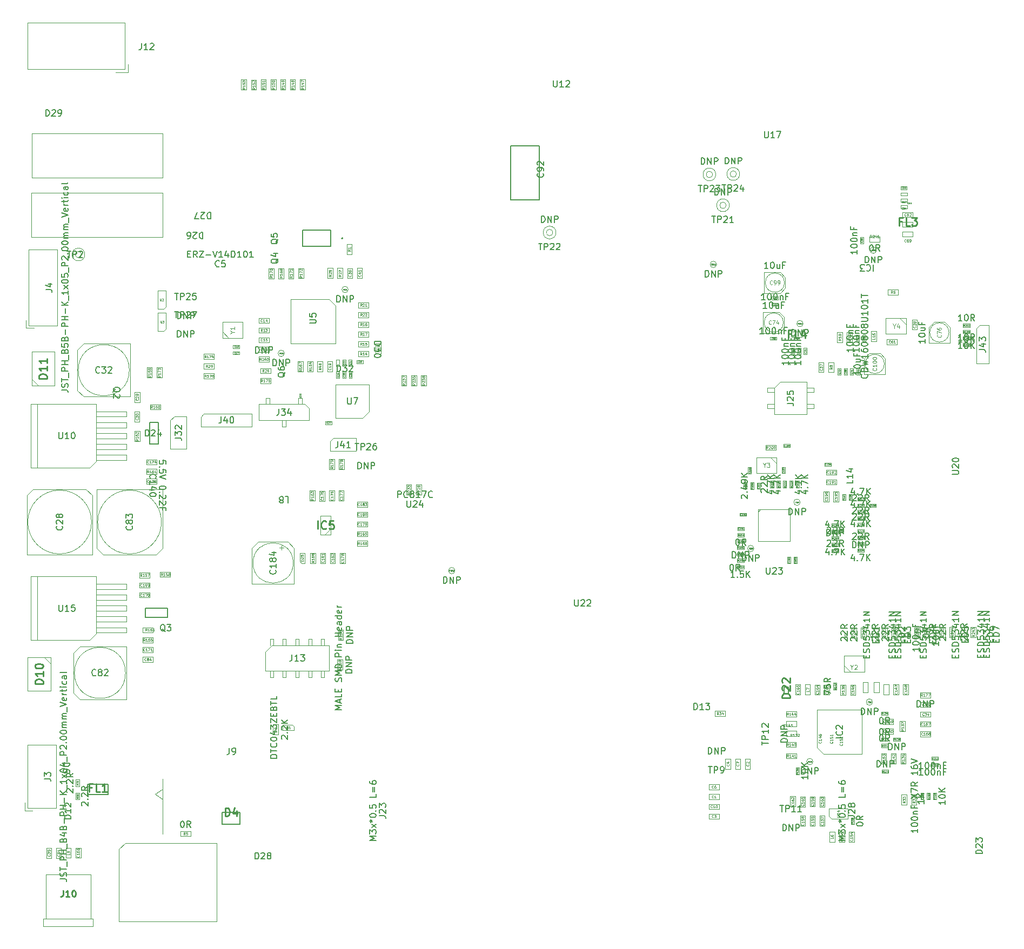
<source format=gbr>
G04 #@! TF.GenerationSoftware,KiCad,Pcbnew,8.0.0-rc1*
G04 #@! TF.CreationDate,2024-11-18T12:36:54+03:00*
G04 #@! TF.ProjectId,Movita_3566_XV_Router_V3.2,4d6f7669-7461-45f3-9335-36365f58565f,REV1*
G04 #@! TF.SameCoordinates,Original*
G04 #@! TF.FileFunction,AssemblyDrawing,Top*
%FSLAX46Y46*%
G04 Gerber Fmt 4.6, Leading zero omitted, Abs format (unit mm)*
G04 Created by KiCad (PCBNEW 8.0.0-rc1) date 2024-11-18 12:36:54*
%MOMM*%
%LPD*%
G01*
G04 APERTURE LIST*
%ADD10C,0.150000*%
%ADD11C,0.040000*%
%ADD12C,0.060000*%
%ADD13C,0.090000*%
%ADD14C,0.254000*%
%ADD15C,0.105000*%
%ADD16C,0.050000*%
%ADD17C,0.100000*%
%ADD18C,0.200000*%
%ADD19C,0.120000*%
%ADD20C,0.127000*%
G04 APERTURE END LIST*
D10*
X179358095Y-103190057D02*
X179405714Y-103142438D01*
X179405714Y-103142438D02*
X179500952Y-103094819D01*
X179500952Y-103094819D02*
X179739047Y-103094819D01*
X179739047Y-103094819D02*
X179834285Y-103142438D01*
X179834285Y-103142438D02*
X179881904Y-103190057D01*
X179881904Y-103190057D02*
X179929523Y-103285295D01*
X179929523Y-103285295D02*
X179929523Y-103380533D01*
X179929523Y-103380533D02*
X179881904Y-103523390D01*
X179881904Y-103523390D02*
X179310476Y-104094819D01*
X179310476Y-104094819D02*
X179929523Y-104094819D01*
X180310476Y-103190057D02*
X180358095Y-103142438D01*
X180358095Y-103142438D02*
X180453333Y-103094819D01*
X180453333Y-103094819D02*
X180691428Y-103094819D01*
X180691428Y-103094819D02*
X180786666Y-103142438D01*
X180786666Y-103142438D02*
X180834285Y-103190057D01*
X180834285Y-103190057D02*
X180881904Y-103285295D01*
X180881904Y-103285295D02*
X180881904Y-103380533D01*
X180881904Y-103380533D02*
X180834285Y-103523390D01*
X180834285Y-103523390D02*
X180262857Y-104094819D01*
X180262857Y-104094819D02*
X180881904Y-104094819D01*
X181881904Y-104094819D02*
X181548571Y-103618628D01*
X181310476Y-104094819D02*
X181310476Y-103094819D01*
X181310476Y-103094819D02*
X181691428Y-103094819D01*
X181691428Y-103094819D02*
X181786666Y-103142438D01*
X181786666Y-103142438D02*
X181834285Y-103190057D01*
X181834285Y-103190057D02*
X181881904Y-103285295D01*
X181881904Y-103285295D02*
X181881904Y-103428152D01*
X181881904Y-103428152D02*
X181834285Y-103523390D01*
X181834285Y-103523390D02*
X181786666Y-103571009D01*
X181786666Y-103571009D02*
X181691428Y-103618628D01*
X181691428Y-103618628D02*
X181310476Y-103618628D01*
D11*
X180329048Y-104928200D02*
X180242381Y-104804391D01*
X180180476Y-104928200D02*
X180180476Y-104668200D01*
X180180476Y-104668200D02*
X180279524Y-104668200D01*
X180279524Y-104668200D02*
X180304286Y-104680581D01*
X180304286Y-104680581D02*
X180316667Y-104692962D01*
X180316667Y-104692962D02*
X180329048Y-104717724D01*
X180329048Y-104717724D02*
X180329048Y-104754867D01*
X180329048Y-104754867D02*
X180316667Y-104779629D01*
X180316667Y-104779629D02*
X180304286Y-104792010D01*
X180304286Y-104792010D02*
X180279524Y-104804391D01*
X180279524Y-104804391D02*
X180180476Y-104804391D01*
X180428095Y-104692962D02*
X180440476Y-104680581D01*
X180440476Y-104680581D02*
X180465238Y-104668200D01*
X180465238Y-104668200D02*
X180527143Y-104668200D01*
X180527143Y-104668200D02*
X180551905Y-104680581D01*
X180551905Y-104680581D02*
X180564286Y-104692962D01*
X180564286Y-104692962D02*
X180576667Y-104717724D01*
X180576667Y-104717724D02*
X180576667Y-104742486D01*
X180576667Y-104742486D02*
X180564286Y-104779629D01*
X180564286Y-104779629D02*
X180415714Y-104928200D01*
X180415714Y-104928200D02*
X180576667Y-104928200D01*
X180737619Y-104668200D02*
X180762381Y-104668200D01*
X180762381Y-104668200D02*
X180787143Y-104680581D01*
X180787143Y-104680581D02*
X180799524Y-104692962D01*
X180799524Y-104692962D02*
X180811905Y-104717724D01*
X180811905Y-104717724D02*
X180824286Y-104767248D01*
X180824286Y-104767248D02*
X180824286Y-104829153D01*
X180824286Y-104829153D02*
X180811905Y-104878677D01*
X180811905Y-104878677D02*
X180799524Y-104903439D01*
X180799524Y-104903439D02*
X180787143Y-104915820D01*
X180787143Y-104915820D02*
X180762381Y-104928200D01*
X180762381Y-104928200D02*
X180737619Y-104928200D01*
X180737619Y-104928200D02*
X180712857Y-104915820D01*
X180712857Y-104915820D02*
X180700476Y-104903439D01*
X180700476Y-104903439D02*
X180688095Y-104878677D01*
X180688095Y-104878677D02*
X180675714Y-104829153D01*
X180675714Y-104829153D02*
X180675714Y-104767248D01*
X180675714Y-104767248D02*
X180688095Y-104717724D01*
X180688095Y-104717724D02*
X180700476Y-104692962D01*
X180700476Y-104692962D02*
X180712857Y-104680581D01*
X180712857Y-104680581D02*
X180737619Y-104668200D01*
X180972857Y-104779629D02*
X180948095Y-104767248D01*
X180948095Y-104767248D02*
X180935714Y-104754867D01*
X180935714Y-104754867D02*
X180923333Y-104730105D01*
X180923333Y-104730105D02*
X180923333Y-104717724D01*
X180923333Y-104717724D02*
X180935714Y-104692962D01*
X180935714Y-104692962D02*
X180948095Y-104680581D01*
X180948095Y-104680581D02*
X180972857Y-104668200D01*
X180972857Y-104668200D02*
X181022381Y-104668200D01*
X181022381Y-104668200D02*
X181047143Y-104680581D01*
X181047143Y-104680581D02*
X181059524Y-104692962D01*
X181059524Y-104692962D02*
X181071905Y-104717724D01*
X181071905Y-104717724D02*
X181071905Y-104730105D01*
X181071905Y-104730105D02*
X181059524Y-104754867D01*
X181059524Y-104754867D02*
X181047143Y-104767248D01*
X181047143Y-104767248D02*
X181022381Y-104779629D01*
X181022381Y-104779629D02*
X180972857Y-104779629D01*
X180972857Y-104779629D02*
X180948095Y-104792010D01*
X180948095Y-104792010D02*
X180935714Y-104804391D01*
X180935714Y-104804391D02*
X180923333Y-104829153D01*
X180923333Y-104829153D02*
X180923333Y-104878677D01*
X180923333Y-104878677D02*
X180935714Y-104903439D01*
X180935714Y-104903439D02*
X180948095Y-104915820D01*
X180948095Y-104915820D02*
X180972857Y-104928200D01*
X180972857Y-104928200D02*
X181022381Y-104928200D01*
X181022381Y-104928200D02*
X181047143Y-104915820D01*
X181047143Y-104915820D02*
X181059524Y-104903439D01*
X181059524Y-104903439D02*
X181071905Y-104878677D01*
X181071905Y-104878677D02*
X181071905Y-104829153D01*
X181071905Y-104829153D02*
X181059524Y-104804391D01*
X181059524Y-104804391D02*
X181047143Y-104792010D01*
X181047143Y-104792010D02*
X181022381Y-104779629D01*
D10*
X199184819Y-77369523D02*
X199899104Y-77369523D01*
X199899104Y-77369523D02*
X200041961Y-77417142D01*
X200041961Y-77417142D02*
X200137200Y-77512380D01*
X200137200Y-77512380D02*
X200184819Y-77655237D01*
X200184819Y-77655237D02*
X200184819Y-77750475D01*
X199518152Y-76464761D02*
X200184819Y-76464761D01*
X199137200Y-76702856D02*
X199851485Y-76940951D01*
X199851485Y-76940951D02*
X199851485Y-76321904D01*
X199184819Y-76036189D02*
X199184819Y-75417142D01*
X199184819Y-75417142D02*
X199565771Y-75750475D01*
X199565771Y-75750475D02*
X199565771Y-75607618D01*
X199565771Y-75607618D02*
X199613390Y-75512380D01*
X199613390Y-75512380D02*
X199661009Y-75464761D01*
X199661009Y-75464761D02*
X199756247Y-75417142D01*
X199756247Y-75417142D02*
X199994342Y-75417142D01*
X199994342Y-75417142D02*
X200089580Y-75464761D01*
X200089580Y-75464761D02*
X200137200Y-75512380D01*
X200137200Y-75512380D02*
X200184819Y-75607618D01*
X200184819Y-75607618D02*
X200184819Y-75893332D01*
X200184819Y-75893332D02*
X200137200Y-75988570D01*
X200137200Y-75988570D02*
X200089580Y-76036189D01*
D12*
X102452857Y-76696927D02*
X102319524Y-76506451D01*
X102224286Y-76696927D02*
X102224286Y-76296927D01*
X102224286Y-76296927D02*
X102376667Y-76296927D01*
X102376667Y-76296927D02*
X102414762Y-76315975D01*
X102414762Y-76315975D02*
X102433809Y-76335022D01*
X102433809Y-76335022D02*
X102452857Y-76373118D01*
X102452857Y-76373118D02*
X102452857Y-76430260D01*
X102452857Y-76430260D02*
X102433809Y-76468356D01*
X102433809Y-76468356D02*
X102414762Y-76487403D01*
X102414762Y-76487403D02*
X102376667Y-76506451D01*
X102376667Y-76506451D02*
X102224286Y-76506451D01*
X102833809Y-76696927D02*
X102605238Y-76696927D01*
X102719524Y-76696927D02*
X102719524Y-76296927D01*
X102719524Y-76296927D02*
X102681428Y-76354070D01*
X102681428Y-76354070D02*
X102643333Y-76392165D01*
X102643333Y-76392165D02*
X102605238Y-76411213D01*
X103195714Y-76296927D02*
X103005238Y-76296927D01*
X103005238Y-76296927D02*
X102986190Y-76487403D01*
X102986190Y-76487403D02*
X103005238Y-76468356D01*
X103005238Y-76468356D02*
X103043333Y-76449308D01*
X103043333Y-76449308D02*
X103138571Y-76449308D01*
X103138571Y-76449308D02*
X103176666Y-76468356D01*
X103176666Y-76468356D02*
X103195714Y-76487403D01*
X103195714Y-76487403D02*
X103214761Y-76525499D01*
X103214761Y-76525499D02*
X103214761Y-76620737D01*
X103214761Y-76620737D02*
X103195714Y-76658832D01*
X103195714Y-76658832D02*
X103176666Y-76677880D01*
X103176666Y-76677880D02*
X103138571Y-76696927D01*
X103138571Y-76696927D02*
X103043333Y-76696927D01*
X103043333Y-76696927D02*
X103005238Y-76677880D01*
X103005238Y-76677880D02*
X102986190Y-76658832D01*
D11*
X82619285Y-77989765D02*
X82607381Y-78001670D01*
X82607381Y-78001670D02*
X82571666Y-78013574D01*
X82571666Y-78013574D02*
X82547857Y-78013574D01*
X82547857Y-78013574D02*
X82512143Y-78001670D01*
X82512143Y-78001670D02*
X82488333Y-77977860D01*
X82488333Y-77977860D02*
X82476428Y-77954050D01*
X82476428Y-77954050D02*
X82464524Y-77906431D01*
X82464524Y-77906431D02*
X82464524Y-77870717D01*
X82464524Y-77870717D02*
X82476428Y-77823098D01*
X82476428Y-77823098D02*
X82488333Y-77799289D01*
X82488333Y-77799289D02*
X82512143Y-77775479D01*
X82512143Y-77775479D02*
X82547857Y-77763574D01*
X82547857Y-77763574D02*
X82571666Y-77763574D01*
X82571666Y-77763574D02*
X82607381Y-77775479D01*
X82607381Y-77775479D02*
X82619285Y-77787384D01*
X82857381Y-78013574D02*
X82714524Y-78013574D01*
X82785952Y-78013574D02*
X82785952Y-77763574D01*
X82785952Y-77763574D02*
X82762143Y-77799289D01*
X82762143Y-77799289D02*
X82738333Y-77823098D01*
X82738333Y-77823098D02*
X82714524Y-77835003D01*
X82940714Y-77763574D02*
X83107380Y-77763574D01*
X83107380Y-77763574D02*
X83000238Y-78013574D01*
D10*
X172354819Y-144110476D02*
X172354819Y-144681904D01*
X172354819Y-144396190D02*
X171354819Y-144396190D01*
X171354819Y-144396190D02*
X171497676Y-144491428D01*
X171497676Y-144491428D02*
X171592914Y-144586666D01*
X171592914Y-144586666D02*
X171640533Y-144681904D01*
X171354819Y-143491428D02*
X171354819Y-143396190D01*
X171354819Y-143396190D02*
X171402438Y-143300952D01*
X171402438Y-143300952D02*
X171450057Y-143253333D01*
X171450057Y-143253333D02*
X171545295Y-143205714D01*
X171545295Y-143205714D02*
X171735771Y-143158095D01*
X171735771Y-143158095D02*
X171973866Y-143158095D01*
X171973866Y-143158095D02*
X172164342Y-143205714D01*
X172164342Y-143205714D02*
X172259580Y-143253333D01*
X172259580Y-143253333D02*
X172307200Y-143300952D01*
X172307200Y-143300952D02*
X172354819Y-143396190D01*
X172354819Y-143396190D02*
X172354819Y-143491428D01*
X172354819Y-143491428D02*
X172307200Y-143586666D01*
X172307200Y-143586666D02*
X172259580Y-143634285D01*
X172259580Y-143634285D02*
X172164342Y-143681904D01*
X172164342Y-143681904D02*
X171973866Y-143729523D01*
X171973866Y-143729523D02*
X171735771Y-143729523D01*
X171735771Y-143729523D02*
X171545295Y-143681904D01*
X171545295Y-143681904D02*
X171450057Y-143634285D01*
X171450057Y-143634285D02*
X171402438Y-143586666D01*
X171402438Y-143586666D02*
X171354819Y-143491428D01*
X172354819Y-142729523D02*
X171354819Y-142729523D01*
X172354819Y-142158095D02*
X171783390Y-142586666D01*
X171354819Y-142158095D02*
X171926247Y-142729523D01*
D11*
X170848200Y-143710951D02*
X170724391Y-143797618D01*
X170848200Y-143859523D02*
X170588200Y-143859523D01*
X170588200Y-143859523D02*
X170588200Y-143760475D01*
X170588200Y-143760475D02*
X170600581Y-143735713D01*
X170600581Y-143735713D02*
X170612962Y-143723332D01*
X170612962Y-143723332D02*
X170637724Y-143710951D01*
X170637724Y-143710951D02*
X170674867Y-143710951D01*
X170674867Y-143710951D02*
X170699629Y-143723332D01*
X170699629Y-143723332D02*
X170712010Y-143735713D01*
X170712010Y-143735713D02*
X170724391Y-143760475D01*
X170724391Y-143760475D02*
X170724391Y-143859523D01*
X170848200Y-143463332D02*
X170848200Y-143611904D01*
X170848200Y-143537618D02*
X170588200Y-143537618D01*
X170588200Y-143537618D02*
X170625343Y-143562380D01*
X170625343Y-143562380D02*
X170650105Y-143587142D01*
X170650105Y-143587142D02*
X170662486Y-143611904D01*
X170588200Y-143376666D02*
X170588200Y-143215713D01*
X170588200Y-143215713D02*
X170687248Y-143302380D01*
X170687248Y-143302380D02*
X170687248Y-143265237D01*
X170687248Y-143265237D02*
X170699629Y-143240475D01*
X170699629Y-143240475D02*
X170712010Y-143228094D01*
X170712010Y-143228094D02*
X170736772Y-143215713D01*
X170736772Y-143215713D02*
X170798677Y-143215713D01*
X170798677Y-143215713D02*
X170823439Y-143228094D01*
X170823439Y-143228094D02*
X170835820Y-143240475D01*
X170835820Y-143240475D02*
X170848200Y-143265237D01*
X170848200Y-143265237D02*
X170848200Y-143339523D01*
X170848200Y-143339523D02*
X170835820Y-143364285D01*
X170835820Y-143364285D02*
X170823439Y-143376666D01*
X170588200Y-143054761D02*
X170588200Y-143029999D01*
X170588200Y-143029999D02*
X170600581Y-143005237D01*
X170600581Y-143005237D02*
X170612962Y-142992856D01*
X170612962Y-142992856D02*
X170637724Y-142980475D01*
X170637724Y-142980475D02*
X170687248Y-142968094D01*
X170687248Y-142968094D02*
X170749153Y-142968094D01*
X170749153Y-142968094D02*
X170798677Y-142980475D01*
X170798677Y-142980475D02*
X170823439Y-142992856D01*
X170823439Y-142992856D02*
X170835820Y-143005237D01*
X170835820Y-143005237D02*
X170848200Y-143029999D01*
X170848200Y-143029999D02*
X170848200Y-143054761D01*
X170848200Y-143054761D02*
X170835820Y-143079523D01*
X170835820Y-143079523D02*
X170823439Y-143091904D01*
X170823439Y-143091904D02*
X170798677Y-143104285D01*
X170798677Y-143104285D02*
X170749153Y-143116666D01*
X170749153Y-143116666D02*
X170687248Y-143116666D01*
X170687248Y-143116666D02*
X170637724Y-143104285D01*
X170637724Y-143104285D02*
X170612962Y-143091904D01*
X170612962Y-143091904D02*
X170600581Y-143079523D01*
X170600581Y-143079523D02*
X170588200Y-143054761D01*
D10*
X171688152Y-99493809D02*
X172354819Y-99493809D01*
X171307200Y-99731904D02*
X172021485Y-99969999D01*
X172021485Y-99969999D02*
X172021485Y-99350952D01*
X172259580Y-98969999D02*
X172307200Y-98922380D01*
X172307200Y-98922380D02*
X172354819Y-98969999D01*
X172354819Y-98969999D02*
X172307200Y-99017618D01*
X172307200Y-99017618D02*
X172259580Y-98969999D01*
X172259580Y-98969999D02*
X172354819Y-98969999D01*
X171354819Y-98589047D02*
X171354819Y-97922381D01*
X171354819Y-97922381D02*
X172354819Y-98350952D01*
X172354819Y-97541428D02*
X171354819Y-97541428D01*
X172354819Y-96970000D02*
X171783390Y-97398571D01*
X171354819Y-96970000D02*
X171926247Y-97541428D01*
D11*
X170848200Y-98760951D02*
X170724391Y-98847618D01*
X170848200Y-98909523D02*
X170588200Y-98909523D01*
X170588200Y-98909523D02*
X170588200Y-98810475D01*
X170588200Y-98810475D02*
X170600581Y-98785713D01*
X170600581Y-98785713D02*
X170612962Y-98773332D01*
X170612962Y-98773332D02*
X170637724Y-98760951D01*
X170637724Y-98760951D02*
X170674867Y-98760951D01*
X170674867Y-98760951D02*
X170699629Y-98773332D01*
X170699629Y-98773332D02*
X170712010Y-98785713D01*
X170712010Y-98785713D02*
X170724391Y-98810475D01*
X170724391Y-98810475D02*
X170724391Y-98909523D01*
X170612962Y-98661904D02*
X170600581Y-98649523D01*
X170600581Y-98649523D02*
X170588200Y-98624761D01*
X170588200Y-98624761D02*
X170588200Y-98562856D01*
X170588200Y-98562856D02*
X170600581Y-98538094D01*
X170600581Y-98538094D02*
X170612962Y-98525713D01*
X170612962Y-98525713D02*
X170637724Y-98513332D01*
X170637724Y-98513332D02*
X170662486Y-98513332D01*
X170662486Y-98513332D02*
X170699629Y-98525713D01*
X170699629Y-98525713D02*
X170848200Y-98674285D01*
X170848200Y-98674285D02*
X170848200Y-98513332D01*
X170848200Y-98265713D02*
X170848200Y-98414285D01*
X170848200Y-98339999D02*
X170588200Y-98339999D01*
X170588200Y-98339999D02*
X170625343Y-98364761D01*
X170625343Y-98364761D02*
X170650105Y-98389523D01*
X170650105Y-98389523D02*
X170662486Y-98414285D01*
X170588200Y-98030475D02*
X170588200Y-98154285D01*
X170588200Y-98154285D02*
X170712010Y-98166666D01*
X170712010Y-98166666D02*
X170699629Y-98154285D01*
X170699629Y-98154285D02*
X170687248Y-98129523D01*
X170687248Y-98129523D02*
X170687248Y-98067618D01*
X170687248Y-98067618D02*
X170699629Y-98042856D01*
X170699629Y-98042856D02*
X170712010Y-98030475D01*
X170712010Y-98030475D02*
X170736772Y-98018094D01*
X170736772Y-98018094D02*
X170798677Y-98018094D01*
X170798677Y-98018094D02*
X170823439Y-98030475D01*
X170823439Y-98030475D02*
X170835820Y-98042856D01*
X170835820Y-98042856D02*
X170848200Y-98067618D01*
X170848200Y-98067618D02*
X170848200Y-98129523D01*
X170848200Y-98129523D02*
X170835820Y-98154285D01*
X170835820Y-98154285D02*
X170823439Y-98166666D01*
X82619285Y-76999765D02*
X82607381Y-77011670D01*
X82607381Y-77011670D02*
X82571666Y-77023574D01*
X82571666Y-77023574D02*
X82547857Y-77023574D01*
X82547857Y-77023574D02*
X82512143Y-77011670D01*
X82512143Y-77011670D02*
X82488333Y-76987860D01*
X82488333Y-76987860D02*
X82476428Y-76964050D01*
X82476428Y-76964050D02*
X82464524Y-76916431D01*
X82464524Y-76916431D02*
X82464524Y-76880717D01*
X82464524Y-76880717D02*
X82476428Y-76833098D01*
X82476428Y-76833098D02*
X82488333Y-76809289D01*
X82488333Y-76809289D02*
X82512143Y-76785479D01*
X82512143Y-76785479D02*
X82547857Y-76773574D01*
X82547857Y-76773574D02*
X82571666Y-76773574D01*
X82571666Y-76773574D02*
X82607381Y-76785479D01*
X82607381Y-76785479D02*
X82619285Y-76797384D01*
X82857381Y-77023574D02*
X82714524Y-77023574D01*
X82785952Y-77023574D02*
X82785952Y-76773574D01*
X82785952Y-76773574D02*
X82762143Y-76809289D01*
X82762143Y-76809289D02*
X82738333Y-76833098D01*
X82738333Y-76833098D02*
X82714524Y-76845003D01*
X83071666Y-76773574D02*
X83024047Y-76773574D01*
X83024047Y-76773574D02*
X83000238Y-76785479D01*
X83000238Y-76785479D02*
X82988333Y-76797384D01*
X82988333Y-76797384D02*
X82964523Y-76833098D01*
X82964523Y-76833098D02*
X82952619Y-76880717D01*
X82952619Y-76880717D02*
X82952619Y-76975955D01*
X82952619Y-76975955D02*
X82964523Y-76999765D01*
X82964523Y-76999765D02*
X82976428Y-77011670D01*
X82976428Y-77011670D02*
X83000238Y-77023574D01*
X83000238Y-77023574D02*
X83047857Y-77023574D01*
X83047857Y-77023574D02*
X83071666Y-77011670D01*
X83071666Y-77011670D02*
X83083571Y-76999765D01*
X83083571Y-76999765D02*
X83095476Y-76975955D01*
X83095476Y-76975955D02*
X83095476Y-76916431D01*
X83095476Y-76916431D02*
X83083571Y-76892622D01*
X83083571Y-76892622D02*
X83071666Y-76880717D01*
X83071666Y-76880717D02*
X83047857Y-76868812D01*
X83047857Y-76868812D02*
X83000238Y-76868812D01*
X83000238Y-76868812D02*
X82976428Y-76880717D01*
X82976428Y-76880717D02*
X82964523Y-76892622D01*
X82964523Y-76892622D02*
X82952619Y-76916431D01*
D12*
X89991927Y-65872618D02*
X89801451Y-66005951D01*
X89991927Y-66101189D02*
X89591927Y-66101189D01*
X89591927Y-66101189D02*
X89591927Y-65948808D01*
X89591927Y-65948808D02*
X89610975Y-65910713D01*
X89610975Y-65910713D02*
X89630022Y-65891666D01*
X89630022Y-65891666D02*
X89668118Y-65872618D01*
X89668118Y-65872618D02*
X89725260Y-65872618D01*
X89725260Y-65872618D02*
X89763356Y-65891666D01*
X89763356Y-65891666D02*
X89782403Y-65910713D01*
X89782403Y-65910713D02*
X89801451Y-65948808D01*
X89801451Y-65948808D02*
X89801451Y-66101189D01*
X89991927Y-65491666D02*
X89991927Y-65720237D01*
X89991927Y-65605951D02*
X89591927Y-65605951D01*
X89591927Y-65605951D02*
X89649070Y-65644047D01*
X89649070Y-65644047D02*
X89687165Y-65682142D01*
X89687165Y-65682142D02*
X89706213Y-65720237D01*
X89591927Y-65148809D02*
X89591927Y-65224999D01*
X89591927Y-65224999D02*
X89610975Y-65263095D01*
X89610975Y-65263095D02*
X89630022Y-65282142D01*
X89630022Y-65282142D02*
X89687165Y-65320237D01*
X89687165Y-65320237D02*
X89763356Y-65339285D01*
X89763356Y-65339285D02*
X89915737Y-65339285D01*
X89915737Y-65339285D02*
X89953832Y-65320237D01*
X89953832Y-65320237D02*
X89972880Y-65301190D01*
X89972880Y-65301190D02*
X89991927Y-65263095D01*
X89991927Y-65263095D02*
X89991927Y-65186904D01*
X89991927Y-65186904D02*
X89972880Y-65148809D01*
X89972880Y-65148809D02*
X89953832Y-65129761D01*
X89953832Y-65129761D02*
X89915737Y-65110714D01*
X89915737Y-65110714D02*
X89820499Y-65110714D01*
X89820499Y-65110714D02*
X89782403Y-65129761D01*
X89782403Y-65129761D02*
X89763356Y-65148809D01*
X89763356Y-65148809D02*
X89744308Y-65186904D01*
X89744308Y-65186904D02*
X89744308Y-65263095D01*
X89744308Y-65263095D02*
X89763356Y-65301190D01*
X89763356Y-65301190D02*
X89782403Y-65320237D01*
X89782403Y-65320237D02*
X89820499Y-65339285D01*
X89991927Y-64920238D02*
X89991927Y-64844047D01*
X89991927Y-64844047D02*
X89972880Y-64805952D01*
X89972880Y-64805952D02*
X89953832Y-64786904D01*
X89953832Y-64786904D02*
X89896689Y-64748809D01*
X89896689Y-64748809D02*
X89820499Y-64729762D01*
X89820499Y-64729762D02*
X89668118Y-64729762D01*
X89668118Y-64729762D02*
X89630022Y-64748809D01*
X89630022Y-64748809D02*
X89610975Y-64767857D01*
X89610975Y-64767857D02*
X89591927Y-64805952D01*
X89591927Y-64805952D02*
X89591927Y-64882143D01*
X89591927Y-64882143D02*
X89610975Y-64920238D01*
X89610975Y-64920238D02*
X89630022Y-64939285D01*
X89630022Y-64939285D02*
X89668118Y-64958333D01*
X89668118Y-64958333D02*
X89763356Y-64958333D01*
X89763356Y-64958333D02*
X89801451Y-64939285D01*
X89801451Y-64939285D02*
X89820499Y-64920238D01*
X89820499Y-64920238D02*
X89839546Y-64882143D01*
X89839546Y-64882143D02*
X89839546Y-64805952D01*
X89839546Y-64805952D02*
X89820499Y-64767857D01*
X89820499Y-64767857D02*
X89801451Y-64748809D01*
X89801451Y-64748809D02*
X89763356Y-64729762D01*
D10*
X75160952Y-62391009D02*
X75494285Y-62391009D01*
X75637142Y-62914819D02*
X75160952Y-62914819D01*
X75160952Y-62914819D02*
X75160952Y-61914819D01*
X75160952Y-61914819D02*
X75637142Y-61914819D01*
X76637142Y-62914819D02*
X76303809Y-62438628D01*
X76065714Y-62914819D02*
X76065714Y-61914819D01*
X76065714Y-61914819D02*
X76446666Y-61914819D01*
X76446666Y-61914819D02*
X76541904Y-61962438D01*
X76541904Y-61962438D02*
X76589523Y-62010057D01*
X76589523Y-62010057D02*
X76637142Y-62105295D01*
X76637142Y-62105295D02*
X76637142Y-62248152D01*
X76637142Y-62248152D02*
X76589523Y-62343390D01*
X76589523Y-62343390D02*
X76541904Y-62391009D01*
X76541904Y-62391009D02*
X76446666Y-62438628D01*
X76446666Y-62438628D02*
X76065714Y-62438628D01*
X76970476Y-61914819D02*
X77637142Y-61914819D01*
X77637142Y-61914819D02*
X76970476Y-62914819D01*
X76970476Y-62914819D02*
X77637142Y-62914819D01*
X78018095Y-62533866D02*
X78780000Y-62533866D01*
X79113333Y-61914819D02*
X79446666Y-62914819D01*
X79446666Y-62914819D02*
X79779999Y-61914819D01*
X80637142Y-62914819D02*
X80065714Y-62914819D01*
X80351428Y-62914819D02*
X80351428Y-61914819D01*
X80351428Y-61914819D02*
X80256190Y-62057676D01*
X80256190Y-62057676D02*
X80160952Y-62152914D01*
X80160952Y-62152914D02*
X80065714Y-62200533D01*
X81494285Y-62248152D02*
X81494285Y-62914819D01*
X81256190Y-61867200D02*
X81018095Y-62581485D01*
X81018095Y-62581485D02*
X81637142Y-62581485D01*
X82018095Y-62914819D02*
X82018095Y-61914819D01*
X82018095Y-61914819D02*
X82256190Y-61914819D01*
X82256190Y-61914819D02*
X82399047Y-61962438D01*
X82399047Y-61962438D02*
X82494285Y-62057676D01*
X82494285Y-62057676D02*
X82541904Y-62152914D01*
X82541904Y-62152914D02*
X82589523Y-62343390D01*
X82589523Y-62343390D02*
X82589523Y-62486247D01*
X82589523Y-62486247D02*
X82541904Y-62676723D01*
X82541904Y-62676723D02*
X82494285Y-62771961D01*
X82494285Y-62771961D02*
X82399047Y-62867200D01*
X82399047Y-62867200D02*
X82256190Y-62914819D01*
X82256190Y-62914819D02*
X82018095Y-62914819D01*
X83541904Y-62914819D02*
X82970476Y-62914819D01*
X83256190Y-62914819D02*
X83256190Y-61914819D01*
X83256190Y-61914819D02*
X83160952Y-62057676D01*
X83160952Y-62057676D02*
X83065714Y-62152914D01*
X83065714Y-62152914D02*
X82970476Y-62200533D01*
X84160952Y-61914819D02*
X84256190Y-61914819D01*
X84256190Y-61914819D02*
X84351428Y-61962438D01*
X84351428Y-61962438D02*
X84399047Y-62010057D01*
X84399047Y-62010057D02*
X84446666Y-62105295D01*
X84446666Y-62105295D02*
X84494285Y-62295771D01*
X84494285Y-62295771D02*
X84494285Y-62533866D01*
X84494285Y-62533866D02*
X84446666Y-62724342D01*
X84446666Y-62724342D02*
X84399047Y-62819580D01*
X84399047Y-62819580D02*
X84351428Y-62867200D01*
X84351428Y-62867200D02*
X84256190Y-62914819D01*
X84256190Y-62914819D02*
X84160952Y-62914819D01*
X84160952Y-62914819D02*
X84065714Y-62867200D01*
X84065714Y-62867200D02*
X84018095Y-62819580D01*
X84018095Y-62819580D02*
X83970476Y-62724342D01*
X83970476Y-62724342D02*
X83922857Y-62533866D01*
X83922857Y-62533866D02*
X83922857Y-62295771D01*
X83922857Y-62295771D02*
X83970476Y-62105295D01*
X83970476Y-62105295D02*
X84018095Y-62010057D01*
X84018095Y-62010057D02*
X84065714Y-61962438D01*
X84065714Y-61962438D02*
X84160952Y-61914819D01*
X85446666Y-62914819D02*
X84875238Y-62914819D01*
X85160952Y-62914819D02*
X85160952Y-61914819D01*
X85160952Y-61914819D02*
X85065714Y-62057676D01*
X85065714Y-62057676D02*
X84970476Y-62152914D01*
X84970476Y-62152914D02*
X84875238Y-62200533D01*
X80113333Y-64319580D02*
X80065714Y-64367200D01*
X80065714Y-64367200D02*
X79922857Y-64414819D01*
X79922857Y-64414819D02*
X79827619Y-64414819D01*
X79827619Y-64414819D02*
X79684762Y-64367200D01*
X79684762Y-64367200D02*
X79589524Y-64271961D01*
X79589524Y-64271961D02*
X79541905Y-64176723D01*
X79541905Y-64176723D02*
X79494286Y-63986247D01*
X79494286Y-63986247D02*
X79494286Y-63843390D01*
X79494286Y-63843390D02*
X79541905Y-63652914D01*
X79541905Y-63652914D02*
X79589524Y-63557676D01*
X79589524Y-63557676D02*
X79684762Y-63462438D01*
X79684762Y-63462438D02*
X79827619Y-63414819D01*
X79827619Y-63414819D02*
X79922857Y-63414819D01*
X79922857Y-63414819D02*
X80065714Y-63462438D01*
X80065714Y-63462438D02*
X80113333Y-63510057D01*
X81018095Y-63414819D02*
X80541905Y-63414819D01*
X80541905Y-63414819D02*
X80494286Y-63891009D01*
X80494286Y-63891009D02*
X80541905Y-63843390D01*
X80541905Y-63843390D02*
X80637143Y-63795771D01*
X80637143Y-63795771D02*
X80875238Y-63795771D01*
X80875238Y-63795771D02*
X80970476Y-63843390D01*
X80970476Y-63843390D02*
X81018095Y-63891009D01*
X81018095Y-63891009D02*
X81065714Y-63986247D01*
X81065714Y-63986247D02*
X81065714Y-64224342D01*
X81065714Y-64224342D02*
X81018095Y-64319580D01*
X81018095Y-64319580D02*
X80970476Y-64367200D01*
X80970476Y-64367200D02*
X80875238Y-64414819D01*
X80875238Y-64414819D02*
X80637143Y-64414819D01*
X80637143Y-64414819D02*
X80541905Y-64367200D01*
X80541905Y-64367200D02*
X80494286Y-64319580D01*
X180569819Y-80691428D02*
X180569819Y-81262856D01*
X180569819Y-80977142D02*
X179569819Y-80977142D01*
X179569819Y-80977142D02*
X179712676Y-81072380D01*
X179712676Y-81072380D02*
X179807914Y-81167618D01*
X179807914Y-81167618D02*
X179855533Y-81262856D01*
X179569819Y-80072380D02*
X179569819Y-79977142D01*
X179569819Y-79977142D02*
X179617438Y-79881904D01*
X179617438Y-79881904D02*
X179665057Y-79834285D01*
X179665057Y-79834285D02*
X179760295Y-79786666D01*
X179760295Y-79786666D02*
X179950771Y-79739047D01*
X179950771Y-79739047D02*
X180188866Y-79739047D01*
X180188866Y-79739047D02*
X180379342Y-79786666D01*
X180379342Y-79786666D02*
X180474580Y-79834285D01*
X180474580Y-79834285D02*
X180522200Y-79881904D01*
X180522200Y-79881904D02*
X180569819Y-79977142D01*
X180569819Y-79977142D02*
X180569819Y-80072380D01*
X180569819Y-80072380D02*
X180522200Y-80167618D01*
X180522200Y-80167618D02*
X180474580Y-80215237D01*
X180474580Y-80215237D02*
X180379342Y-80262856D01*
X180379342Y-80262856D02*
X180188866Y-80310475D01*
X180188866Y-80310475D02*
X179950771Y-80310475D01*
X179950771Y-80310475D02*
X179760295Y-80262856D01*
X179760295Y-80262856D02*
X179665057Y-80215237D01*
X179665057Y-80215237D02*
X179617438Y-80167618D01*
X179617438Y-80167618D02*
X179569819Y-80072380D01*
X179903152Y-78881904D02*
X180569819Y-78881904D01*
X179903152Y-79310475D02*
X180426961Y-79310475D01*
X180426961Y-79310475D02*
X180522200Y-79262856D01*
X180522200Y-79262856D02*
X180569819Y-79167618D01*
X180569819Y-79167618D02*
X180569819Y-79024761D01*
X180569819Y-79024761D02*
X180522200Y-78929523D01*
X180522200Y-78929523D02*
X180474580Y-78881904D01*
X180046009Y-78072380D02*
X180046009Y-78405713D01*
X180569819Y-78405713D02*
X179569819Y-78405713D01*
X179569819Y-78405713D02*
X179569819Y-77929523D01*
D13*
X183030748Y-80291428D02*
X183059320Y-80320000D01*
X183059320Y-80320000D02*
X183087891Y-80405714D01*
X183087891Y-80405714D02*
X183087891Y-80462857D01*
X183087891Y-80462857D02*
X183059320Y-80548571D01*
X183059320Y-80548571D02*
X183002177Y-80605714D01*
X183002177Y-80605714D02*
X182945034Y-80634285D01*
X182945034Y-80634285D02*
X182830748Y-80662857D01*
X182830748Y-80662857D02*
X182745034Y-80662857D01*
X182745034Y-80662857D02*
X182630748Y-80634285D01*
X182630748Y-80634285D02*
X182573605Y-80605714D01*
X182573605Y-80605714D02*
X182516462Y-80548571D01*
X182516462Y-80548571D02*
X182487891Y-80462857D01*
X182487891Y-80462857D02*
X182487891Y-80405714D01*
X182487891Y-80405714D02*
X182516462Y-80320000D01*
X182516462Y-80320000D02*
X182545034Y-80291428D01*
X183087891Y-79720000D02*
X183087891Y-80062857D01*
X183087891Y-79891428D02*
X182487891Y-79891428D01*
X182487891Y-79891428D02*
X182573605Y-79948571D01*
X182573605Y-79948571D02*
X182630748Y-80005714D01*
X182630748Y-80005714D02*
X182659320Y-80062857D01*
X182487891Y-79348571D02*
X182487891Y-79291428D01*
X182487891Y-79291428D02*
X182516462Y-79234285D01*
X182516462Y-79234285D02*
X182545034Y-79205714D01*
X182545034Y-79205714D02*
X182602177Y-79177142D01*
X182602177Y-79177142D02*
X182716462Y-79148571D01*
X182716462Y-79148571D02*
X182859320Y-79148571D01*
X182859320Y-79148571D02*
X182973605Y-79177142D01*
X182973605Y-79177142D02*
X183030748Y-79205714D01*
X183030748Y-79205714D02*
X183059320Y-79234285D01*
X183059320Y-79234285D02*
X183087891Y-79291428D01*
X183087891Y-79291428D02*
X183087891Y-79348571D01*
X183087891Y-79348571D02*
X183059320Y-79405714D01*
X183059320Y-79405714D02*
X183030748Y-79434285D01*
X183030748Y-79434285D02*
X182973605Y-79462856D01*
X182973605Y-79462856D02*
X182859320Y-79491428D01*
X182859320Y-79491428D02*
X182716462Y-79491428D01*
X182716462Y-79491428D02*
X182602177Y-79462856D01*
X182602177Y-79462856D02*
X182545034Y-79434285D01*
X182545034Y-79434285D02*
X182516462Y-79405714D01*
X182516462Y-79405714D02*
X182487891Y-79348571D01*
X182487891Y-78777142D02*
X182487891Y-78719999D01*
X182487891Y-78719999D02*
X182516462Y-78662856D01*
X182516462Y-78662856D02*
X182545034Y-78634285D01*
X182545034Y-78634285D02*
X182602177Y-78605713D01*
X182602177Y-78605713D02*
X182716462Y-78577142D01*
X182716462Y-78577142D02*
X182859320Y-78577142D01*
X182859320Y-78577142D02*
X182973605Y-78605713D01*
X182973605Y-78605713D02*
X183030748Y-78634285D01*
X183030748Y-78634285D02*
X183059320Y-78662856D01*
X183059320Y-78662856D02*
X183087891Y-78719999D01*
X183087891Y-78719999D02*
X183087891Y-78777142D01*
X183087891Y-78777142D02*
X183059320Y-78834285D01*
X183059320Y-78834285D02*
X183030748Y-78862856D01*
X183030748Y-78862856D02*
X182973605Y-78891427D01*
X182973605Y-78891427D02*
X182859320Y-78919999D01*
X182859320Y-78919999D02*
X182716462Y-78919999D01*
X182716462Y-78919999D02*
X182602177Y-78891427D01*
X182602177Y-78891427D02*
X182545034Y-78862856D01*
X182545034Y-78862856D02*
X182516462Y-78834285D01*
X182516462Y-78834285D02*
X182487891Y-78777142D01*
D10*
X175586190Y-104538152D02*
X175586190Y-105204819D01*
X175348095Y-104157200D02*
X175110000Y-104871485D01*
X175110000Y-104871485D02*
X175729047Y-104871485D01*
X176110000Y-105109580D02*
X176157619Y-105157200D01*
X176157619Y-105157200D02*
X176110000Y-105204819D01*
X176110000Y-105204819D02*
X176062381Y-105157200D01*
X176062381Y-105157200D02*
X176110000Y-105109580D01*
X176110000Y-105109580D02*
X176110000Y-105204819D01*
X176490952Y-104204819D02*
X177157618Y-104204819D01*
X177157618Y-104204819D02*
X176729047Y-105204819D01*
X177538571Y-105204819D02*
X177538571Y-104204819D01*
X178109999Y-105204819D02*
X177681428Y-104633390D01*
X178109999Y-104204819D02*
X177538571Y-104776247D01*
D11*
X176319048Y-106038200D02*
X176232381Y-105914391D01*
X176170476Y-106038200D02*
X176170476Y-105778200D01*
X176170476Y-105778200D02*
X176269524Y-105778200D01*
X176269524Y-105778200D02*
X176294286Y-105790581D01*
X176294286Y-105790581D02*
X176306667Y-105802962D01*
X176306667Y-105802962D02*
X176319048Y-105827724D01*
X176319048Y-105827724D02*
X176319048Y-105864867D01*
X176319048Y-105864867D02*
X176306667Y-105889629D01*
X176306667Y-105889629D02*
X176294286Y-105902010D01*
X176294286Y-105902010D02*
X176269524Y-105914391D01*
X176269524Y-105914391D02*
X176170476Y-105914391D01*
X176418095Y-105802962D02*
X176430476Y-105790581D01*
X176430476Y-105790581D02*
X176455238Y-105778200D01*
X176455238Y-105778200D02*
X176517143Y-105778200D01*
X176517143Y-105778200D02*
X176541905Y-105790581D01*
X176541905Y-105790581D02*
X176554286Y-105802962D01*
X176554286Y-105802962D02*
X176566667Y-105827724D01*
X176566667Y-105827724D02*
X176566667Y-105852486D01*
X176566667Y-105852486D02*
X176554286Y-105889629D01*
X176554286Y-105889629D02*
X176405714Y-106038200D01*
X176405714Y-106038200D02*
X176566667Y-106038200D01*
X176665714Y-105802962D02*
X176678095Y-105790581D01*
X176678095Y-105790581D02*
X176702857Y-105778200D01*
X176702857Y-105778200D02*
X176764762Y-105778200D01*
X176764762Y-105778200D02*
X176789524Y-105790581D01*
X176789524Y-105790581D02*
X176801905Y-105802962D01*
X176801905Y-105802962D02*
X176814286Y-105827724D01*
X176814286Y-105827724D02*
X176814286Y-105852486D01*
X176814286Y-105852486D02*
X176801905Y-105889629D01*
X176801905Y-105889629D02*
X176653333Y-106038200D01*
X176653333Y-106038200D02*
X176814286Y-106038200D01*
X176975238Y-105778200D02*
X177000000Y-105778200D01*
X177000000Y-105778200D02*
X177024762Y-105790581D01*
X177024762Y-105790581D02*
X177037143Y-105802962D01*
X177037143Y-105802962D02*
X177049524Y-105827724D01*
X177049524Y-105827724D02*
X177061905Y-105877248D01*
X177061905Y-105877248D02*
X177061905Y-105939153D01*
X177061905Y-105939153D02*
X177049524Y-105988677D01*
X177049524Y-105988677D02*
X177037143Y-106013439D01*
X177037143Y-106013439D02*
X177024762Y-106025820D01*
X177024762Y-106025820D02*
X177000000Y-106038200D01*
X177000000Y-106038200D02*
X176975238Y-106038200D01*
X176975238Y-106038200D02*
X176950476Y-106025820D01*
X176950476Y-106025820D02*
X176938095Y-106013439D01*
X176938095Y-106013439D02*
X176925714Y-105988677D01*
X176925714Y-105988677D02*
X176913333Y-105939153D01*
X176913333Y-105939153D02*
X176913333Y-105877248D01*
X176913333Y-105877248D02*
X176925714Y-105827724D01*
X176925714Y-105827724D02*
X176938095Y-105802962D01*
X176938095Y-105802962D02*
X176950476Y-105790581D01*
X176950476Y-105790581D02*
X176975238Y-105778200D01*
D12*
X159963832Y-142376666D02*
X159982880Y-142395714D01*
X159982880Y-142395714D02*
X160001927Y-142452856D01*
X160001927Y-142452856D02*
X160001927Y-142490952D01*
X160001927Y-142490952D02*
X159982880Y-142548095D01*
X159982880Y-142548095D02*
X159944784Y-142586190D01*
X159944784Y-142586190D02*
X159906689Y-142605237D01*
X159906689Y-142605237D02*
X159830499Y-142624285D01*
X159830499Y-142624285D02*
X159773356Y-142624285D01*
X159773356Y-142624285D02*
X159697165Y-142605237D01*
X159697165Y-142605237D02*
X159659070Y-142586190D01*
X159659070Y-142586190D02*
X159620975Y-142548095D01*
X159620975Y-142548095D02*
X159601927Y-142490952D01*
X159601927Y-142490952D02*
X159601927Y-142452856D01*
X159601927Y-142452856D02*
X159620975Y-142395714D01*
X159620975Y-142395714D02*
X159640022Y-142376666D01*
X159735260Y-142033809D02*
X160001927Y-142033809D01*
X159582880Y-142129047D02*
X159868594Y-142224285D01*
X159868594Y-142224285D02*
X159868594Y-141976666D01*
D10*
X183797381Y-136759819D02*
X183892619Y-136759819D01*
X183892619Y-136759819D02*
X183987857Y-136807438D01*
X183987857Y-136807438D02*
X184035476Y-136855057D01*
X184035476Y-136855057D02*
X184083095Y-136950295D01*
X184083095Y-136950295D02*
X184130714Y-137140771D01*
X184130714Y-137140771D02*
X184130714Y-137378866D01*
X184130714Y-137378866D02*
X184083095Y-137569342D01*
X184083095Y-137569342D02*
X184035476Y-137664580D01*
X184035476Y-137664580D02*
X183987857Y-137712200D01*
X183987857Y-137712200D02*
X183892619Y-137759819D01*
X183892619Y-137759819D02*
X183797381Y-137759819D01*
X183797381Y-137759819D02*
X183702143Y-137712200D01*
X183702143Y-137712200D02*
X183654524Y-137664580D01*
X183654524Y-137664580D02*
X183606905Y-137569342D01*
X183606905Y-137569342D02*
X183559286Y-137378866D01*
X183559286Y-137378866D02*
X183559286Y-137140771D01*
X183559286Y-137140771D02*
X183606905Y-136950295D01*
X183606905Y-136950295D02*
X183654524Y-136855057D01*
X183654524Y-136855057D02*
X183702143Y-136807438D01*
X183702143Y-136807438D02*
X183797381Y-136759819D01*
X185130714Y-137759819D02*
X184797381Y-137283628D01*
X184559286Y-137759819D02*
X184559286Y-136759819D01*
X184559286Y-136759819D02*
X184940238Y-136759819D01*
X184940238Y-136759819D02*
X185035476Y-136807438D01*
X185035476Y-136807438D02*
X185083095Y-136855057D01*
X185083095Y-136855057D02*
X185130714Y-136950295D01*
X185130714Y-136950295D02*
X185130714Y-137093152D01*
X185130714Y-137093152D02*
X185083095Y-137188390D01*
X185083095Y-137188390D02*
X185035476Y-137236009D01*
X185035476Y-137236009D02*
X184940238Y-137283628D01*
X184940238Y-137283628D02*
X184559286Y-137283628D01*
D11*
X184054048Y-138593200D02*
X183967381Y-138469391D01*
X183905476Y-138593200D02*
X183905476Y-138333200D01*
X183905476Y-138333200D02*
X184004524Y-138333200D01*
X184004524Y-138333200D02*
X184029286Y-138345581D01*
X184029286Y-138345581D02*
X184041667Y-138357962D01*
X184041667Y-138357962D02*
X184054048Y-138382724D01*
X184054048Y-138382724D02*
X184054048Y-138419867D01*
X184054048Y-138419867D02*
X184041667Y-138444629D01*
X184041667Y-138444629D02*
X184029286Y-138457010D01*
X184029286Y-138457010D02*
X184004524Y-138469391D01*
X184004524Y-138469391D02*
X183905476Y-138469391D01*
X184301667Y-138593200D02*
X184153095Y-138593200D01*
X184227381Y-138593200D02*
X184227381Y-138333200D01*
X184227381Y-138333200D02*
X184202619Y-138370343D01*
X184202619Y-138370343D02*
X184177857Y-138395105D01*
X184177857Y-138395105D02*
X184153095Y-138407486D01*
X184388333Y-138333200D02*
X184549286Y-138333200D01*
X184549286Y-138333200D02*
X184462619Y-138432248D01*
X184462619Y-138432248D02*
X184499762Y-138432248D01*
X184499762Y-138432248D02*
X184524524Y-138444629D01*
X184524524Y-138444629D02*
X184536905Y-138457010D01*
X184536905Y-138457010D02*
X184549286Y-138481772D01*
X184549286Y-138481772D02*
X184549286Y-138543677D01*
X184549286Y-138543677D02*
X184536905Y-138568439D01*
X184536905Y-138568439D02*
X184524524Y-138580820D01*
X184524524Y-138580820D02*
X184499762Y-138593200D01*
X184499762Y-138593200D02*
X184425476Y-138593200D01*
X184425476Y-138593200D02*
X184400714Y-138580820D01*
X184400714Y-138580820D02*
X184388333Y-138568439D01*
X184635952Y-138333200D02*
X184796905Y-138333200D01*
X184796905Y-138333200D02*
X184710238Y-138432248D01*
X184710238Y-138432248D02*
X184747381Y-138432248D01*
X184747381Y-138432248D02*
X184772143Y-138444629D01*
X184772143Y-138444629D02*
X184784524Y-138457010D01*
X184784524Y-138457010D02*
X184796905Y-138481772D01*
X184796905Y-138481772D02*
X184796905Y-138543677D01*
X184796905Y-138543677D02*
X184784524Y-138568439D01*
X184784524Y-138568439D02*
X184772143Y-138580820D01*
X184772143Y-138580820D02*
X184747381Y-138593200D01*
X184747381Y-138593200D02*
X184673095Y-138593200D01*
X184673095Y-138593200D02*
X184648333Y-138580820D01*
X184648333Y-138580820D02*
X184635952Y-138568439D01*
D10*
X73564286Y-75394819D02*
X73564286Y-74394819D01*
X73564286Y-74394819D02*
X73802381Y-74394819D01*
X73802381Y-74394819D02*
X73945238Y-74442438D01*
X73945238Y-74442438D02*
X74040476Y-74537676D01*
X74040476Y-74537676D02*
X74088095Y-74632914D01*
X74088095Y-74632914D02*
X74135714Y-74823390D01*
X74135714Y-74823390D02*
X74135714Y-74966247D01*
X74135714Y-74966247D02*
X74088095Y-75156723D01*
X74088095Y-75156723D02*
X74040476Y-75251961D01*
X74040476Y-75251961D02*
X73945238Y-75347200D01*
X73945238Y-75347200D02*
X73802381Y-75394819D01*
X73802381Y-75394819D02*
X73564286Y-75394819D01*
X74564286Y-75394819D02*
X74564286Y-74394819D01*
X74564286Y-74394819D02*
X75135714Y-75394819D01*
X75135714Y-75394819D02*
X75135714Y-74394819D01*
X75611905Y-75394819D02*
X75611905Y-74394819D01*
X75611905Y-74394819D02*
X75992857Y-74394819D01*
X75992857Y-74394819D02*
X76088095Y-74442438D01*
X76088095Y-74442438D02*
X76135714Y-74490057D01*
X76135714Y-74490057D02*
X76183333Y-74585295D01*
X76183333Y-74585295D02*
X76183333Y-74728152D01*
X76183333Y-74728152D02*
X76135714Y-74823390D01*
X76135714Y-74823390D02*
X76088095Y-74871009D01*
X76088095Y-74871009D02*
X75992857Y-74918628D01*
X75992857Y-74918628D02*
X75611905Y-74918628D01*
X73111905Y-71394819D02*
X73683333Y-71394819D01*
X73397619Y-72394819D02*
X73397619Y-71394819D01*
X74016667Y-72394819D02*
X74016667Y-71394819D01*
X74016667Y-71394819D02*
X74397619Y-71394819D01*
X74397619Y-71394819D02*
X74492857Y-71442438D01*
X74492857Y-71442438D02*
X74540476Y-71490057D01*
X74540476Y-71490057D02*
X74588095Y-71585295D01*
X74588095Y-71585295D02*
X74588095Y-71728152D01*
X74588095Y-71728152D02*
X74540476Y-71823390D01*
X74540476Y-71823390D02*
X74492857Y-71871009D01*
X74492857Y-71871009D02*
X74397619Y-71918628D01*
X74397619Y-71918628D02*
X74016667Y-71918628D01*
X74969048Y-71490057D02*
X75016667Y-71442438D01*
X75016667Y-71442438D02*
X75111905Y-71394819D01*
X75111905Y-71394819D02*
X75350000Y-71394819D01*
X75350000Y-71394819D02*
X75445238Y-71442438D01*
X75445238Y-71442438D02*
X75492857Y-71490057D01*
X75492857Y-71490057D02*
X75540476Y-71585295D01*
X75540476Y-71585295D02*
X75540476Y-71680533D01*
X75540476Y-71680533D02*
X75492857Y-71823390D01*
X75492857Y-71823390D02*
X74921429Y-72394819D01*
X74921429Y-72394819D02*
X75540476Y-72394819D01*
X75873810Y-71394819D02*
X76540476Y-71394819D01*
X76540476Y-71394819D02*
X76111905Y-72394819D01*
D12*
X91526927Y-65872618D02*
X91336451Y-66005951D01*
X91526927Y-66101189D02*
X91126927Y-66101189D01*
X91126927Y-66101189D02*
X91126927Y-65948808D01*
X91126927Y-65948808D02*
X91145975Y-65910713D01*
X91145975Y-65910713D02*
X91165022Y-65891666D01*
X91165022Y-65891666D02*
X91203118Y-65872618D01*
X91203118Y-65872618D02*
X91260260Y-65872618D01*
X91260260Y-65872618D02*
X91298356Y-65891666D01*
X91298356Y-65891666D02*
X91317403Y-65910713D01*
X91317403Y-65910713D02*
X91336451Y-65948808D01*
X91336451Y-65948808D02*
X91336451Y-66101189D01*
X91526927Y-65491666D02*
X91526927Y-65720237D01*
X91526927Y-65605951D02*
X91126927Y-65605951D01*
X91126927Y-65605951D02*
X91184070Y-65644047D01*
X91184070Y-65644047D02*
X91222165Y-65682142D01*
X91222165Y-65682142D02*
X91241213Y-65720237D01*
X91126927Y-65358333D02*
X91126927Y-65091666D01*
X91126927Y-65091666D02*
X91526927Y-65263095D01*
X91526927Y-64729762D02*
X91526927Y-64958333D01*
X91526927Y-64844047D02*
X91126927Y-64844047D01*
X91126927Y-64844047D02*
X91184070Y-64882143D01*
X91184070Y-64882143D02*
X91222165Y-64920238D01*
X91222165Y-64920238D02*
X91241213Y-64958333D01*
X97911927Y-95790118D02*
X97721451Y-95923451D01*
X97911927Y-96018689D02*
X97511927Y-96018689D01*
X97511927Y-96018689D02*
X97511927Y-95866308D01*
X97511927Y-95866308D02*
X97530975Y-95828213D01*
X97530975Y-95828213D02*
X97550022Y-95809166D01*
X97550022Y-95809166D02*
X97588118Y-95790118D01*
X97588118Y-95790118D02*
X97645260Y-95790118D01*
X97645260Y-95790118D02*
X97683356Y-95809166D01*
X97683356Y-95809166D02*
X97702403Y-95828213D01*
X97702403Y-95828213D02*
X97721451Y-95866308D01*
X97721451Y-95866308D02*
X97721451Y-96018689D01*
X97911927Y-95409166D02*
X97911927Y-95637737D01*
X97911927Y-95523451D02*
X97511927Y-95523451D01*
X97511927Y-95523451D02*
X97569070Y-95561547D01*
X97569070Y-95561547D02*
X97607165Y-95599642D01*
X97607165Y-95599642D02*
X97626213Y-95637737D01*
X97511927Y-95275833D02*
X97511927Y-95009166D01*
X97511927Y-95009166D02*
X97911927Y-95180595D01*
X97911927Y-94837738D02*
X97911927Y-94761547D01*
X97911927Y-94761547D02*
X97892880Y-94723452D01*
X97892880Y-94723452D02*
X97873832Y-94704404D01*
X97873832Y-94704404D02*
X97816689Y-94666309D01*
X97816689Y-94666309D02*
X97740499Y-94647262D01*
X97740499Y-94647262D02*
X97588118Y-94647262D01*
X97588118Y-94647262D02*
X97550022Y-94666309D01*
X97550022Y-94666309D02*
X97530975Y-94685357D01*
X97530975Y-94685357D02*
X97511927Y-94723452D01*
X97511927Y-94723452D02*
X97511927Y-94799643D01*
X97511927Y-94799643D02*
X97530975Y-94837738D01*
X97530975Y-94837738D02*
X97550022Y-94856785D01*
X97550022Y-94856785D02*
X97588118Y-94875833D01*
X97588118Y-94875833D02*
X97683356Y-94875833D01*
X97683356Y-94875833D02*
X97721451Y-94856785D01*
X97721451Y-94856785D02*
X97740499Y-94837738D01*
X97740499Y-94837738D02*
X97759546Y-94799643D01*
X97759546Y-94799643D02*
X97759546Y-94723452D01*
X97759546Y-94723452D02*
X97740499Y-94685357D01*
X97740499Y-94685357D02*
X97721451Y-94666309D01*
X97721451Y-94666309D02*
X97683356Y-94647262D01*
D10*
X130839580Y-49762857D02*
X130887200Y-49810476D01*
X130887200Y-49810476D02*
X130934819Y-49953333D01*
X130934819Y-49953333D02*
X130934819Y-50048571D01*
X130934819Y-50048571D02*
X130887200Y-50191428D01*
X130887200Y-50191428D02*
X130791961Y-50286666D01*
X130791961Y-50286666D02*
X130696723Y-50334285D01*
X130696723Y-50334285D02*
X130506247Y-50381904D01*
X130506247Y-50381904D02*
X130363390Y-50381904D01*
X130363390Y-50381904D02*
X130172914Y-50334285D01*
X130172914Y-50334285D02*
X130077676Y-50286666D01*
X130077676Y-50286666D02*
X129982438Y-50191428D01*
X129982438Y-50191428D02*
X129934819Y-50048571D01*
X129934819Y-50048571D02*
X129934819Y-49953333D01*
X129934819Y-49953333D02*
X129982438Y-49810476D01*
X129982438Y-49810476D02*
X130030057Y-49762857D01*
X130934819Y-49286666D02*
X130934819Y-49096190D01*
X130934819Y-49096190D02*
X130887200Y-49000952D01*
X130887200Y-49000952D02*
X130839580Y-48953333D01*
X130839580Y-48953333D02*
X130696723Y-48858095D01*
X130696723Y-48858095D02*
X130506247Y-48810476D01*
X130506247Y-48810476D02*
X130125295Y-48810476D01*
X130125295Y-48810476D02*
X130030057Y-48858095D01*
X130030057Y-48858095D02*
X129982438Y-48905714D01*
X129982438Y-48905714D02*
X129934819Y-49000952D01*
X129934819Y-49000952D02*
X129934819Y-49191428D01*
X129934819Y-49191428D02*
X129982438Y-49286666D01*
X129982438Y-49286666D02*
X130030057Y-49334285D01*
X130030057Y-49334285D02*
X130125295Y-49381904D01*
X130125295Y-49381904D02*
X130363390Y-49381904D01*
X130363390Y-49381904D02*
X130458628Y-49334285D01*
X130458628Y-49334285D02*
X130506247Y-49286666D01*
X130506247Y-49286666D02*
X130553866Y-49191428D01*
X130553866Y-49191428D02*
X130553866Y-49000952D01*
X130553866Y-49000952D02*
X130506247Y-48905714D01*
X130506247Y-48905714D02*
X130458628Y-48858095D01*
X130458628Y-48858095D02*
X130363390Y-48810476D01*
X130030057Y-48429523D02*
X129982438Y-48381904D01*
X129982438Y-48381904D02*
X129934819Y-48286666D01*
X129934819Y-48286666D02*
X129934819Y-48048571D01*
X129934819Y-48048571D02*
X129982438Y-47953333D01*
X129982438Y-47953333D02*
X130030057Y-47905714D01*
X130030057Y-47905714D02*
X130125295Y-47858095D01*
X130125295Y-47858095D02*
X130220533Y-47858095D01*
X130220533Y-47858095D02*
X130363390Y-47905714D01*
X130363390Y-47905714D02*
X130934819Y-48477142D01*
X130934819Y-48477142D02*
X130934819Y-47858095D01*
X179358095Y-106210057D02*
X179405714Y-106162438D01*
X179405714Y-106162438D02*
X179500952Y-106114819D01*
X179500952Y-106114819D02*
X179739047Y-106114819D01*
X179739047Y-106114819D02*
X179834285Y-106162438D01*
X179834285Y-106162438D02*
X179881904Y-106210057D01*
X179881904Y-106210057D02*
X179929523Y-106305295D01*
X179929523Y-106305295D02*
X179929523Y-106400533D01*
X179929523Y-106400533D02*
X179881904Y-106543390D01*
X179881904Y-106543390D02*
X179310476Y-107114819D01*
X179310476Y-107114819D02*
X179929523Y-107114819D01*
X180310476Y-106210057D02*
X180358095Y-106162438D01*
X180358095Y-106162438D02*
X180453333Y-106114819D01*
X180453333Y-106114819D02*
X180691428Y-106114819D01*
X180691428Y-106114819D02*
X180786666Y-106162438D01*
X180786666Y-106162438D02*
X180834285Y-106210057D01*
X180834285Y-106210057D02*
X180881904Y-106305295D01*
X180881904Y-106305295D02*
X180881904Y-106400533D01*
X180881904Y-106400533D02*
X180834285Y-106543390D01*
X180834285Y-106543390D02*
X180262857Y-107114819D01*
X180262857Y-107114819D02*
X180881904Y-107114819D01*
X181881904Y-107114819D02*
X181548571Y-106638628D01*
X181310476Y-107114819D02*
X181310476Y-106114819D01*
X181310476Y-106114819D02*
X181691428Y-106114819D01*
X181691428Y-106114819D02*
X181786666Y-106162438D01*
X181786666Y-106162438D02*
X181834285Y-106210057D01*
X181834285Y-106210057D02*
X181881904Y-106305295D01*
X181881904Y-106305295D02*
X181881904Y-106448152D01*
X181881904Y-106448152D02*
X181834285Y-106543390D01*
X181834285Y-106543390D02*
X181786666Y-106591009D01*
X181786666Y-106591009D02*
X181691428Y-106638628D01*
X181691428Y-106638628D02*
X181310476Y-106638628D01*
D11*
X180329048Y-107948200D02*
X180242381Y-107824391D01*
X180180476Y-107948200D02*
X180180476Y-107688200D01*
X180180476Y-107688200D02*
X180279524Y-107688200D01*
X180279524Y-107688200D02*
X180304286Y-107700581D01*
X180304286Y-107700581D02*
X180316667Y-107712962D01*
X180316667Y-107712962D02*
X180329048Y-107737724D01*
X180329048Y-107737724D02*
X180329048Y-107774867D01*
X180329048Y-107774867D02*
X180316667Y-107799629D01*
X180316667Y-107799629D02*
X180304286Y-107812010D01*
X180304286Y-107812010D02*
X180279524Y-107824391D01*
X180279524Y-107824391D02*
X180180476Y-107824391D01*
X180428095Y-107712962D02*
X180440476Y-107700581D01*
X180440476Y-107700581D02*
X180465238Y-107688200D01*
X180465238Y-107688200D02*
X180527143Y-107688200D01*
X180527143Y-107688200D02*
X180551905Y-107700581D01*
X180551905Y-107700581D02*
X180564286Y-107712962D01*
X180564286Y-107712962D02*
X180576667Y-107737724D01*
X180576667Y-107737724D02*
X180576667Y-107762486D01*
X180576667Y-107762486D02*
X180564286Y-107799629D01*
X180564286Y-107799629D02*
X180415714Y-107948200D01*
X180415714Y-107948200D02*
X180576667Y-107948200D01*
X180824286Y-107948200D02*
X180675714Y-107948200D01*
X180750000Y-107948200D02*
X180750000Y-107688200D01*
X180750000Y-107688200D02*
X180725238Y-107725343D01*
X180725238Y-107725343D02*
X180700476Y-107750105D01*
X180700476Y-107750105D02*
X180675714Y-107762486D01*
X181071905Y-107948200D02*
X180923333Y-107948200D01*
X180997619Y-107948200D02*
X180997619Y-107688200D01*
X180997619Y-107688200D02*
X180972857Y-107725343D01*
X180972857Y-107725343D02*
X180948095Y-107750105D01*
X180948095Y-107750105D02*
X180923333Y-107762486D01*
D12*
X71212381Y-112801927D02*
X71079048Y-112611451D01*
X70983810Y-112801927D02*
X70983810Y-112401927D01*
X70983810Y-112401927D02*
X71136191Y-112401927D01*
X71136191Y-112401927D02*
X71174286Y-112420975D01*
X71174286Y-112420975D02*
X71193333Y-112440022D01*
X71193333Y-112440022D02*
X71212381Y-112478118D01*
X71212381Y-112478118D02*
X71212381Y-112535260D01*
X71212381Y-112535260D02*
X71193333Y-112573356D01*
X71193333Y-112573356D02*
X71174286Y-112592403D01*
X71174286Y-112592403D02*
X71136191Y-112611451D01*
X71136191Y-112611451D02*
X70983810Y-112611451D01*
X71593333Y-112801927D02*
X71364762Y-112801927D01*
X71479048Y-112801927D02*
X71479048Y-112401927D01*
X71479048Y-112401927D02*
X71440952Y-112459070D01*
X71440952Y-112459070D02*
X71402857Y-112497165D01*
X71402857Y-112497165D02*
X71364762Y-112516213D01*
X71955238Y-112401927D02*
X71764762Y-112401927D01*
X71764762Y-112401927D02*
X71745714Y-112592403D01*
X71745714Y-112592403D02*
X71764762Y-112573356D01*
X71764762Y-112573356D02*
X71802857Y-112554308D01*
X71802857Y-112554308D02*
X71898095Y-112554308D01*
X71898095Y-112554308D02*
X71936190Y-112573356D01*
X71936190Y-112573356D02*
X71955238Y-112592403D01*
X71955238Y-112592403D02*
X71974285Y-112630499D01*
X71974285Y-112630499D02*
X71974285Y-112725737D01*
X71974285Y-112725737D02*
X71955238Y-112763832D01*
X71955238Y-112763832D02*
X71936190Y-112782880D01*
X71936190Y-112782880D02*
X71898095Y-112801927D01*
X71898095Y-112801927D02*
X71802857Y-112801927D01*
X71802857Y-112801927D02*
X71764762Y-112782880D01*
X71764762Y-112782880D02*
X71745714Y-112763832D01*
X72202856Y-112573356D02*
X72164761Y-112554308D01*
X72164761Y-112554308D02*
X72145714Y-112535260D01*
X72145714Y-112535260D02*
X72126666Y-112497165D01*
X72126666Y-112497165D02*
X72126666Y-112478118D01*
X72126666Y-112478118D02*
X72145714Y-112440022D01*
X72145714Y-112440022D02*
X72164761Y-112420975D01*
X72164761Y-112420975D02*
X72202856Y-112401927D01*
X72202856Y-112401927D02*
X72279047Y-112401927D01*
X72279047Y-112401927D02*
X72317142Y-112420975D01*
X72317142Y-112420975D02*
X72336190Y-112440022D01*
X72336190Y-112440022D02*
X72355237Y-112478118D01*
X72355237Y-112478118D02*
X72355237Y-112497165D01*
X72355237Y-112497165D02*
X72336190Y-112535260D01*
X72336190Y-112535260D02*
X72317142Y-112554308D01*
X72317142Y-112554308D02*
X72279047Y-112573356D01*
X72279047Y-112573356D02*
X72202856Y-112573356D01*
X72202856Y-112573356D02*
X72164761Y-112592403D01*
X72164761Y-112592403D02*
X72145714Y-112611451D01*
X72145714Y-112611451D02*
X72126666Y-112649546D01*
X72126666Y-112649546D02*
X72126666Y-112725737D01*
X72126666Y-112725737D02*
X72145714Y-112763832D01*
X72145714Y-112763832D02*
X72164761Y-112782880D01*
X72164761Y-112782880D02*
X72202856Y-112801927D01*
X72202856Y-112801927D02*
X72279047Y-112801927D01*
X72279047Y-112801927D02*
X72317142Y-112782880D01*
X72317142Y-112782880D02*
X72336190Y-112763832D01*
X72336190Y-112763832D02*
X72355237Y-112725737D01*
X72355237Y-112725737D02*
X72355237Y-112649546D01*
X72355237Y-112649546D02*
X72336190Y-112611451D01*
X72336190Y-112611451D02*
X72317142Y-112592403D01*
X72317142Y-112592403D02*
X72279047Y-112573356D01*
X68457381Y-124563832D02*
X68438333Y-124582880D01*
X68438333Y-124582880D02*
X68381191Y-124601927D01*
X68381191Y-124601927D02*
X68343095Y-124601927D01*
X68343095Y-124601927D02*
X68285952Y-124582880D01*
X68285952Y-124582880D02*
X68247857Y-124544784D01*
X68247857Y-124544784D02*
X68228810Y-124506689D01*
X68228810Y-124506689D02*
X68209762Y-124430499D01*
X68209762Y-124430499D02*
X68209762Y-124373356D01*
X68209762Y-124373356D02*
X68228810Y-124297165D01*
X68228810Y-124297165D02*
X68247857Y-124259070D01*
X68247857Y-124259070D02*
X68285952Y-124220975D01*
X68285952Y-124220975D02*
X68343095Y-124201927D01*
X68343095Y-124201927D02*
X68381191Y-124201927D01*
X68381191Y-124201927D02*
X68438333Y-124220975D01*
X68438333Y-124220975D02*
X68457381Y-124240022D01*
X68838333Y-124601927D02*
X68609762Y-124601927D01*
X68724048Y-124601927D02*
X68724048Y-124201927D01*
X68724048Y-124201927D02*
X68685952Y-124259070D01*
X68685952Y-124259070D02*
X68647857Y-124297165D01*
X68647857Y-124297165D02*
X68609762Y-124316213D01*
X68971666Y-124201927D02*
X69238333Y-124201927D01*
X69238333Y-124201927D02*
X69066904Y-124601927D01*
X69600237Y-124601927D02*
X69371666Y-124601927D01*
X69485952Y-124601927D02*
X69485952Y-124201927D01*
X69485952Y-124201927D02*
X69447856Y-124259070D01*
X69447856Y-124259070D02*
X69409761Y-124297165D01*
X69409761Y-124297165D02*
X69371666Y-124316213D01*
D10*
X100904819Y-128045713D02*
X99904819Y-128045713D01*
X99904819Y-128045713D02*
X99904819Y-127807618D01*
X99904819Y-127807618D02*
X99952438Y-127664761D01*
X99952438Y-127664761D02*
X100047676Y-127569523D01*
X100047676Y-127569523D02*
X100142914Y-127521904D01*
X100142914Y-127521904D02*
X100333390Y-127474285D01*
X100333390Y-127474285D02*
X100476247Y-127474285D01*
X100476247Y-127474285D02*
X100666723Y-127521904D01*
X100666723Y-127521904D02*
X100761961Y-127569523D01*
X100761961Y-127569523D02*
X100857200Y-127664761D01*
X100857200Y-127664761D02*
X100904819Y-127807618D01*
X100904819Y-127807618D02*
X100904819Y-128045713D01*
X100904819Y-127045713D02*
X99904819Y-127045713D01*
X99904819Y-127045713D02*
X100904819Y-126474285D01*
X100904819Y-126474285D02*
X99904819Y-126474285D01*
X100904819Y-125998094D02*
X99904819Y-125998094D01*
X99904819Y-125998094D02*
X99904819Y-125617142D01*
X99904819Y-125617142D02*
X99952438Y-125521904D01*
X99952438Y-125521904D02*
X100000057Y-125474285D01*
X100000057Y-125474285D02*
X100095295Y-125426666D01*
X100095295Y-125426666D02*
X100238152Y-125426666D01*
X100238152Y-125426666D02*
X100333390Y-125474285D01*
X100333390Y-125474285D02*
X100381009Y-125521904D01*
X100381009Y-125521904D02*
X100428628Y-125617142D01*
X100428628Y-125617142D02*
X100428628Y-125998094D01*
D12*
X99201927Y-127207618D02*
X99011451Y-127340951D01*
X99201927Y-127436189D02*
X98801927Y-127436189D01*
X98801927Y-127436189D02*
X98801927Y-127283808D01*
X98801927Y-127283808D02*
X98820975Y-127245713D01*
X98820975Y-127245713D02*
X98840022Y-127226666D01*
X98840022Y-127226666D02*
X98878118Y-127207618D01*
X98878118Y-127207618D02*
X98935260Y-127207618D01*
X98935260Y-127207618D02*
X98973356Y-127226666D01*
X98973356Y-127226666D02*
X98992403Y-127245713D01*
X98992403Y-127245713D02*
X99011451Y-127283808D01*
X99011451Y-127283808D02*
X99011451Y-127436189D01*
X98840022Y-127055237D02*
X98820975Y-127036189D01*
X98820975Y-127036189D02*
X98801927Y-126998094D01*
X98801927Y-126998094D02*
X98801927Y-126902856D01*
X98801927Y-126902856D02*
X98820975Y-126864761D01*
X98820975Y-126864761D02*
X98840022Y-126845713D01*
X98840022Y-126845713D02*
X98878118Y-126826666D01*
X98878118Y-126826666D02*
X98916213Y-126826666D01*
X98916213Y-126826666D02*
X98973356Y-126845713D01*
X98973356Y-126845713D02*
X99201927Y-127074285D01*
X99201927Y-127074285D02*
X99201927Y-126826666D01*
X98801927Y-126464761D02*
X98801927Y-126655237D01*
X98801927Y-126655237D02*
X98992403Y-126674285D01*
X98992403Y-126674285D02*
X98973356Y-126655237D01*
X98973356Y-126655237D02*
X98954308Y-126617142D01*
X98954308Y-126617142D02*
X98954308Y-126521904D01*
X98954308Y-126521904D02*
X98973356Y-126483809D01*
X98973356Y-126483809D02*
X98992403Y-126464761D01*
X98992403Y-126464761D02*
X99030499Y-126445714D01*
X99030499Y-126445714D02*
X99125737Y-126445714D01*
X99125737Y-126445714D02*
X99163832Y-126464761D01*
X99163832Y-126464761D02*
X99182880Y-126483809D01*
X99182880Y-126483809D02*
X99201927Y-126521904D01*
X99201927Y-126521904D02*
X99201927Y-126617142D01*
X99201927Y-126617142D02*
X99182880Y-126655237D01*
X99182880Y-126655237D02*
X99163832Y-126674285D01*
X99201927Y-126255238D02*
X99201927Y-126179047D01*
X99201927Y-126179047D02*
X99182880Y-126140952D01*
X99182880Y-126140952D02*
X99163832Y-126121904D01*
X99163832Y-126121904D02*
X99106689Y-126083809D01*
X99106689Y-126083809D02*
X99030499Y-126064762D01*
X99030499Y-126064762D02*
X98878118Y-126064762D01*
X98878118Y-126064762D02*
X98840022Y-126083809D01*
X98840022Y-126083809D02*
X98820975Y-126102857D01*
X98820975Y-126102857D02*
X98801927Y-126140952D01*
X98801927Y-126140952D02*
X98801927Y-126217143D01*
X98801927Y-126217143D02*
X98820975Y-126255238D01*
X98820975Y-126255238D02*
X98840022Y-126274285D01*
X98840022Y-126274285D02*
X98878118Y-126293333D01*
X98878118Y-126293333D02*
X98973356Y-126293333D01*
X98973356Y-126293333D02*
X99011451Y-126274285D01*
X99011451Y-126274285D02*
X99030499Y-126255238D01*
X99030499Y-126255238D02*
X99049546Y-126217143D01*
X99049546Y-126217143D02*
X99049546Y-126140952D01*
X99049546Y-126140952D02*
X99030499Y-126102857D01*
X99030499Y-126102857D02*
X99011451Y-126083809D01*
X99011451Y-126083809D02*
X98973356Y-126064762D01*
D10*
X199647319Y-156389285D02*
X198647319Y-156389285D01*
X198647319Y-156389285D02*
X198647319Y-156151190D01*
X198647319Y-156151190D02*
X198694938Y-156008333D01*
X198694938Y-156008333D02*
X198790176Y-155913095D01*
X198790176Y-155913095D02*
X198885414Y-155865476D01*
X198885414Y-155865476D02*
X199075890Y-155817857D01*
X199075890Y-155817857D02*
X199218747Y-155817857D01*
X199218747Y-155817857D02*
X199409223Y-155865476D01*
X199409223Y-155865476D02*
X199504461Y-155913095D01*
X199504461Y-155913095D02*
X199599700Y-156008333D01*
X199599700Y-156008333D02*
X199647319Y-156151190D01*
X199647319Y-156151190D02*
X199647319Y-156389285D01*
X198742557Y-155436904D02*
X198694938Y-155389285D01*
X198694938Y-155389285D02*
X198647319Y-155294047D01*
X198647319Y-155294047D02*
X198647319Y-155055952D01*
X198647319Y-155055952D02*
X198694938Y-154960714D01*
X198694938Y-154960714D02*
X198742557Y-154913095D01*
X198742557Y-154913095D02*
X198837795Y-154865476D01*
X198837795Y-154865476D02*
X198933033Y-154865476D01*
X198933033Y-154865476D02*
X199075890Y-154913095D01*
X199075890Y-154913095D02*
X199647319Y-155484523D01*
X199647319Y-155484523D02*
X199647319Y-154865476D01*
X198647319Y-154532142D02*
X198647319Y-153913095D01*
X198647319Y-153913095D02*
X199028271Y-154246428D01*
X199028271Y-154246428D02*
X199028271Y-154103571D01*
X199028271Y-154103571D02*
X199075890Y-154008333D01*
X199075890Y-154008333D02*
X199123509Y-153960714D01*
X199123509Y-153960714D02*
X199218747Y-153913095D01*
X199218747Y-153913095D02*
X199456842Y-153913095D01*
X199456842Y-153913095D02*
X199552080Y-153960714D01*
X199552080Y-153960714D02*
X199599700Y-154008333D01*
X199599700Y-154008333D02*
X199647319Y-154103571D01*
X199647319Y-154103571D02*
X199647319Y-154389285D01*
X199647319Y-154389285D02*
X199599700Y-154484523D01*
X199599700Y-154484523D02*
X199552080Y-154532142D01*
D11*
X169459765Y-110679761D02*
X169471670Y-110691665D01*
X169471670Y-110691665D02*
X169483574Y-110727380D01*
X169483574Y-110727380D02*
X169483574Y-110751189D01*
X169483574Y-110751189D02*
X169471670Y-110786903D01*
X169471670Y-110786903D02*
X169447860Y-110810713D01*
X169447860Y-110810713D02*
X169424050Y-110822618D01*
X169424050Y-110822618D02*
X169376431Y-110834522D01*
X169376431Y-110834522D02*
X169340717Y-110834522D01*
X169340717Y-110834522D02*
X169293098Y-110822618D01*
X169293098Y-110822618D02*
X169269289Y-110810713D01*
X169269289Y-110810713D02*
X169245479Y-110786903D01*
X169245479Y-110786903D02*
X169233574Y-110751189D01*
X169233574Y-110751189D02*
X169233574Y-110727380D01*
X169233574Y-110727380D02*
X169245479Y-110691665D01*
X169245479Y-110691665D02*
X169257384Y-110679761D01*
X169483574Y-110441665D02*
X169483574Y-110584522D01*
X169483574Y-110513094D02*
X169233574Y-110513094D01*
X169233574Y-110513094D02*
X169269289Y-110536903D01*
X169269289Y-110536903D02*
X169293098Y-110560713D01*
X169293098Y-110560713D02*
X169305003Y-110584522D01*
X169483574Y-110322618D02*
X169483574Y-110274999D01*
X169483574Y-110274999D02*
X169471670Y-110251189D01*
X169471670Y-110251189D02*
X169459765Y-110239285D01*
X169459765Y-110239285D02*
X169424050Y-110215475D01*
X169424050Y-110215475D02*
X169376431Y-110203570D01*
X169376431Y-110203570D02*
X169281193Y-110203570D01*
X169281193Y-110203570D02*
X169257384Y-110215475D01*
X169257384Y-110215475D02*
X169245479Y-110227380D01*
X169245479Y-110227380D02*
X169233574Y-110251189D01*
X169233574Y-110251189D02*
X169233574Y-110298808D01*
X169233574Y-110298808D02*
X169245479Y-110322618D01*
X169245479Y-110322618D02*
X169257384Y-110334523D01*
X169257384Y-110334523D02*
X169281193Y-110346427D01*
X169281193Y-110346427D02*
X169340717Y-110346427D01*
X169340717Y-110346427D02*
X169364527Y-110334523D01*
X169364527Y-110334523D02*
X169376431Y-110322618D01*
X169376431Y-110322618D02*
X169388336Y-110298808D01*
X169388336Y-110298808D02*
X169388336Y-110251189D01*
X169388336Y-110251189D02*
X169376431Y-110227380D01*
X169376431Y-110227380D02*
X169364527Y-110215475D01*
X169364527Y-110215475D02*
X169340717Y-110203570D01*
X169233574Y-110048809D02*
X169233574Y-110024999D01*
X169233574Y-110024999D02*
X169245479Y-110001190D01*
X169245479Y-110001190D02*
X169257384Y-109989285D01*
X169257384Y-109989285D02*
X169281193Y-109977380D01*
X169281193Y-109977380D02*
X169328812Y-109965475D01*
X169328812Y-109965475D02*
X169388336Y-109965475D01*
X169388336Y-109965475D02*
X169435955Y-109977380D01*
X169435955Y-109977380D02*
X169459765Y-109989285D01*
X169459765Y-109989285D02*
X169471670Y-110001190D01*
X169471670Y-110001190D02*
X169483574Y-110024999D01*
X169483574Y-110024999D02*
X169483574Y-110048809D01*
X169483574Y-110048809D02*
X169471670Y-110072618D01*
X169471670Y-110072618D02*
X169459765Y-110084523D01*
X169459765Y-110084523D02*
X169435955Y-110096428D01*
X169435955Y-110096428D02*
X169388336Y-110108332D01*
X169388336Y-110108332D02*
X169328812Y-110108332D01*
X169328812Y-110108332D02*
X169281193Y-110096428D01*
X169281193Y-110096428D02*
X169257384Y-110084523D01*
X169257384Y-110084523D02*
X169245479Y-110072618D01*
X169245479Y-110072618D02*
X169233574Y-110048809D01*
D10*
X177764819Y-138261189D02*
X176764819Y-138261189D01*
X177669580Y-137213571D02*
X177717200Y-137261190D01*
X177717200Y-137261190D02*
X177764819Y-137404047D01*
X177764819Y-137404047D02*
X177764819Y-137499285D01*
X177764819Y-137499285D02*
X177717200Y-137642142D01*
X177717200Y-137642142D02*
X177621961Y-137737380D01*
X177621961Y-137737380D02*
X177526723Y-137784999D01*
X177526723Y-137784999D02*
X177336247Y-137832618D01*
X177336247Y-137832618D02*
X177193390Y-137832618D01*
X177193390Y-137832618D02*
X177002914Y-137784999D01*
X177002914Y-137784999D02*
X176907676Y-137737380D01*
X176907676Y-137737380D02*
X176812438Y-137642142D01*
X176812438Y-137642142D02*
X176764819Y-137499285D01*
X176764819Y-137499285D02*
X176764819Y-137404047D01*
X176764819Y-137404047D02*
X176812438Y-137261190D01*
X176812438Y-137261190D02*
X176860057Y-137213571D01*
X176860057Y-136832618D02*
X176812438Y-136784999D01*
X176812438Y-136784999D02*
X176764819Y-136689761D01*
X176764819Y-136689761D02*
X176764819Y-136451666D01*
X176764819Y-136451666D02*
X176812438Y-136356428D01*
X176812438Y-136356428D02*
X176860057Y-136308809D01*
X176860057Y-136308809D02*
X176955295Y-136261190D01*
X176955295Y-136261190D02*
X177050533Y-136261190D01*
X177050533Y-136261190D02*
X177193390Y-136308809D01*
X177193390Y-136308809D02*
X177764819Y-136880237D01*
X177764819Y-136880237D02*
X177764819Y-136261190D01*
D12*
X68647857Y-126093832D02*
X68628809Y-126112880D01*
X68628809Y-126112880D02*
X68571667Y-126131927D01*
X68571667Y-126131927D02*
X68533571Y-126131927D01*
X68533571Y-126131927D02*
X68476428Y-126112880D01*
X68476428Y-126112880D02*
X68438333Y-126074784D01*
X68438333Y-126074784D02*
X68419286Y-126036689D01*
X68419286Y-126036689D02*
X68400238Y-125960499D01*
X68400238Y-125960499D02*
X68400238Y-125903356D01*
X68400238Y-125903356D02*
X68419286Y-125827165D01*
X68419286Y-125827165D02*
X68438333Y-125789070D01*
X68438333Y-125789070D02*
X68476428Y-125750975D01*
X68476428Y-125750975D02*
X68533571Y-125731927D01*
X68533571Y-125731927D02*
X68571667Y-125731927D01*
X68571667Y-125731927D02*
X68628809Y-125750975D01*
X68628809Y-125750975D02*
X68647857Y-125770022D01*
X68876428Y-125903356D02*
X68838333Y-125884308D01*
X68838333Y-125884308D02*
X68819286Y-125865260D01*
X68819286Y-125865260D02*
X68800238Y-125827165D01*
X68800238Y-125827165D02*
X68800238Y-125808118D01*
X68800238Y-125808118D02*
X68819286Y-125770022D01*
X68819286Y-125770022D02*
X68838333Y-125750975D01*
X68838333Y-125750975D02*
X68876428Y-125731927D01*
X68876428Y-125731927D02*
X68952619Y-125731927D01*
X68952619Y-125731927D02*
X68990714Y-125750975D01*
X68990714Y-125750975D02*
X69009762Y-125770022D01*
X69009762Y-125770022D02*
X69028809Y-125808118D01*
X69028809Y-125808118D02*
X69028809Y-125827165D01*
X69028809Y-125827165D02*
X69009762Y-125865260D01*
X69009762Y-125865260D02*
X68990714Y-125884308D01*
X68990714Y-125884308D02*
X68952619Y-125903356D01*
X68952619Y-125903356D02*
X68876428Y-125903356D01*
X68876428Y-125903356D02*
X68838333Y-125922403D01*
X68838333Y-125922403D02*
X68819286Y-125941451D01*
X68819286Y-125941451D02*
X68800238Y-125979546D01*
X68800238Y-125979546D02*
X68800238Y-126055737D01*
X68800238Y-126055737D02*
X68819286Y-126093832D01*
X68819286Y-126093832D02*
X68838333Y-126112880D01*
X68838333Y-126112880D02*
X68876428Y-126131927D01*
X68876428Y-126131927D02*
X68952619Y-126131927D01*
X68952619Y-126131927D02*
X68990714Y-126112880D01*
X68990714Y-126112880D02*
X69009762Y-126093832D01*
X69009762Y-126093832D02*
X69028809Y-126055737D01*
X69028809Y-126055737D02*
X69028809Y-125979546D01*
X69028809Y-125979546D02*
X69009762Y-125941451D01*
X69009762Y-125941451D02*
X68990714Y-125922403D01*
X68990714Y-125922403D02*
X68952619Y-125903356D01*
X69371666Y-125865260D02*
X69371666Y-126131927D01*
X69276428Y-125712880D02*
X69181190Y-125998594D01*
X69181190Y-125998594D02*
X69428809Y-125998594D01*
D10*
X85725714Y-157234819D02*
X85725714Y-156234819D01*
X85725714Y-156234819D02*
X85963809Y-156234819D01*
X85963809Y-156234819D02*
X86106666Y-156282438D01*
X86106666Y-156282438D02*
X86201904Y-156377676D01*
X86201904Y-156377676D02*
X86249523Y-156472914D01*
X86249523Y-156472914D02*
X86297142Y-156663390D01*
X86297142Y-156663390D02*
X86297142Y-156806247D01*
X86297142Y-156806247D02*
X86249523Y-156996723D01*
X86249523Y-156996723D02*
X86201904Y-157091961D01*
X86201904Y-157091961D02*
X86106666Y-157187200D01*
X86106666Y-157187200D02*
X85963809Y-157234819D01*
X85963809Y-157234819D02*
X85725714Y-157234819D01*
X86678095Y-156330057D02*
X86725714Y-156282438D01*
X86725714Y-156282438D02*
X86820952Y-156234819D01*
X86820952Y-156234819D02*
X87059047Y-156234819D01*
X87059047Y-156234819D02*
X87154285Y-156282438D01*
X87154285Y-156282438D02*
X87201904Y-156330057D01*
X87201904Y-156330057D02*
X87249523Y-156425295D01*
X87249523Y-156425295D02*
X87249523Y-156520533D01*
X87249523Y-156520533D02*
X87201904Y-156663390D01*
X87201904Y-156663390D02*
X86630476Y-157234819D01*
X86630476Y-157234819D02*
X87249523Y-157234819D01*
X87820952Y-156663390D02*
X87725714Y-156615771D01*
X87725714Y-156615771D02*
X87678095Y-156568152D01*
X87678095Y-156568152D02*
X87630476Y-156472914D01*
X87630476Y-156472914D02*
X87630476Y-156425295D01*
X87630476Y-156425295D02*
X87678095Y-156330057D01*
X87678095Y-156330057D02*
X87725714Y-156282438D01*
X87725714Y-156282438D02*
X87820952Y-156234819D01*
X87820952Y-156234819D02*
X88011428Y-156234819D01*
X88011428Y-156234819D02*
X88106666Y-156282438D01*
X88106666Y-156282438D02*
X88154285Y-156330057D01*
X88154285Y-156330057D02*
X88201904Y-156425295D01*
X88201904Y-156425295D02*
X88201904Y-156472914D01*
X88201904Y-156472914D02*
X88154285Y-156568152D01*
X88154285Y-156568152D02*
X88106666Y-156615771D01*
X88106666Y-156615771D02*
X88011428Y-156663390D01*
X88011428Y-156663390D02*
X87820952Y-156663390D01*
X87820952Y-156663390D02*
X87725714Y-156711009D01*
X87725714Y-156711009D02*
X87678095Y-156758628D01*
X87678095Y-156758628D02*
X87630476Y-156853866D01*
X87630476Y-156853866D02*
X87630476Y-157044342D01*
X87630476Y-157044342D02*
X87678095Y-157139580D01*
X87678095Y-157139580D02*
X87725714Y-157187200D01*
X87725714Y-157187200D02*
X87820952Y-157234819D01*
X87820952Y-157234819D02*
X88011428Y-157234819D01*
X88011428Y-157234819D02*
X88106666Y-157187200D01*
X88106666Y-157187200D02*
X88154285Y-157139580D01*
X88154285Y-157139580D02*
X88201904Y-157044342D01*
X88201904Y-157044342D02*
X88201904Y-156853866D01*
X88201904Y-156853866D02*
X88154285Y-156758628D01*
X88154285Y-156758628D02*
X88106666Y-156711009D01*
X88106666Y-156711009D02*
X88011428Y-156663390D01*
D14*
X169682619Y-74879080D02*
X169259285Y-74879080D01*
X169259285Y-75544318D02*
X169259285Y-74274318D01*
X169259285Y-74274318D02*
X169864047Y-74274318D01*
X170952618Y-75544318D02*
X170347856Y-75544318D01*
X170347856Y-75544318D02*
X170347856Y-74274318D01*
X171920237Y-74697651D02*
X171920237Y-75544318D01*
X171617856Y-74213842D02*
X171315475Y-75120984D01*
X171315475Y-75120984D02*
X172101666Y-75120984D01*
D10*
X58630057Y-148869999D02*
X58582438Y-148822380D01*
X58582438Y-148822380D02*
X58534819Y-148727142D01*
X58534819Y-148727142D02*
X58534819Y-148489047D01*
X58534819Y-148489047D02*
X58582438Y-148393809D01*
X58582438Y-148393809D02*
X58630057Y-148346190D01*
X58630057Y-148346190D02*
X58725295Y-148298571D01*
X58725295Y-148298571D02*
X58820533Y-148298571D01*
X58820533Y-148298571D02*
X58963390Y-148346190D01*
X58963390Y-148346190D02*
X59534819Y-148917618D01*
X59534819Y-148917618D02*
X59534819Y-148298571D01*
X59439580Y-147869999D02*
X59487200Y-147822380D01*
X59487200Y-147822380D02*
X59534819Y-147869999D01*
X59534819Y-147869999D02*
X59487200Y-147917618D01*
X59487200Y-147917618D02*
X59439580Y-147869999D01*
X59439580Y-147869999D02*
X59534819Y-147869999D01*
X58630057Y-147441428D02*
X58582438Y-147393809D01*
X58582438Y-147393809D02*
X58534819Y-147298571D01*
X58534819Y-147298571D02*
X58534819Y-147060476D01*
X58534819Y-147060476D02*
X58582438Y-146965238D01*
X58582438Y-146965238D02*
X58630057Y-146917619D01*
X58630057Y-146917619D02*
X58725295Y-146870000D01*
X58725295Y-146870000D02*
X58820533Y-146870000D01*
X58820533Y-146870000D02*
X58963390Y-146917619D01*
X58963390Y-146917619D02*
X59534819Y-147489047D01*
X59534819Y-147489047D02*
X59534819Y-146870000D01*
X59534819Y-145870000D02*
X59058628Y-146203333D01*
X59534819Y-146441428D02*
X58534819Y-146441428D01*
X58534819Y-146441428D02*
X58534819Y-146060476D01*
X58534819Y-146060476D02*
X58582438Y-145965238D01*
X58582438Y-145965238D02*
X58630057Y-145917619D01*
X58630057Y-145917619D02*
X58725295Y-145870000D01*
X58725295Y-145870000D02*
X58868152Y-145870000D01*
X58868152Y-145870000D02*
X58963390Y-145917619D01*
X58963390Y-145917619D02*
X59011009Y-145965238D01*
X59011009Y-145965238D02*
X59058628Y-146060476D01*
X59058628Y-146060476D02*
X59058628Y-146441428D01*
D11*
X58028200Y-147537142D02*
X57904391Y-147623809D01*
X58028200Y-147685714D02*
X57768200Y-147685714D01*
X57768200Y-147685714D02*
X57768200Y-147586666D01*
X57768200Y-147586666D02*
X57780581Y-147561904D01*
X57780581Y-147561904D02*
X57792962Y-147549523D01*
X57792962Y-147549523D02*
X57817724Y-147537142D01*
X57817724Y-147537142D02*
X57854867Y-147537142D01*
X57854867Y-147537142D02*
X57879629Y-147549523D01*
X57879629Y-147549523D02*
X57892010Y-147561904D01*
X57892010Y-147561904D02*
X57904391Y-147586666D01*
X57904391Y-147586666D02*
X57904391Y-147685714D01*
X57768200Y-147450476D02*
X57768200Y-147289523D01*
X57768200Y-147289523D02*
X57867248Y-147376190D01*
X57867248Y-147376190D02*
X57867248Y-147339047D01*
X57867248Y-147339047D02*
X57879629Y-147314285D01*
X57879629Y-147314285D02*
X57892010Y-147301904D01*
X57892010Y-147301904D02*
X57916772Y-147289523D01*
X57916772Y-147289523D02*
X57978677Y-147289523D01*
X57978677Y-147289523D02*
X58003439Y-147301904D01*
X58003439Y-147301904D02*
X58015820Y-147314285D01*
X58015820Y-147314285D02*
X58028200Y-147339047D01*
X58028200Y-147339047D02*
X58028200Y-147413333D01*
X58028200Y-147413333D02*
X58015820Y-147438095D01*
X58015820Y-147438095D02*
X58003439Y-147450476D01*
X57768200Y-147128571D02*
X57768200Y-147103809D01*
X57768200Y-147103809D02*
X57780581Y-147079047D01*
X57780581Y-147079047D02*
X57792962Y-147066666D01*
X57792962Y-147066666D02*
X57817724Y-147054285D01*
X57817724Y-147054285D02*
X57867248Y-147041904D01*
X57867248Y-147041904D02*
X57929153Y-147041904D01*
X57929153Y-147041904D02*
X57978677Y-147054285D01*
X57978677Y-147054285D02*
X58003439Y-147066666D01*
X58003439Y-147066666D02*
X58015820Y-147079047D01*
X58015820Y-147079047D02*
X58028200Y-147103809D01*
X58028200Y-147103809D02*
X58028200Y-147128571D01*
X58028200Y-147128571D02*
X58015820Y-147153333D01*
X58015820Y-147153333D02*
X58003439Y-147165714D01*
X58003439Y-147165714D02*
X57978677Y-147178095D01*
X57978677Y-147178095D02*
X57929153Y-147190476D01*
X57929153Y-147190476D02*
X57867248Y-147190476D01*
X57867248Y-147190476D02*
X57817724Y-147178095D01*
X57817724Y-147178095D02*
X57792962Y-147165714D01*
X57792962Y-147165714D02*
X57780581Y-147153333D01*
X57780581Y-147153333D02*
X57768200Y-147128571D01*
D10*
X161292381Y-107064819D02*
X161387619Y-107064819D01*
X161387619Y-107064819D02*
X161482857Y-107112438D01*
X161482857Y-107112438D02*
X161530476Y-107160057D01*
X161530476Y-107160057D02*
X161578095Y-107255295D01*
X161578095Y-107255295D02*
X161625714Y-107445771D01*
X161625714Y-107445771D02*
X161625714Y-107683866D01*
X161625714Y-107683866D02*
X161578095Y-107874342D01*
X161578095Y-107874342D02*
X161530476Y-107969580D01*
X161530476Y-107969580D02*
X161482857Y-108017200D01*
X161482857Y-108017200D02*
X161387619Y-108064819D01*
X161387619Y-108064819D02*
X161292381Y-108064819D01*
X161292381Y-108064819D02*
X161197143Y-108017200D01*
X161197143Y-108017200D02*
X161149524Y-107969580D01*
X161149524Y-107969580D02*
X161101905Y-107874342D01*
X161101905Y-107874342D02*
X161054286Y-107683866D01*
X161054286Y-107683866D02*
X161054286Y-107445771D01*
X161054286Y-107445771D02*
X161101905Y-107255295D01*
X161101905Y-107255295D02*
X161149524Y-107160057D01*
X161149524Y-107160057D02*
X161197143Y-107112438D01*
X161197143Y-107112438D02*
X161292381Y-107064819D01*
X162625714Y-108064819D02*
X162292381Y-107588628D01*
X162054286Y-108064819D02*
X162054286Y-107064819D01*
X162054286Y-107064819D02*
X162435238Y-107064819D01*
X162435238Y-107064819D02*
X162530476Y-107112438D01*
X162530476Y-107112438D02*
X162578095Y-107160057D01*
X162578095Y-107160057D02*
X162625714Y-107255295D01*
X162625714Y-107255295D02*
X162625714Y-107398152D01*
X162625714Y-107398152D02*
X162578095Y-107493390D01*
X162578095Y-107493390D02*
X162530476Y-107541009D01*
X162530476Y-107541009D02*
X162435238Y-107588628D01*
X162435238Y-107588628D02*
X162054286Y-107588628D01*
D11*
X161549048Y-106558200D02*
X161462381Y-106434391D01*
X161400476Y-106558200D02*
X161400476Y-106298200D01*
X161400476Y-106298200D02*
X161499524Y-106298200D01*
X161499524Y-106298200D02*
X161524286Y-106310581D01*
X161524286Y-106310581D02*
X161536667Y-106322962D01*
X161536667Y-106322962D02*
X161549048Y-106347724D01*
X161549048Y-106347724D02*
X161549048Y-106384867D01*
X161549048Y-106384867D02*
X161536667Y-106409629D01*
X161536667Y-106409629D02*
X161524286Y-106422010D01*
X161524286Y-106422010D02*
X161499524Y-106434391D01*
X161499524Y-106434391D02*
X161400476Y-106434391D01*
X161648095Y-106322962D02*
X161660476Y-106310581D01*
X161660476Y-106310581D02*
X161685238Y-106298200D01*
X161685238Y-106298200D02*
X161747143Y-106298200D01*
X161747143Y-106298200D02*
X161771905Y-106310581D01*
X161771905Y-106310581D02*
X161784286Y-106322962D01*
X161784286Y-106322962D02*
X161796667Y-106347724D01*
X161796667Y-106347724D02*
X161796667Y-106372486D01*
X161796667Y-106372486D02*
X161784286Y-106409629D01*
X161784286Y-106409629D02*
X161635714Y-106558200D01*
X161635714Y-106558200D02*
X161796667Y-106558200D01*
X162044286Y-106558200D02*
X161895714Y-106558200D01*
X161970000Y-106558200D02*
X161970000Y-106298200D01*
X161970000Y-106298200D02*
X161945238Y-106335343D01*
X161945238Y-106335343D02*
X161920476Y-106360105D01*
X161920476Y-106360105D02*
X161895714Y-106372486D01*
X162267143Y-106298200D02*
X162217619Y-106298200D01*
X162217619Y-106298200D02*
X162192857Y-106310581D01*
X162192857Y-106310581D02*
X162180476Y-106322962D01*
X162180476Y-106322962D02*
X162155714Y-106360105D01*
X162155714Y-106360105D02*
X162143333Y-106409629D01*
X162143333Y-106409629D02*
X162143333Y-106508677D01*
X162143333Y-106508677D02*
X162155714Y-106533439D01*
X162155714Y-106533439D02*
X162168095Y-106545820D01*
X162168095Y-106545820D02*
X162192857Y-106558200D01*
X162192857Y-106558200D02*
X162242381Y-106558200D01*
X162242381Y-106558200D02*
X162267143Y-106545820D01*
X162267143Y-106545820D02*
X162279524Y-106533439D01*
X162279524Y-106533439D02*
X162291905Y-106508677D01*
X162291905Y-106508677D02*
X162291905Y-106446772D01*
X162291905Y-106446772D02*
X162279524Y-106422010D01*
X162279524Y-106422010D02*
X162267143Y-106409629D01*
X162267143Y-106409629D02*
X162242381Y-106397248D01*
X162242381Y-106397248D02*
X162192857Y-106397248D01*
X162192857Y-106397248D02*
X162168095Y-106409629D01*
X162168095Y-106409629D02*
X162155714Y-106422010D01*
X162155714Y-106422010D02*
X162143333Y-106446772D01*
D12*
X88751927Y-36297618D02*
X88561451Y-36430951D01*
X88751927Y-36526189D02*
X88351927Y-36526189D01*
X88351927Y-36526189D02*
X88351927Y-36373808D01*
X88351927Y-36373808D02*
X88370975Y-36335713D01*
X88370975Y-36335713D02*
X88390022Y-36316666D01*
X88390022Y-36316666D02*
X88428118Y-36297618D01*
X88428118Y-36297618D02*
X88485260Y-36297618D01*
X88485260Y-36297618D02*
X88523356Y-36316666D01*
X88523356Y-36316666D02*
X88542403Y-36335713D01*
X88542403Y-36335713D02*
X88561451Y-36373808D01*
X88561451Y-36373808D02*
X88561451Y-36526189D01*
X88751927Y-35916666D02*
X88751927Y-36145237D01*
X88751927Y-36030951D02*
X88351927Y-36030951D01*
X88351927Y-36030951D02*
X88409070Y-36069047D01*
X88409070Y-36069047D02*
X88447165Y-36107142D01*
X88447165Y-36107142D02*
X88466213Y-36145237D01*
X88351927Y-35554761D02*
X88351927Y-35745237D01*
X88351927Y-35745237D02*
X88542403Y-35764285D01*
X88542403Y-35764285D02*
X88523356Y-35745237D01*
X88523356Y-35745237D02*
X88504308Y-35707142D01*
X88504308Y-35707142D02*
X88504308Y-35611904D01*
X88504308Y-35611904D02*
X88523356Y-35573809D01*
X88523356Y-35573809D02*
X88542403Y-35554761D01*
X88542403Y-35554761D02*
X88580499Y-35535714D01*
X88580499Y-35535714D02*
X88675737Y-35535714D01*
X88675737Y-35535714D02*
X88713832Y-35554761D01*
X88713832Y-35554761D02*
X88732880Y-35573809D01*
X88732880Y-35573809D02*
X88751927Y-35611904D01*
X88751927Y-35611904D02*
X88751927Y-35707142D01*
X88751927Y-35707142D02*
X88732880Y-35745237D01*
X88732880Y-35745237D02*
X88713832Y-35764285D01*
X88351927Y-35288095D02*
X88351927Y-35250000D01*
X88351927Y-35250000D02*
X88370975Y-35211904D01*
X88370975Y-35211904D02*
X88390022Y-35192857D01*
X88390022Y-35192857D02*
X88428118Y-35173809D01*
X88428118Y-35173809D02*
X88504308Y-35154762D01*
X88504308Y-35154762D02*
X88599546Y-35154762D01*
X88599546Y-35154762D02*
X88675737Y-35173809D01*
X88675737Y-35173809D02*
X88713832Y-35192857D01*
X88713832Y-35192857D02*
X88732880Y-35211904D01*
X88732880Y-35211904D02*
X88751927Y-35250000D01*
X88751927Y-35250000D02*
X88751927Y-35288095D01*
X88751927Y-35288095D02*
X88732880Y-35326190D01*
X88732880Y-35326190D02*
X88713832Y-35345238D01*
X88713832Y-35345238D02*
X88675737Y-35364285D01*
X88675737Y-35364285D02*
X88599546Y-35383333D01*
X88599546Y-35383333D02*
X88504308Y-35383333D01*
X88504308Y-35383333D02*
X88428118Y-35364285D01*
X88428118Y-35364285D02*
X88390022Y-35345238D01*
X88390022Y-35345238D02*
X88370975Y-35326190D01*
X88370975Y-35326190D02*
X88351927Y-35288095D01*
X91791927Y-36307618D02*
X91601451Y-36440951D01*
X91791927Y-36536189D02*
X91391927Y-36536189D01*
X91391927Y-36536189D02*
X91391927Y-36383808D01*
X91391927Y-36383808D02*
X91410975Y-36345713D01*
X91410975Y-36345713D02*
X91430022Y-36326666D01*
X91430022Y-36326666D02*
X91468118Y-36307618D01*
X91468118Y-36307618D02*
X91525260Y-36307618D01*
X91525260Y-36307618D02*
X91563356Y-36326666D01*
X91563356Y-36326666D02*
X91582403Y-36345713D01*
X91582403Y-36345713D02*
X91601451Y-36383808D01*
X91601451Y-36383808D02*
X91601451Y-36536189D01*
X91791927Y-35926666D02*
X91791927Y-36155237D01*
X91791927Y-36040951D02*
X91391927Y-36040951D01*
X91391927Y-36040951D02*
X91449070Y-36079047D01*
X91449070Y-36079047D02*
X91487165Y-36117142D01*
X91487165Y-36117142D02*
X91506213Y-36155237D01*
X91525260Y-35583809D02*
X91791927Y-35583809D01*
X91372880Y-35679047D02*
X91658594Y-35774285D01*
X91658594Y-35774285D02*
X91658594Y-35526666D01*
X91563356Y-35317143D02*
X91544308Y-35355238D01*
X91544308Y-35355238D02*
X91525260Y-35374285D01*
X91525260Y-35374285D02*
X91487165Y-35393333D01*
X91487165Y-35393333D02*
X91468118Y-35393333D01*
X91468118Y-35393333D02*
X91430022Y-35374285D01*
X91430022Y-35374285D02*
X91410975Y-35355238D01*
X91410975Y-35355238D02*
X91391927Y-35317143D01*
X91391927Y-35317143D02*
X91391927Y-35240952D01*
X91391927Y-35240952D02*
X91410975Y-35202857D01*
X91410975Y-35202857D02*
X91430022Y-35183809D01*
X91430022Y-35183809D02*
X91468118Y-35164762D01*
X91468118Y-35164762D02*
X91487165Y-35164762D01*
X91487165Y-35164762D02*
X91525260Y-35183809D01*
X91525260Y-35183809D02*
X91544308Y-35202857D01*
X91544308Y-35202857D02*
X91563356Y-35240952D01*
X91563356Y-35240952D02*
X91563356Y-35317143D01*
X91563356Y-35317143D02*
X91582403Y-35355238D01*
X91582403Y-35355238D02*
X91601451Y-35374285D01*
X91601451Y-35374285D02*
X91639546Y-35393333D01*
X91639546Y-35393333D02*
X91715737Y-35393333D01*
X91715737Y-35393333D02*
X91753832Y-35374285D01*
X91753832Y-35374285D02*
X91772880Y-35355238D01*
X91772880Y-35355238D02*
X91791927Y-35317143D01*
X91791927Y-35317143D02*
X91791927Y-35240952D01*
X91791927Y-35240952D02*
X91772880Y-35202857D01*
X91772880Y-35202857D02*
X91753832Y-35183809D01*
X91753832Y-35183809D02*
X91715737Y-35164762D01*
X91715737Y-35164762D02*
X91639546Y-35164762D01*
X91639546Y-35164762D02*
X91601451Y-35183809D01*
X91601451Y-35183809D02*
X91582403Y-35202857D01*
X91582403Y-35202857D02*
X91563356Y-35240952D01*
X86852857Y-77513832D02*
X86833809Y-77532880D01*
X86833809Y-77532880D02*
X86776667Y-77551927D01*
X86776667Y-77551927D02*
X86738571Y-77551927D01*
X86738571Y-77551927D02*
X86681428Y-77532880D01*
X86681428Y-77532880D02*
X86643333Y-77494784D01*
X86643333Y-77494784D02*
X86624286Y-77456689D01*
X86624286Y-77456689D02*
X86605238Y-77380499D01*
X86605238Y-77380499D02*
X86605238Y-77323356D01*
X86605238Y-77323356D02*
X86624286Y-77247165D01*
X86624286Y-77247165D02*
X86643333Y-77209070D01*
X86643333Y-77209070D02*
X86681428Y-77170975D01*
X86681428Y-77170975D02*
X86738571Y-77151927D01*
X86738571Y-77151927D02*
X86776667Y-77151927D01*
X86776667Y-77151927D02*
X86833809Y-77170975D01*
X86833809Y-77170975D02*
X86852857Y-77190022D01*
X87233809Y-77551927D02*
X87005238Y-77551927D01*
X87119524Y-77551927D02*
X87119524Y-77151927D01*
X87119524Y-77151927D02*
X87081428Y-77209070D01*
X87081428Y-77209070D02*
X87043333Y-77247165D01*
X87043333Y-77247165D02*
X87005238Y-77266213D01*
X87462380Y-77323356D02*
X87424285Y-77304308D01*
X87424285Y-77304308D02*
X87405238Y-77285260D01*
X87405238Y-77285260D02*
X87386190Y-77247165D01*
X87386190Y-77247165D02*
X87386190Y-77228118D01*
X87386190Y-77228118D02*
X87405238Y-77190022D01*
X87405238Y-77190022D02*
X87424285Y-77170975D01*
X87424285Y-77170975D02*
X87462380Y-77151927D01*
X87462380Y-77151927D02*
X87538571Y-77151927D01*
X87538571Y-77151927D02*
X87576666Y-77170975D01*
X87576666Y-77170975D02*
X87595714Y-77190022D01*
X87595714Y-77190022D02*
X87614761Y-77228118D01*
X87614761Y-77228118D02*
X87614761Y-77247165D01*
X87614761Y-77247165D02*
X87595714Y-77285260D01*
X87595714Y-77285260D02*
X87576666Y-77304308D01*
X87576666Y-77304308D02*
X87538571Y-77323356D01*
X87538571Y-77323356D02*
X87462380Y-77323356D01*
X87462380Y-77323356D02*
X87424285Y-77342403D01*
X87424285Y-77342403D02*
X87405238Y-77361451D01*
X87405238Y-77361451D02*
X87386190Y-77399546D01*
X87386190Y-77399546D02*
X87386190Y-77475737D01*
X87386190Y-77475737D02*
X87405238Y-77513832D01*
X87405238Y-77513832D02*
X87424285Y-77532880D01*
X87424285Y-77532880D02*
X87462380Y-77551927D01*
X87462380Y-77551927D02*
X87538571Y-77551927D01*
X87538571Y-77551927D02*
X87576666Y-77532880D01*
X87576666Y-77532880D02*
X87595714Y-77513832D01*
X87595714Y-77513832D02*
X87614761Y-77475737D01*
X87614761Y-77475737D02*
X87614761Y-77399546D01*
X87614761Y-77399546D02*
X87595714Y-77361451D01*
X87595714Y-77361451D02*
X87576666Y-77342403D01*
X87576666Y-77342403D02*
X87538571Y-77323356D01*
D10*
X190694819Y-75756428D02*
X190694819Y-76327856D01*
X190694819Y-76042142D02*
X189694819Y-76042142D01*
X189694819Y-76042142D02*
X189837676Y-76137380D01*
X189837676Y-76137380D02*
X189932914Y-76232618D01*
X189932914Y-76232618D02*
X189980533Y-76327856D01*
X189694819Y-75137380D02*
X189694819Y-75042142D01*
X189694819Y-75042142D02*
X189742438Y-74946904D01*
X189742438Y-74946904D02*
X189790057Y-74899285D01*
X189790057Y-74899285D02*
X189885295Y-74851666D01*
X189885295Y-74851666D02*
X190075771Y-74804047D01*
X190075771Y-74804047D02*
X190313866Y-74804047D01*
X190313866Y-74804047D02*
X190504342Y-74851666D01*
X190504342Y-74851666D02*
X190599580Y-74899285D01*
X190599580Y-74899285D02*
X190647200Y-74946904D01*
X190647200Y-74946904D02*
X190694819Y-75042142D01*
X190694819Y-75042142D02*
X190694819Y-75137380D01*
X190694819Y-75137380D02*
X190647200Y-75232618D01*
X190647200Y-75232618D02*
X190599580Y-75280237D01*
X190599580Y-75280237D02*
X190504342Y-75327856D01*
X190504342Y-75327856D02*
X190313866Y-75375475D01*
X190313866Y-75375475D02*
X190075771Y-75375475D01*
X190075771Y-75375475D02*
X189885295Y-75327856D01*
X189885295Y-75327856D02*
X189790057Y-75280237D01*
X189790057Y-75280237D02*
X189742438Y-75232618D01*
X189742438Y-75232618D02*
X189694819Y-75137380D01*
X190028152Y-73946904D02*
X190694819Y-73946904D01*
X190028152Y-74375475D02*
X190551961Y-74375475D01*
X190551961Y-74375475D02*
X190647200Y-74327856D01*
X190647200Y-74327856D02*
X190694819Y-74232618D01*
X190694819Y-74232618D02*
X190694819Y-74089761D01*
X190694819Y-74089761D02*
X190647200Y-73994523D01*
X190647200Y-73994523D02*
X190599580Y-73946904D01*
X190171009Y-73137380D02*
X190171009Y-73470713D01*
X190694819Y-73470713D02*
X189694819Y-73470713D01*
X189694819Y-73470713D02*
X189694819Y-72994523D01*
D13*
X193155748Y-75070714D02*
X193184320Y-75099286D01*
X193184320Y-75099286D02*
X193212891Y-75185000D01*
X193212891Y-75185000D02*
X193212891Y-75242143D01*
X193212891Y-75242143D02*
X193184320Y-75327857D01*
X193184320Y-75327857D02*
X193127177Y-75385000D01*
X193127177Y-75385000D02*
X193070034Y-75413571D01*
X193070034Y-75413571D02*
X192955748Y-75442143D01*
X192955748Y-75442143D02*
X192870034Y-75442143D01*
X192870034Y-75442143D02*
X192755748Y-75413571D01*
X192755748Y-75413571D02*
X192698605Y-75385000D01*
X192698605Y-75385000D02*
X192641462Y-75327857D01*
X192641462Y-75327857D02*
X192612891Y-75242143D01*
X192612891Y-75242143D02*
X192612891Y-75185000D01*
X192612891Y-75185000D02*
X192641462Y-75099286D01*
X192641462Y-75099286D02*
X192670034Y-75070714D01*
X192612891Y-74870714D02*
X192612891Y-74470714D01*
X192612891Y-74470714D02*
X193212891Y-74727857D01*
X192612891Y-73985000D02*
X192612891Y-74099285D01*
X192612891Y-74099285D02*
X192641462Y-74156428D01*
X192641462Y-74156428D02*
X192670034Y-74185000D01*
X192670034Y-74185000D02*
X192755748Y-74242142D01*
X192755748Y-74242142D02*
X192870034Y-74270714D01*
X192870034Y-74270714D02*
X193098605Y-74270714D01*
X193098605Y-74270714D02*
X193155748Y-74242142D01*
X193155748Y-74242142D02*
X193184320Y-74213571D01*
X193184320Y-74213571D02*
X193212891Y-74156428D01*
X193212891Y-74156428D02*
X193212891Y-74042142D01*
X193212891Y-74042142D02*
X193184320Y-73985000D01*
X193184320Y-73985000D02*
X193155748Y-73956428D01*
X193155748Y-73956428D02*
X193098605Y-73927857D01*
X193098605Y-73927857D02*
X192955748Y-73927857D01*
X192955748Y-73927857D02*
X192898605Y-73956428D01*
X192898605Y-73956428D02*
X192870034Y-73985000D01*
X192870034Y-73985000D02*
X192841462Y-74042142D01*
X192841462Y-74042142D02*
X192841462Y-74156428D01*
X192841462Y-74156428D02*
X192870034Y-74213571D01*
X192870034Y-74213571D02*
X192898605Y-74242142D01*
X192898605Y-74242142D02*
X192955748Y-74270714D01*
D12*
X157548333Y-147608832D02*
X157529285Y-147627880D01*
X157529285Y-147627880D02*
X157472143Y-147646927D01*
X157472143Y-147646927D02*
X157434047Y-147646927D01*
X157434047Y-147646927D02*
X157376904Y-147627880D01*
X157376904Y-147627880D02*
X157338809Y-147589784D01*
X157338809Y-147589784D02*
X157319762Y-147551689D01*
X157319762Y-147551689D02*
X157300714Y-147475499D01*
X157300714Y-147475499D02*
X157300714Y-147418356D01*
X157300714Y-147418356D02*
X157319762Y-147342165D01*
X157319762Y-147342165D02*
X157338809Y-147304070D01*
X157338809Y-147304070D02*
X157376904Y-147265975D01*
X157376904Y-147265975D02*
X157434047Y-147246927D01*
X157434047Y-147246927D02*
X157472143Y-147246927D01*
X157472143Y-147246927D02*
X157529285Y-147265975D01*
X157529285Y-147265975D02*
X157548333Y-147285022D01*
X157929285Y-147646927D02*
X157700714Y-147646927D01*
X157815000Y-147646927D02*
X157815000Y-147246927D01*
X157815000Y-147246927D02*
X157776904Y-147304070D01*
X157776904Y-147304070D02*
X157738809Y-147342165D01*
X157738809Y-147342165D02*
X157700714Y-147361213D01*
D10*
X189534819Y-152502857D02*
X189534819Y-153074285D01*
X189534819Y-152788571D02*
X188534819Y-152788571D01*
X188534819Y-152788571D02*
X188677676Y-152883809D01*
X188677676Y-152883809D02*
X188772914Y-152979047D01*
X188772914Y-152979047D02*
X188820533Y-153074285D01*
X188534819Y-151883809D02*
X188534819Y-151788571D01*
X188534819Y-151788571D02*
X188582438Y-151693333D01*
X188582438Y-151693333D02*
X188630057Y-151645714D01*
X188630057Y-151645714D02*
X188725295Y-151598095D01*
X188725295Y-151598095D02*
X188915771Y-151550476D01*
X188915771Y-151550476D02*
X189153866Y-151550476D01*
X189153866Y-151550476D02*
X189344342Y-151598095D01*
X189344342Y-151598095D02*
X189439580Y-151645714D01*
X189439580Y-151645714D02*
X189487200Y-151693333D01*
X189487200Y-151693333D02*
X189534819Y-151788571D01*
X189534819Y-151788571D02*
X189534819Y-151883809D01*
X189534819Y-151883809D02*
X189487200Y-151979047D01*
X189487200Y-151979047D02*
X189439580Y-152026666D01*
X189439580Y-152026666D02*
X189344342Y-152074285D01*
X189344342Y-152074285D02*
X189153866Y-152121904D01*
X189153866Y-152121904D02*
X188915771Y-152121904D01*
X188915771Y-152121904D02*
X188725295Y-152074285D01*
X188725295Y-152074285D02*
X188630057Y-152026666D01*
X188630057Y-152026666D02*
X188582438Y-151979047D01*
X188582438Y-151979047D02*
X188534819Y-151883809D01*
X188534819Y-150931428D02*
X188534819Y-150836190D01*
X188534819Y-150836190D02*
X188582438Y-150740952D01*
X188582438Y-150740952D02*
X188630057Y-150693333D01*
X188630057Y-150693333D02*
X188725295Y-150645714D01*
X188725295Y-150645714D02*
X188915771Y-150598095D01*
X188915771Y-150598095D02*
X189153866Y-150598095D01*
X189153866Y-150598095D02*
X189344342Y-150645714D01*
X189344342Y-150645714D02*
X189439580Y-150693333D01*
X189439580Y-150693333D02*
X189487200Y-150740952D01*
X189487200Y-150740952D02*
X189534819Y-150836190D01*
X189534819Y-150836190D02*
X189534819Y-150931428D01*
X189534819Y-150931428D02*
X189487200Y-151026666D01*
X189487200Y-151026666D02*
X189439580Y-151074285D01*
X189439580Y-151074285D02*
X189344342Y-151121904D01*
X189344342Y-151121904D02*
X189153866Y-151169523D01*
X189153866Y-151169523D02*
X188915771Y-151169523D01*
X188915771Y-151169523D02*
X188725295Y-151121904D01*
X188725295Y-151121904D02*
X188630057Y-151074285D01*
X188630057Y-151074285D02*
X188582438Y-151026666D01*
X188582438Y-151026666D02*
X188534819Y-150931428D01*
X188868152Y-150169523D02*
X189534819Y-150169523D01*
X188963390Y-150169523D02*
X188915771Y-150121904D01*
X188915771Y-150121904D02*
X188868152Y-150026666D01*
X188868152Y-150026666D02*
X188868152Y-149883809D01*
X188868152Y-149883809D02*
X188915771Y-149788571D01*
X188915771Y-149788571D02*
X189011009Y-149740952D01*
X189011009Y-149740952D02*
X189534819Y-149740952D01*
X189011009Y-148931428D02*
X189011009Y-149264761D01*
X189534819Y-149264761D02*
X188534819Y-149264761D01*
X188534819Y-149264761D02*
X188534819Y-148788571D01*
X188534819Y-147740951D02*
X189534819Y-147074285D01*
X188534819Y-147074285D02*
X189534819Y-147740951D01*
X188534819Y-146788570D02*
X188534819Y-146121904D01*
X188534819Y-146121904D02*
X189534819Y-146550475D01*
X189534819Y-145169523D02*
X189058628Y-145502856D01*
X189534819Y-145740951D02*
X188534819Y-145740951D01*
X188534819Y-145740951D02*
X188534819Y-145359999D01*
X188534819Y-145359999D02*
X188582438Y-145264761D01*
X188582438Y-145264761D02*
X188630057Y-145217142D01*
X188630057Y-145217142D02*
X188725295Y-145169523D01*
X188725295Y-145169523D02*
X188868152Y-145169523D01*
X188868152Y-145169523D02*
X188963390Y-145217142D01*
X188963390Y-145217142D02*
X189011009Y-145264761D01*
X189011009Y-145264761D02*
X189058628Y-145359999D01*
X189058628Y-145359999D02*
X189058628Y-145740951D01*
X189534819Y-143455237D02*
X189534819Y-144026665D01*
X189534819Y-143740951D02*
X188534819Y-143740951D01*
X188534819Y-143740951D02*
X188677676Y-143836189D01*
X188677676Y-143836189D02*
X188772914Y-143931427D01*
X188772914Y-143931427D02*
X188820533Y-144026665D01*
X188534819Y-142598094D02*
X188534819Y-142788570D01*
X188534819Y-142788570D02*
X188582438Y-142883808D01*
X188582438Y-142883808D02*
X188630057Y-142931427D01*
X188630057Y-142931427D02*
X188772914Y-143026665D01*
X188772914Y-143026665D02*
X188963390Y-143074284D01*
X188963390Y-143074284D02*
X189344342Y-143074284D01*
X189344342Y-143074284D02*
X189439580Y-143026665D01*
X189439580Y-143026665D02*
X189487200Y-142979046D01*
X189487200Y-142979046D02*
X189534819Y-142883808D01*
X189534819Y-142883808D02*
X189534819Y-142693332D01*
X189534819Y-142693332D02*
X189487200Y-142598094D01*
X189487200Y-142598094D02*
X189439580Y-142550475D01*
X189439580Y-142550475D02*
X189344342Y-142502856D01*
X189344342Y-142502856D02*
X189106247Y-142502856D01*
X189106247Y-142502856D02*
X189011009Y-142550475D01*
X189011009Y-142550475D02*
X188963390Y-142598094D01*
X188963390Y-142598094D02*
X188915771Y-142693332D01*
X188915771Y-142693332D02*
X188915771Y-142883808D01*
X188915771Y-142883808D02*
X188963390Y-142979046D01*
X188963390Y-142979046D02*
X189011009Y-143026665D01*
X189011009Y-143026665D02*
X189106247Y-143074284D01*
X188534819Y-142217141D02*
X189534819Y-141883808D01*
X189534819Y-141883808D02*
X188534819Y-141550475D01*
D11*
X190329765Y-147639761D02*
X190341670Y-147651665D01*
X190341670Y-147651665D02*
X190353574Y-147687380D01*
X190353574Y-147687380D02*
X190353574Y-147711189D01*
X190353574Y-147711189D02*
X190341670Y-147746903D01*
X190341670Y-147746903D02*
X190317860Y-147770713D01*
X190317860Y-147770713D02*
X190294050Y-147782618D01*
X190294050Y-147782618D02*
X190246431Y-147794522D01*
X190246431Y-147794522D02*
X190210717Y-147794522D01*
X190210717Y-147794522D02*
X190163098Y-147782618D01*
X190163098Y-147782618D02*
X190139289Y-147770713D01*
X190139289Y-147770713D02*
X190115479Y-147746903D01*
X190115479Y-147746903D02*
X190103574Y-147711189D01*
X190103574Y-147711189D02*
X190103574Y-147687380D01*
X190103574Y-147687380D02*
X190115479Y-147651665D01*
X190115479Y-147651665D02*
X190127384Y-147639761D01*
X190127384Y-147544522D02*
X190115479Y-147532618D01*
X190115479Y-147532618D02*
X190103574Y-147508808D01*
X190103574Y-147508808D02*
X190103574Y-147449284D01*
X190103574Y-147449284D02*
X190115479Y-147425475D01*
X190115479Y-147425475D02*
X190127384Y-147413570D01*
X190127384Y-147413570D02*
X190151193Y-147401665D01*
X190151193Y-147401665D02*
X190175003Y-147401665D01*
X190175003Y-147401665D02*
X190210717Y-147413570D01*
X190210717Y-147413570D02*
X190353574Y-147556427D01*
X190353574Y-147556427D02*
X190353574Y-147401665D01*
X190103574Y-147246904D02*
X190103574Y-147223094D01*
X190103574Y-147223094D02*
X190115479Y-147199285D01*
X190115479Y-147199285D02*
X190127384Y-147187380D01*
X190127384Y-147187380D02*
X190151193Y-147175475D01*
X190151193Y-147175475D02*
X190198812Y-147163570D01*
X190198812Y-147163570D02*
X190258336Y-147163570D01*
X190258336Y-147163570D02*
X190305955Y-147175475D01*
X190305955Y-147175475D02*
X190329765Y-147187380D01*
X190329765Y-147187380D02*
X190341670Y-147199285D01*
X190341670Y-147199285D02*
X190353574Y-147223094D01*
X190353574Y-147223094D02*
X190353574Y-147246904D01*
X190353574Y-147246904D02*
X190341670Y-147270713D01*
X190341670Y-147270713D02*
X190329765Y-147282618D01*
X190329765Y-147282618D02*
X190305955Y-147294523D01*
X190305955Y-147294523D02*
X190258336Y-147306427D01*
X190258336Y-147306427D02*
X190198812Y-147306427D01*
X190198812Y-147306427D02*
X190151193Y-147294523D01*
X190151193Y-147294523D02*
X190127384Y-147282618D01*
X190127384Y-147282618D02*
X190115479Y-147270713D01*
X190115479Y-147270713D02*
X190103574Y-147246904D01*
X190353574Y-147044523D02*
X190353574Y-146996904D01*
X190353574Y-146996904D02*
X190341670Y-146973094D01*
X190341670Y-146973094D02*
X190329765Y-146961190D01*
X190329765Y-146961190D02*
X190294050Y-146937380D01*
X190294050Y-146937380D02*
X190246431Y-146925475D01*
X190246431Y-146925475D02*
X190151193Y-146925475D01*
X190151193Y-146925475D02*
X190127384Y-146937380D01*
X190127384Y-146937380D02*
X190115479Y-146949285D01*
X190115479Y-146949285D02*
X190103574Y-146973094D01*
X190103574Y-146973094D02*
X190103574Y-147020713D01*
X190103574Y-147020713D02*
X190115479Y-147044523D01*
X190115479Y-147044523D02*
X190127384Y-147056428D01*
X190127384Y-147056428D02*
X190151193Y-147068332D01*
X190151193Y-147068332D02*
X190210717Y-147068332D01*
X190210717Y-147068332D02*
X190234527Y-147056428D01*
X190234527Y-147056428D02*
X190246431Y-147044523D01*
X190246431Y-147044523D02*
X190258336Y-147020713D01*
X190258336Y-147020713D02*
X190258336Y-146973094D01*
X190258336Y-146973094D02*
X190246431Y-146949285D01*
X190246431Y-146949285D02*
X190234527Y-146937380D01*
X190234527Y-146937380D02*
X190210717Y-146925475D01*
D15*
X165526667Y-95485040D02*
X165526667Y-95818373D01*
X165293333Y-95118373D02*
X165526667Y-95485040D01*
X165526667Y-95485040D02*
X165760000Y-95118373D01*
X165926667Y-95118373D02*
X166360000Y-95118373D01*
X166360000Y-95118373D02*
X166126667Y-95385040D01*
X166126667Y-95385040D02*
X166226667Y-95385040D01*
X166226667Y-95385040D02*
X166293333Y-95418373D01*
X166293333Y-95418373D02*
X166326667Y-95451706D01*
X166326667Y-95451706D02*
X166360000Y-95518373D01*
X166360000Y-95518373D02*
X166360000Y-95685040D01*
X166360000Y-95685040D02*
X166326667Y-95751706D01*
X166326667Y-95751706D02*
X166293333Y-95785040D01*
X166293333Y-95785040D02*
X166226667Y-95818373D01*
X166226667Y-95818373D02*
X166026667Y-95818373D01*
X166026667Y-95818373D02*
X165960000Y-95785040D01*
X165960000Y-95785040D02*
X165926667Y-95751706D01*
D10*
X170688152Y-99503809D02*
X171354819Y-99503809D01*
X170307200Y-99741904D02*
X171021485Y-99979999D01*
X171021485Y-99979999D02*
X171021485Y-99360952D01*
X171259580Y-98979999D02*
X171307200Y-98932380D01*
X171307200Y-98932380D02*
X171354819Y-98979999D01*
X171354819Y-98979999D02*
X171307200Y-99027618D01*
X171307200Y-99027618D02*
X171259580Y-98979999D01*
X171259580Y-98979999D02*
X171354819Y-98979999D01*
X170354819Y-98599047D02*
X170354819Y-97932381D01*
X170354819Y-97932381D02*
X171354819Y-98360952D01*
X171354819Y-97551428D02*
X170354819Y-97551428D01*
X171354819Y-96980000D02*
X170783390Y-97408571D01*
X170354819Y-96980000D02*
X170926247Y-97551428D01*
D11*
X169848200Y-98770951D02*
X169724391Y-98857618D01*
X169848200Y-98919523D02*
X169588200Y-98919523D01*
X169588200Y-98919523D02*
X169588200Y-98820475D01*
X169588200Y-98820475D02*
X169600581Y-98795713D01*
X169600581Y-98795713D02*
X169612962Y-98783332D01*
X169612962Y-98783332D02*
X169637724Y-98770951D01*
X169637724Y-98770951D02*
X169674867Y-98770951D01*
X169674867Y-98770951D02*
X169699629Y-98783332D01*
X169699629Y-98783332D02*
X169712010Y-98795713D01*
X169712010Y-98795713D02*
X169724391Y-98820475D01*
X169724391Y-98820475D02*
X169724391Y-98919523D01*
X169612962Y-98671904D02*
X169600581Y-98659523D01*
X169600581Y-98659523D02*
X169588200Y-98634761D01*
X169588200Y-98634761D02*
X169588200Y-98572856D01*
X169588200Y-98572856D02*
X169600581Y-98548094D01*
X169600581Y-98548094D02*
X169612962Y-98535713D01*
X169612962Y-98535713D02*
X169637724Y-98523332D01*
X169637724Y-98523332D02*
X169662486Y-98523332D01*
X169662486Y-98523332D02*
X169699629Y-98535713D01*
X169699629Y-98535713D02*
X169848200Y-98684285D01*
X169848200Y-98684285D02*
X169848200Y-98523332D01*
X169612962Y-98424285D02*
X169600581Y-98411904D01*
X169600581Y-98411904D02*
X169588200Y-98387142D01*
X169588200Y-98387142D02*
X169588200Y-98325237D01*
X169588200Y-98325237D02*
X169600581Y-98300475D01*
X169600581Y-98300475D02*
X169612962Y-98288094D01*
X169612962Y-98288094D02*
X169637724Y-98275713D01*
X169637724Y-98275713D02*
X169662486Y-98275713D01*
X169662486Y-98275713D02*
X169699629Y-98288094D01*
X169699629Y-98288094D02*
X169848200Y-98436666D01*
X169848200Y-98436666D02*
X169848200Y-98275713D01*
X169588200Y-98189047D02*
X169588200Y-98028094D01*
X169588200Y-98028094D02*
X169687248Y-98114761D01*
X169687248Y-98114761D02*
X169687248Y-98077618D01*
X169687248Y-98077618D02*
X169699629Y-98052856D01*
X169699629Y-98052856D02*
X169712010Y-98040475D01*
X169712010Y-98040475D02*
X169736772Y-98028094D01*
X169736772Y-98028094D02*
X169798677Y-98028094D01*
X169798677Y-98028094D02*
X169823439Y-98040475D01*
X169823439Y-98040475D02*
X169835820Y-98052856D01*
X169835820Y-98052856D02*
X169848200Y-98077618D01*
X169848200Y-98077618D02*
X169848200Y-98151904D01*
X169848200Y-98151904D02*
X169835820Y-98176666D01*
X169835820Y-98176666D02*
X169823439Y-98189047D01*
D10*
X55194819Y-160357619D02*
X55909104Y-160357619D01*
X55909104Y-160357619D02*
X56051961Y-160405238D01*
X56051961Y-160405238D02*
X56147200Y-160500476D01*
X56147200Y-160500476D02*
X56194819Y-160643333D01*
X56194819Y-160643333D02*
X56194819Y-160738571D01*
X56147200Y-159929047D02*
X56194819Y-159786190D01*
X56194819Y-159786190D02*
X56194819Y-159548095D01*
X56194819Y-159548095D02*
X56147200Y-159452857D01*
X56147200Y-159452857D02*
X56099580Y-159405238D01*
X56099580Y-159405238D02*
X56004342Y-159357619D01*
X56004342Y-159357619D02*
X55909104Y-159357619D01*
X55909104Y-159357619D02*
X55813866Y-159405238D01*
X55813866Y-159405238D02*
X55766247Y-159452857D01*
X55766247Y-159452857D02*
X55718628Y-159548095D01*
X55718628Y-159548095D02*
X55671009Y-159738571D01*
X55671009Y-159738571D02*
X55623390Y-159833809D01*
X55623390Y-159833809D02*
X55575771Y-159881428D01*
X55575771Y-159881428D02*
X55480533Y-159929047D01*
X55480533Y-159929047D02*
X55385295Y-159929047D01*
X55385295Y-159929047D02*
X55290057Y-159881428D01*
X55290057Y-159881428D02*
X55242438Y-159833809D01*
X55242438Y-159833809D02*
X55194819Y-159738571D01*
X55194819Y-159738571D02*
X55194819Y-159500476D01*
X55194819Y-159500476D02*
X55242438Y-159357619D01*
X55194819Y-159071904D02*
X55194819Y-158500476D01*
X56194819Y-158786190D02*
X55194819Y-158786190D01*
X56290057Y-158405238D02*
X56290057Y-157643333D01*
X56194819Y-157405237D02*
X55194819Y-157405237D01*
X55194819Y-157405237D02*
X55194819Y-157024285D01*
X55194819Y-157024285D02*
X55242438Y-156929047D01*
X55242438Y-156929047D02*
X55290057Y-156881428D01*
X55290057Y-156881428D02*
X55385295Y-156833809D01*
X55385295Y-156833809D02*
X55528152Y-156833809D01*
X55528152Y-156833809D02*
X55623390Y-156881428D01*
X55623390Y-156881428D02*
X55671009Y-156929047D01*
X55671009Y-156929047D02*
X55718628Y-157024285D01*
X55718628Y-157024285D02*
X55718628Y-157405237D01*
X56194819Y-156405237D02*
X55194819Y-156405237D01*
X55671009Y-156405237D02*
X55671009Y-155833809D01*
X56194819Y-155833809D02*
X55194819Y-155833809D01*
X56290057Y-155595714D02*
X56290057Y-154833809D01*
X55671009Y-154262380D02*
X55718628Y-154119523D01*
X55718628Y-154119523D02*
X55766247Y-154071904D01*
X55766247Y-154071904D02*
X55861485Y-154024285D01*
X55861485Y-154024285D02*
X56004342Y-154024285D01*
X56004342Y-154024285D02*
X56099580Y-154071904D01*
X56099580Y-154071904D02*
X56147200Y-154119523D01*
X56147200Y-154119523D02*
X56194819Y-154214761D01*
X56194819Y-154214761D02*
X56194819Y-154595713D01*
X56194819Y-154595713D02*
X55194819Y-154595713D01*
X55194819Y-154595713D02*
X55194819Y-154262380D01*
X55194819Y-154262380D02*
X55242438Y-154167142D01*
X55242438Y-154167142D02*
X55290057Y-154119523D01*
X55290057Y-154119523D02*
X55385295Y-154071904D01*
X55385295Y-154071904D02*
X55480533Y-154071904D01*
X55480533Y-154071904D02*
X55575771Y-154119523D01*
X55575771Y-154119523D02*
X55623390Y-154167142D01*
X55623390Y-154167142D02*
X55671009Y-154262380D01*
X55671009Y-154262380D02*
X55671009Y-154595713D01*
X55528152Y-153167142D02*
X56194819Y-153167142D01*
X55147200Y-153405237D02*
X55861485Y-153643332D01*
X55861485Y-153643332D02*
X55861485Y-153024285D01*
X55671009Y-152309999D02*
X55718628Y-152167142D01*
X55718628Y-152167142D02*
X55766247Y-152119523D01*
X55766247Y-152119523D02*
X55861485Y-152071904D01*
X55861485Y-152071904D02*
X56004342Y-152071904D01*
X56004342Y-152071904D02*
X56099580Y-152119523D01*
X56099580Y-152119523D02*
X56147200Y-152167142D01*
X56147200Y-152167142D02*
X56194819Y-152262380D01*
X56194819Y-152262380D02*
X56194819Y-152643332D01*
X56194819Y-152643332D02*
X55194819Y-152643332D01*
X55194819Y-152643332D02*
X55194819Y-152309999D01*
X55194819Y-152309999D02*
X55242438Y-152214761D01*
X55242438Y-152214761D02*
X55290057Y-152167142D01*
X55290057Y-152167142D02*
X55385295Y-152119523D01*
X55385295Y-152119523D02*
X55480533Y-152119523D01*
X55480533Y-152119523D02*
X55575771Y-152167142D01*
X55575771Y-152167142D02*
X55623390Y-152214761D01*
X55623390Y-152214761D02*
X55671009Y-152309999D01*
X55671009Y-152309999D02*
X55671009Y-152643332D01*
X55813866Y-151643332D02*
X55813866Y-150881428D01*
X56194819Y-150405237D02*
X55194819Y-150405237D01*
X55194819Y-150405237D02*
X55194819Y-150024285D01*
X55194819Y-150024285D02*
X55242438Y-149929047D01*
X55242438Y-149929047D02*
X55290057Y-149881428D01*
X55290057Y-149881428D02*
X55385295Y-149833809D01*
X55385295Y-149833809D02*
X55528152Y-149833809D01*
X55528152Y-149833809D02*
X55623390Y-149881428D01*
X55623390Y-149881428D02*
X55671009Y-149929047D01*
X55671009Y-149929047D02*
X55718628Y-150024285D01*
X55718628Y-150024285D02*
X55718628Y-150405237D01*
X56194819Y-149405237D02*
X55194819Y-149405237D01*
X55671009Y-149405237D02*
X55671009Y-148833809D01*
X56194819Y-148833809D02*
X55194819Y-148833809D01*
X55813866Y-148357618D02*
X55813866Y-147595714D01*
X56194819Y-147119523D02*
X55194819Y-147119523D01*
X56194819Y-146548095D02*
X55623390Y-146976666D01*
X55194819Y-146548095D02*
X55766247Y-147119523D01*
X56290057Y-146357619D02*
X56290057Y-145595714D01*
X56194819Y-144833809D02*
X56194819Y-145405237D01*
X56194819Y-145119523D02*
X55194819Y-145119523D01*
X55194819Y-145119523D02*
X55337676Y-145214761D01*
X55337676Y-145214761D02*
X55432914Y-145309999D01*
X55432914Y-145309999D02*
X55480533Y-145405237D01*
X56194819Y-144500475D02*
X55528152Y-143976666D01*
X55528152Y-144500475D02*
X56194819Y-143976666D01*
X55194819Y-143405237D02*
X55194819Y-143309999D01*
X55194819Y-143309999D02*
X55242438Y-143214761D01*
X55242438Y-143214761D02*
X55290057Y-143167142D01*
X55290057Y-143167142D02*
X55385295Y-143119523D01*
X55385295Y-143119523D02*
X55575771Y-143071904D01*
X55575771Y-143071904D02*
X55813866Y-143071904D01*
X55813866Y-143071904D02*
X56004342Y-143119523D01*
X56004342Y-143119523D02*
X56099580Y-143167142D01*
X56099580Y-143167142D02*
X56147200Y-143214761D01*
X56147200Y-143214761D02*
X56194819Y-143309999D01*
X56194819Y-143309999D02*
X56194819Y-143405237D01*
X56194819Y-143405237D02*
X56147200Y-143500475D01*
X56147200Y-143500475D02*
X56099580Y-143548094D01*
X56099580Y-143548094D02*
X56004342Y-143595713D01*
X56004342Y-143595713D02*
X55813866Y-143643332D01*
X55813866Y-143643332D02*
X55575771Y-143643332D01*
X55575771Y-143643332D02*
X55385295Y-143595713D01*
X55385295Y-143595713D02*
X55290057Y-143548094D01*
X55290057Y-143548094D02*
X55242438Y-143500475D01*
X55242438Y-143500475D02*
X55194819Y-143405237D01*
X55528152Y-142214761D02*
X56194819Y-142214761D01*
X55147200Y-142452856D02*
X55861485Y-142690951D01*
X55861485Y-142690951D02*
X55861485Y-142071904D01*
X56290057Y-141929047D02*
X56290057Y-141167142D01*
X56194819Y-140929046D02*
X55194819Y-140929046D01*
X55194819Y-140929046D02*
X55194819Y-140548094D01*
X55194819Y-140548094D02*
X55242438Y-140452856D01*
X55242438Y-140452856D02*
X55290057Y-140405237D01*
X55290057Y-140405237D02*
X55385295Y-140357618D01*
X55385295Y-140357618D02*
X55528152Y-140357618D01*
X55528152Y-140357618D02*
X55623390Y-140405237D01*
X55623390Y-140405237D02*
X55671009Y-140452856D01*
X55671009Y-140452856D02*
X55718628Y-140548094D01*
X55718628Y-140548094D02*
X55718628Y-140929046D01*
X55290057Y-139976665D02*
X55242438Y-139929046D01*
X55242438Y-139929046D02*
X55194819Y-139833808D01*
X55194819Y-139833808D02*
X55194819Y-139595713D01*
X55194819Y-139595713D02*
X55242438Y-139500475D01*
X55242438Y-139500475D02*
X55290057Y-139452856D01*
X55290057Y-139452856D02*
X55385295Y-139405237D01*
X55385295Y-139405237D02*
X55480533Y-139405237D01*
X55480533Y-139405237D02*
X55623390Y-139452856D01*
X55623390Y-139452856D02*
X56194819Y-140024284D01*
X56194819Y-140024284D02*
X56194819Y-139405237D01*
X56099580Y-138976665D02*
X56147200Y-138929046D01*
X56147200Y-138929046D02*
X56194819Y-138976665D01*
X56194819Y-138976665D02*
X56147200Y-139024284D01*
X56147200Y-139024284D02*
X56099580Y-138976665D01*
X56099580Y-138976665D02*
X56194819Y-138976665D01*
X55194819Y-138309999D02*
X55194819Y-138214761D01*
X55194819Y-138214761D02*
X55242438Y-138119523D01*
X55242438Y-138119523D02*
X55290057Y-138071904D01*
X55290057Y-138071904D02*
X55385295Y-138024285D01*
X55385295Y-138024285D02*
X55575771Y-137976666D01*
X55575771Y-137976666D02*
X55813866Y-137976666D01*
X55813866Y-137976666D02*
X56004342Y-138024285D01*
X56004342Y-138024285D02*
X56099580Y-138071904D01*
X56099580Y-138071904D02*
X56147200Y-138119523D01*
X56147200Y-138119523D02*
X56194819Y-138214761D01*
X56194819Y-138214761D02*
X56194819Y-138309999D01*
X56194819Y-138309999D02*
X56147200Y-138405237D01*
X56147200Y-138405237D02*
X56099580Y-138452856D01*
X56099580Y-138452856D02*
X56004342Y-138500475D01*
X56004342Y-138500475D02*
X55813866Y-138548094D01*
X55813866Y-138548094D02*
X55575771Y-138548094D01*
X55575771Y-138548094D02*
X55385295Y-138500475D01*
X55385295Y-138500475D02*
X55290057Y-138452856D01*
X55290057Y-138452856D02*
X55242438Y-138405237D01*
X55242438Y-138405237D02*
X55194819Y-138309999D01*
X55194819Y-137357618D02*
X55194819Y-137262380D01*
X55194819Y-137262380D02*
X55242438Y-137167142D01*
X55242438Y-137167142D02*
X55290057Y-137119523D01*
X55290057Y-137119523D02*
X55385295Y-137071904D01*
X55385295Y-137071904D02*
X55575771Y-137024285D01*
X55575771Y-137024285D02*
X55813866Y-137024285D01*
X55813866Y-137024285D02*
X56004342Y-137071904D01*
X56004342Y-137071904D02*
X56099580Y-137119523D01*
X56099580Y-137119523D02*
X56147200Y-137167142D01*
X56147200Y-137167142D02*
X56194819Y-137262380D01*
X56194819Y-137262380D02*
X56194819Y-137357618D01*
X56194819Y-137357618D02*
X56147200Y-137452856D01*
X56147200Y-137452856D02*
X56099580Y-137500475D01*
X56099580Y-137500475D02*
X56004342Y-137548094D01*
X56004342Y-137548094D02*
X55813866Y-137595713D01*
X55813866Y-137595713D02*
X55575771Y-137595713D01*
X55575771Y-137595713D02*
X55385295Y-137548094D01*
X55385295Y-137548094D02*
X55290057Y-137500475D01*
X55290057Y-137500475D02*
X55242438Y-137452856D01*
X55242438Y-137452856D02*
X55194819Y-137357618D01*
X56194819Y-136595713D02*
X55528152Y-136595713D01*
X55623390Y-136595713D02*
X55575771Y-136548094D01*
X55575771Y-136548094D02*
X55528152Y-136452856D01*
X55528152Y-136452856D02*
X55528152Y-136309999D01*
X55528152Y-136309999D02*
X55575771Y-136214761D01*
X55575771Y-136214761D02*
X55671009Y-136167142D01*
X55671009Y-136167142D02*
X56194819Y-136167142D01*
X55671009Y-136167142D02*
X55575771Y-136119523D01*
X55575771Y-136119523D02*
X55528152Y-136024285D01*
X55528152Y-136024285D02*
X55528152Y-135881428D01*
X55528152Y-135881428D02*
X55575771Y-135786189D01*
X55575771Y-135786189D02*
X55671009Y-135738570D01*
X55671009Y-135738570D02*
X56194819Y-135738570D01*
X56194819Y-135262380D02*
X55528152Y-135262380D01*
X55623390Y-135262380D02*
X55575771Y-135214761D01*
X55575771Y-135214761D02*
X55528152Y-135119523D01*
X55528152Y-135119523D02*
X55528152Y-134976666D01*
X55528152Y-134976666D02*
X55575771Y-134881428D01*
X55575771Y-134881428D02*
X55671009Y-134833809D01*
X55671009Y-134833809D02*
X56194819Y-134833809D01*
X55671009Y-134833809D02*
X55575771Y-134786190D01*
X55575771Y-134786190D02*
X55528152Y-134690952D01*
X55528152Y-134690952D02*
X55528152Y-134548095D01*
X55528152Y-134548095D02*
X55575771Y-134452856D01*
X55575771Y-134452856D02*
X55671009Y-134405237D01*
X55671009Y-134405237D02*
X56194819Y-134405237D01*
X56290057Y-134167143D02*
X56290057Y-133405238D01*
X55194819Y-133309999D02*
X56194819Y-132976666D01*
X56194819Y-132976666D02*
X55194819Y-132643333D01*
X56147200Y-131929047D02*
X56194819Y-132024285D01*
X56194819Y-132024285D02*
X56194819Y-132214761D01*
X56194819Y-132214761D02*
X56147200Y-132309999D01*
X56147200Y-132309999D02*
X56051961Y-132357618D01*
X56051961Y-132357618D02*
X55671009Y-132357618D01*
X55671009Y-132357618D02*
X55575771Y-132309999D01*
X55575771Y-132309999D02*
X55528152Y-132214761D01*
X55528152Y-132214761D02*
X55528152Y-132024285D01*
X55528152Y-132024285D02*
X55575771Y-131929047D01*
X55575771Y-131929047D02*
X55671009Y-131881428D01*
X55671009Y-131881428D02*
X55766247Y-131881428D01*
X55766247Y-131881428D02*
X55861485Y-132357618D01*
X56194819Y-131452856D02*
X55528152Y-131452856D01*
X55718628Y-131452856D02*
X55623390Y-131405237D01*
X55623390Y-131405237D02*
X55575771Y-131357618D01*
X55575771Y-131357618D02*
X55528152Y-131262380D01*
X55528152Y-131262380D02*
X55528152Y-131167142D01*
X55528152Y-130976665D02*
X55528152Y-130595713D01*
X55194819Y-130833808D02*
X56051961Y-130833808D01*
X56051961Y-130833808D02*
X56147200Y-130786189D01*
X56147200Y-130786189D02*
X56194819Y-130690951D01*
X56194819Y-130690951D02*
X56194819Y-130595713D01*
X56194819Y-130262379D02*
X55528152Y-130262379D01*
X55194819Y-130262379D02*
X55242438Y-130309998D01*
X55242438Y-130309998D02*
X55290057Y-130262379D01*
X55290057Y-130262379D02*
X55242438Y-130214760D01*
X55242438Y-130214760D02*
X55194819Y-130262379D01*
X55194819Y-130262379D02*
X55290057Y-130262379D01*
X56147200Y-129357618D02*
X56194819Y-129452856D01*
X56194819Y-129452856D02*
X56194819Y-129643332D01*
X56194819Y-129643332D02*
X56147200Y-129738570D01*
X56147200Y-129738570D02*
X56099580Y-129786189D01*
X56099580Y-129786189D02*
X56004342Y-129833808D01*
X56004342Y-129833808D02*
X55718628Y-129833808D01*
X55718628Y-129833808D02*
X55623390Y-129786189D01*
X55623390Y-129786189D02*
X55575771Y-129738570D01*
X55575771Y-129738570D02*
X55528152Y-129643332D01*
X55528152Y-129643332D02*
X55528152Y-129452856D01*
X55528152Y-129452856D02*
X55575771Y-129357618D01*
X56194819Y-128500475D02*
X55671009Y-128500475D01*
X55671009Y-128500475D02*
X55575771Y-128548094D01*
X55575771Y-128548094D02*
X55528152Y-128643332D01*
X55528152Y-128643332D02*
X55528152Y-128833808D01*
X55528152Y-128833808D02*
X55575771Y-128929046D01*
X56147200Y-128500475D02*
X56194819Y-128595713D01*
X56194819Y-128595713D02*
X56194819Y-128833808D01*
X56194819Y-128833808D02*
X56147200Y-128929046D01*
X56147200Y-128929046D02*
X56051961Y-128976665D01*
X56051961Y-128976665D02*
X55956723Y-128976665D01*
X55956723Y-128976665D02*
X55861485Y-128929046D01*
X55861485Y-128929046D02*
X55813866Y-128833808D01*
X55813866Y-128833808D02*
X55813866Y-128595713D01*
X55813866Y-128595713D02*
X55766247Y-128500475D01*
X56194819Y-127881427D02*
X56147200Y-127976665D01*
X56147200Y-127976665D02*
X56051961Y-128024284D01*
X56051961Y-128024284D02*
X55194819Y-128024284D01*
X52694819Y-144643333D02*
X53409104Y-144643333D01*
X53409104Y-144643333D02*
X53551961Y-144690952D01*
X53551961Y-144690952D02*
X53647200Y-144786190D01*
X53647200Y-144786190D02*
X53694819Y-144929047D01*
X53694819Y-144929047D02*
X53694819Y-145024285D01*
X52694819Y-144262380D02*
X52694819Y-143643333D01*
X52694819Y-143643333D02*
X53075771Y-143976666D01*
X53075771Y-143976666D02*
X53075771Y-143833809D01*
X53075771Y-143833809D02*
X53123390Y-143738571D01*
X53123390Y-143738571D02*
X53171009Y-143690952D01*
X53171009Y-143690952D02*
X53266247Y-143643333D01*
X53266247Y-143643333D02*
X53504342Y-143643333D01*
X53504342Y-143643333D02*
X53599580Y-143690952D01*
X53599580Y-143690952D02*
X53647200Y-143738571D01*
X53647200Y-143738571D02*
X53694819Y-143833809D01*
X53694819Y-143833809D02*
X53694819Y-144119523D01*
X53694819Y-144119523D02*
X53647200Y-144214761D01*
X53647200Y-144214761D02*
X53599580Y-144262380D01*
D12*
X189193832Y-73712142D02*
X189212880Y-73731190D01*
X189212880Y-73731190D02*
X189231927Y-73788332D01*
X189231927Y-73788332D02*
X189231927Y-73826428D01*
X189231927Y-73826428D02*
X189212880Y-73883571D01*
X189212880Y-73883571D02*
X189174784Y-73921666D01*
X189174784Y-73921666D02*
X189136689Y-73940713D01*
X189136689Y-73940713D02*
X189060499Y-73959761D01*
X189060499Y-73959761D02*
X189003356Y-73959761D01*
X189003356Y-73959761D02*
X188927165Y-73940713D01*
X188927165Y-73940713D02*
X188889070Y-73921666D01*
X188889070Y-73921666D02*
X188850975Y-73883571D01*
X188850975Y-73883571D02*
X188831927Y-73826428D01*
X188831927Y-73826428D02*
X188831927Y-73788332D01*
X188831927Y-73788332D02*
X188850975Y-73731190D01*
X188850975Y-73731190D02*
X188870022Y-73712142D01*
X188831927Y-73578809D02*
X188831927Y-73331190D01*
X188831927Y-73331190D02*
X188984308Y-73464523D01*
X188984308Y-73464523D02*
X188984308Y-73407380D01*
X188984308Y-73407380D02*
X189003356Y-73369285D01*
X189003356Y-73369285D02*
X189022403Y-73350237D01*
X189022403Y-73350237D02*
X189060499Y-73331190D01*
X189060499Y-73331190D02*
X189155737Y-73331190D01*
X189155737Y-73331190D02*
X189193832Y-73350237D01*
X189193832Y-73350237D02*
X189212880Y-73369285D01*
X189212880Y-73369285D02*
X189231927Y-73407380D01*
X189231927Y-73407380D02*
X189231927Y-73521666D01*
X189231927Y-73521666D02*
X189212880Y-73559761D01*
X189212880Y-73559761D02*
X189193832Y-73578809D01*
X189231927Y-73140714D02*
X189231927Y-73064523D01*
X189231927Y-73064523D02*
X189212880Y-73026428D01*
X189212880Y-73026428D02*
X189193832Y-73007380D01*
X189193832Y-73007380D02*
X189136689Y-72969285D01*
X189136689Y-72969285D02*
X189060499Y-72950238D01*
X189060499Y-72950238D02*
X188908118Y-72950238D01*
X188908118Y-72950238D02*
X188870022Y-72969285D01*
X188870022Y-72969285D02*
X188850975Y-72988333D01*
X188850975Y-72988333D02*
X188831927Y-73026428D01*
X188831927Y-73026428D02*
X188831927Y-73102619D01*
X188831927Y-73102619D02*
X188850975Y-73140714D01*
X188850975Y-73140714D02*
X188870022Y-73159761D01*
X188870022Y-73159761D02*
X188908118Y-73178809D01*
X188908118Y-73178809D02*
X189003356Y-73178809D01*
X189003356Y-73178809D02*
X189041451Y-73159761D01*
X189041451Y-73159761D02*
X189060499Y-73140714D01*
X189060499Y-73140714D02*
X189079546Y-73102619D01*
X189079546Y-73102619D02*
X189079546Y-73026428D01*
X189079546Y-73026428D02*
X189060499Y-72988333D01*
X189060499Y-72988333D02*
X189041451Y-72969285D01*
X189041451Y-72969285D02*
X189003356Y-72950238D01*
X102452857Y-70596927D02*
X102319524Y-70406451D01*
X102224286Y-70596927D02*
X102224286Y-70196927D01*
X102224286Y-70196927D02*
X102376667Y-70196927D01*
X102376667Y-70196927D02*
X102414762Y-70215975D01*
X102414762Y-70215975D02*
X102433809Y-70235022D01*
X102433809Y-70235022D02*
X102452857Y-70273118D01*
X102452857Y-70273118D02*
X102452857Y-70330260D01*
X102452857Y-70330260D02*
X102433809Y-70368356D01*
X102433809Y-70368356D02*
X102414762Y-70387403D01*
X102414762Y-70387403D02*
X102376667Y-70406451D01*
X102376667Y-70406451D02*
X102224286Y-70406451D01*
X102605238Y-70235022D02*
X102624286Y-70215975D01*
X102624286Y-70215975D02*
X102662381Y-70196927D01*
X102662381Y-70196927D02*
X102757619Y-70196927D01*
X102757619Y-70196927D02*
X102795714Y-70215975D01*
X102795714Y-70215975D02*
X102814762Y-70235022D01*
X102814762Y-70235022D02*
X102833809Y-70273118D01*
X102833809Y-70273118D02*
X102833809Y-70311213D01*
X102833809Y-70311213D02*
X102814762Y-70368356D01*
X102814762Y-70368356D02*
X102586190Y-70596927D01*
X102586190Y-70596927D02*
X102833809Y-70596927D01*
X103214761Y-70596927D02*
X102986190Y-70596927D01*
X103100476Y-70596927D02*
X103100476Y-70196927D01*
X103100476Y-70196927D02*
X103062380Y-70254070D01*
X103062380Y-70254070D02*
X103024285Y-70292165D01*
X103024285Y-70292165D02*
X102986190Y-70311213D01*
D10*
X196499523Y-75894819D02*
X195928095Y-75894819D01*
X196213809Y-75894819D02*
X196213809Y-74894819D01*
X196213809Y-74894819D02*
X196118571Y-75037676D01*
X196118571Y-75037676D02*
X196023333Y-75132914D01*
X196023333Y-75132914D02*
X195928095Y-75180533D01*
X197118571Y-74894819D02*
X197213809Y-74894819D01*
X197213809Y-74894819D02*
X197309047Y-74942438D01*
X197309047Y-74942438D02*
X197356666Y-74990057D01*
X197356666Y-74990057D02*
X197404285Y-75085295D01*
X197404285Y-75085295D02*
X197451904Y-75275771D01*
X197451904Y-75275771D02*
X197451904Y-75513866D01*
X197451904Y-75513866D02*
X197404285Y-75704342D01*
X197404285Y-75704342D02*
X197356666Y-75799580D01*
X197356666Y-75799580D02*
X197309047Y-75847200D01*
X197309047Y-75847200D02*
X197213809Y-75894819D01*
X197213809Y-75894819D02*
X197118571Y-75894819D01*
X197118571Y-75894819D02*
X197023333Y-75847200D01*
X197023333Y-75847200D02*
X196975714Y-75799580D01*
X196975714Y-75799580D02*
X196928095Y-75704342D01*
X196928095Y-75704342D02*
X196880476Y-75513866D01*
X196880476Y-75513866D02*
X196880476Y-75275771D01*
X196880476Y-75275771D02*
X196928095Y-75085295D01*
X196928095Y-75085295D02*
X196975714Y-74990057D01*
X196975714Y-74990057D02*
X197023333Y-74942438D01*
X197023333Y-74942438D02*
X197118571Y-74894819D01*
X198451904Y-75894819D02*
X198118571Y-75418628D01*
X197880476Y-75894819D02*
X197880476Y-74894819D01*
X197880476Y-74894819D02*
X198261428Y-74894819D01*
X198261428Y-74894819D02*
X198356666Y-74942438D01*
X198356666Y-74942438D02*
X198404285Y-74990057D01*
X198404285Y-74990057D02*
X198451904Y-75085295D01*
X198451904Y-75085295D02*
X198451904Y-75228152D01*
X198451904Y-75228152D02*
X198404285Y-75323390D01*
X198404285Y-75323390D02*
X198356666Y-75371009D01*
X198356666Y-75371009D02*
X198261428Y-75418628D01*
X198261428Y-75418628D02*
X197880476Y-75418628D01*
D11*
X196899048Y-76728200D02*
X196812381Y-76604391D01*
X196750476Y-76728200D02*
X196750476Y-76468200D01*
X196750476Y-76468200D02*
X196849524Y-76468200D01*
X196849524Y-76468200D02*
X196874286Y-76480581D01*
X196874286Y-76480581D02*
X196886667Y-76492962D01*
X196886667Y-76492962D02*
X196899048Y-76517724D01*
X196899048Y-76517724D02*
X196899048Y-76554867D01*
X196899048Y-76554867D02*
X196886667Y-76579629D01*
X196886667Y-76579629D02*
X196874286Y-76592010D01*
X196874286Y-76592010D02*
X196849524Y-76604391D01*
X196849524Y-76604391D02*
X196750476Y-76604391D01*
X196998095Y-76492962D02*
X197010476Y-76480581D01*
X197010476Y-76480581D02*
X197035238Y-76468200D01*
X197035238Y-76468200D02*
X197097143Y-76468200D01*
X197097143Y-76468200D02*
X197121905Y-76480581D01*
X197121905Y-76480581D02*
X197134286Y-76492962D01*
X197134286Y-76492962D02*
X197146667Y-76517724D01*
X197146667Y-76517724D02*
X197146667Y-76542486D01*
X197146667Y-76542486D02*
X197134286Y-76579629D01*
X197134286Y-76579629D02*
X196985714Y-76728200D01*
X196985714Y-76728200D02*
X197146667Y-76728200D01*
X197307619Y-76468200D02*
X197332381Y-76468200D01*
X197332381Y-76468200D02*
X197357143Y-76480581D01*
X197357143Y-76480581D02*
X197369524Y-76492962D01*
X197369524Y-76492962D02*
X197381905Y-76517724D01*
X197381905Y-76517724D02*
X197394286Y-76567248D01*
X197394286Y-76567248D02*
X197394286Y-76629153D01*
X197394286Y-76629153D02*
X197381905Y-76678677D01*
X197381905Y-76678677D02*
X197369524Y-76703439D01*
X197369524Y-76703439D02*
X197357143Y-76715820D01*
X197357143Y-76715820D02*
X197332381Y-76728200D01*
X197332381Y-76728200D02*
X197307619Y-76728200D01*
X197307619Y-76728200D02*
X197282857Y-76715820D01*
X197282857Y-76715820D02*
X197270476Y-76703439D01*
X197270476Y-76703439D02*
X197258095Y-76678677D01*
X197258095Y-76678677D02*
X197245714Y-76629153D01*
X197245714Y-76629153D02*
X197245714Y-76567248D01*
X197245714Y-76567248D02*
X197258095Y-76517724D01*
X197258095Y-76517724D02*
X197270476Y-76492962D01*
X197270476Y-76492962D02*
X197282857Y-76480581D01*
X197282857Y-76480581D02*
X197307619Y-76468200D01*
X197480952Y-76468200D02*
X197641905Y-76468200D01*
X197641905Y-76468200D02*
X197555238Y-76567248D01*
X197555238Y-76567248D02*
X197592381Y-76567248D01*
X197592381Y-76567248D02*
X197617143Y-76579629D01*
X197617143Y-76579629D02*
X197629524Y-76592010D01*
X197629524Y-76592010D02*
X197641905Y-76616772D01*
X197641905Y-76616772D02*
X197641905Y-76678677D01*
X197641905Y-76678677D02*
X197629524Y-76703439D01*
X197629524Y-76703439D02*
X197617143Y-76715820D01*
X197617143Y-76715820D02*
X197592381Y-76728200D01*
X197592381Y-76728200D02*
X197518095Y-76728200D01*
X197518095Y-76728200D02*
X197493333Y-76715820D01*
X197493333Y-76715820D02*
X197480952Y-76703439D01*
D12*
X112311927Y-82682618D02*
X112121451Y-82815951D01*
X112311927Y-82911189D02*
X111911927Y-82911189D01*
X111911927Y-82911189D02*
X111911927Y-82758808D01*
X111911927Y-82758808D02*
X111930975Y-82720713D01*
X111930975Y-82720713D02*
X111950022Y-82701666D01*
X111950022Y-82701666D02*
X111988118Y-82682618D01*
X111988118Y-82682618D02*
X112045260Y-82682618D01*
X112045260Y-82682618D02*
X112083356Y-82701666D01*
X112083356Y-82701666D02*
X112102403Y-82720713D01*
X112102403Y-82720713D02*
X112121451Y-82758808D01*
X112121451Y-82758808D02*
X112121451Y-82911189D01*
X111950022Y-82530237D02*
X111930975Y-82511189D01*
X111930975Y-82511189D02*
X111911927Y-82473094D01*
X111911927Y-82473094D02*
X111911927Y-82377856D01*
X111911927Y-82377856D02*
X111930975Y-82339761D01*
X111930975Y-82339761D02*
X111950022Y-82320713D01*
X111950022Y-82320713D02*
X111988118Y-82301666D01*
X111988118Y-82301666D02*
X112026213Y-82301666D01*
X112026213Y-82301666D02*
X112083356Y-82320713D01*
X112083356Y-82320713D02*
X112311927Y-82549285D01*
X112311927Y-82549285D02*
X112311927Y-82301666D01*
X111911927Y-82168333D02*
X111911927Y-81920714D01*
X111911927Y-81920714D02*
X112064308Y-82054047D01*
X112064308Y-82054047D02*
X112064308Y-81996904D01*
X112064308Y-81996904D02*
X112083356Y-81958809D01*
X112083356Y-81958809D02*
X112102403Y-81939761D01*
X112102403Y-81939761D02*
X112140499Y-81920714D01*
X112140499Y-81920714D02*
X112235737Y-81920714D01*
X112235737Y-81920714D02*
X112273832Y-81939761D01*
X112273832Y-81939761D02*
X112292880Y-81958809D01*
X112292880Y-81958809D02*
X112311927Y-81996904D01*
X112311927Y-81996904D02*
X112311927Y-82111190D01*
X112311927Y-82111190D02*
X112292880Y-82149285D01*
X112292880Y-82149285D02*
X112273832Y-82168333D01*
X112083356Y-81692143D02*
X112064308Y-81730238D01*
X112064308Y-81730238D02*
X112045260Y-81749285D01*
X112045260Y-81749285D02*
X112007165Y-81768333D01*
X112007165Y-81768333D02*
X111988118Y-81768333D01*
X111988118Y-81768333D02*
X111950022Y-81749285D01*
X111950022Y-81749285D02*
X111930975Y-81730238D01*
X111930975Y-81730238D02*
X111911927Y-81692143D01*
X111911927Y-81692143D02*
X111911927Y-81615952D01*
X111911927Y-81615952D02*
X111930975Y-81577857D01*
X111930975Y-81577857D02*
X111950022Y-81558809D01*
X111950022Y-81558809D02*
X111988118Y-81539762D01*
X111988118Y-81539762D02*
X112007165Y-81539762D01*
X112007165Y-81539762D02*
X112045260Y-81558809D01*
X112045260Y-81558809D02*
X112064308Y-81577857D01*
X112064308Y-81577857D02*
X112083356Y-81615952D01*
X112083356Y-81615952D02*
X112083356Y-81692143D01*
X112083356Y-81692143D02*
X112102403Y-81730238D01*
X112102403Y-81730238D02*
X112121451Y-81749285D01*
X112121451Y-81749285D02*
X112159546Y-81768333D01*
X112159546Y-81768333D02*
X112235737Y-81768333D01*
X112235737Y-81768333D02*
X112273832Y-81749285D01*
X112273832Y-81749285D02*
X112292880Y-81730238D01*
X112292880Y-81730238D02*
X112311927Y-81692143D01*
X112311927Y-81692143D02*
X112311927Y-81615952D01*
X112311927Y-81615952D02*
X112292880Y-81577857D01*
X112292880Y-81577857D02*
X112273832Y-81558809D01*
X112273832Y-81558809D02*
X112235737Y-81539762D01*
X112235737Y-81539762D02*
X112159546Y-81539762D01*
X112159546Y-81539762D02*
X112121451Y-81558809D01*
X112121451Y-81558809D02*
X112102403Y-81577857D01*
X112102403Y-81577857D02*
X112083356Y-81615952D01*
X69057381Y-95128832D02*
X69038333Y-95147880D01*
X69038333Y-95147880D02*
X68981191Y-95166927D01*
X68981191Y-95166927D02*
X68943095Y-95166927D01*
X68943095Y-95166927D02*
X68885952Y-95147880D01*
X68885952Y-95147880D02*
X68847857Y-95109784D01*
X68847857Y-95109784D02*
X68828810Y-95071689D01*
X68828810Y-95071689D02*
X68809762Y-94995499D01*
X68809762Y-94995499D02*
X68809762Y-94938356D01*
X68809762Y-94938356D02*
X68828810Y-94862165D01*
X68828810Y-94862165D02*
X68847857Y-94824070D01*
X68847857Y-94824070D02*
X68885952Y-94785975D01*
X68885952Y-94785975D02*
X68943095Y-94766927D01*
X68943095Y-94766927D02*
X68981191Y-94766927D01*
X68981191Y-94766927D02*
X69038333Y-94785975D01*
X69038333Y-94785975D02*
X69057381Y-94805022D01*
X69438333Y-95166927D02*
X69209762Y-95166927D01*
X69324048Y-95166927D02*
X69324048Y-94766927D01*
X69324048Y-94766927D02*
X69285952Y-94824070D01*
X69285952Y-94824070D02*
X69247857Y-94862165D01*
X69247857Y-94862165D02*
X69209762Y-94881213D01*
X69571666Y-94766927D02*
X69838333Y-94766927D01*
X69838333Y-94766927D02*
X69666904Y-95166927D01*
X70162142Y-94900260D02*
X70162142Y-95166927D01*
X70066904Y-94747880D02*
X69971666Y-95033594D01*
X69971666Y-95033594D02*
X70219285Y-95033594D01*
D11*
X162629765Y-98989761D02*
X162641670Y-99001665D01*
X162641670Y-99001665D02*
X162653574Y-99037380D01*
X162653574Y-99037380D02*
X162653574Y-99061189D01*
X162653574Y-99061189D02*
X162641670Y-99096903D01*
X162641670Y-99096903D02*
X162617860Y-99120713D01*
X162617860Y-99120713D02*
X162594050Y-99132618D01*
X162594050Y-99132618D02*
X162546431Y-99144522D01*
X162546431Y-99144522D02*
X162510717Y-99144522D01*
X162510717Y-99144522D02*
X162463098Y-99132618D01*
X162463098Y-99132618D02*
X162439289Y-99120713D01*
X162439289Y-99120713D02*
X162415479Y-99096903D01*
X162415479Y-99096903D02*
X162403574Y-99061189D01*
X162403574Y-99061189D02*
X162403574Y-99037380D01*
X162403574Y-99037380D02*
X162415479Y-99001665D01*
X162415479Y-99001665D02*
X162427384Y-98989761D01*
X162653574Y-98751665D02*
X162653574Y-98894522D01*
X162653574Y-98823094D02*
X162403574Y-98823094D01*
X162403574Y-98823094D02*
X162439289Y-98846903D01*
X162439289Y-98846903D02*
X162463098Y-98870713D01*
X162463098Y-98870713D02*
X162475003Y-98894522D01*
X162653574Y-98632618D02*
X162653574Y-98584999D01*
X162653574Y-98584999D02*
X162641670Y-98561189D01*
X162641670Y-98561189D02*
X162629765Y-98549285D01*
X162629765Y-98549285D02*
X162594050Y-98525475D01*
X162594050Y-98525475D02*
X162546431Y-98513570D01*
X162546431Y-98513570D02*
X162451193Y-98513570D01*
X162451193Y-98513570D02*
X162427384Y-98525475D01*
X162427384Y-98525475D02*
X162415479Y-98537380D01*
X162415479Y-98537380D02*
X162403574Y-98561189D01*
X162403574Y-98561189D02*
X162403574Y-98608808D01*
X162403574Y-98608808D02*
X162415479Y-98632618D01*
X162415479Y-98632618D02*
X162427384Y-98644523D01*
X162427384Y-98644523D02*
X162451193Y-98656427D01*
X162451193Y-98656427D02*
X162510717Y-98656427D01*
X162510717Y-98656427D02*
X162534527Y-98644523D01*
X162534527Y-98644523D02*
X162546431Y-98632618D01*
X162546431Y-98632618D02*
X162558336Y-98608808D01*
X162558336Y-98608808D02*
X162558336Y-98561189D01*
X162558336Y-98561189D02*
X162546431Y-98537380D01*
X162546431Y-98537380D02*
X162534527Y-98525475D01*
X162534527Y-98525475D02*
X162510717Y-98513570D01*
X162510717Y-98370713D02*
X162498812Y-98394523D01*
X162498812Y-98394523D02*
X162486908Y-98406428D01*
X162486908Y-98406428D02*
X162463098Y-98418332D01*
X162463098Y-98418332D02*
X162451193Y-98418332D01*
X162451193Y-98418332D02*
X162427384Y-98406428D01*
X162427384Y-98406428D02*
X162415479Y-98394523D01*
X162415479Y-98394523D02*
X162403574Y-98370713D01*
X162403574Y-98370713D02*
X162403574Y-98323094D01*
X162403574Y-98323094D02*
X162415479Y-98299285D01*
X162415479Y-98299285D02*
X162427384Y-98287380D01*
X162427384Y-98287380D02*
X162451193Y-98275475D01*
X162451193Y-98275475D02*
X162463098Y-98275475D01*
X162463098Y-98275475D02*
X162486908Y-98287380D01*
X162486908Y-98287380D02*
X162498812Y-98299285D01*
X162498812Y-98299285D02*
X162510717Y-98323094D01*
X162510717Y-98323094D02*
X162510717Y-98370713D01*
X162510717Y-98370713D02*
X162522622Y-98394523D01*
X162522622Y-98394523D02*
X162534527Y-98406428D01*
X162534527Y-98406428D02*
X162558336Y-98418332D01*
X162558336Y-98418332D02*
X162605955Y-98418332D01*
X162605955Y-98418332D02*
X162629765Y-98406428D01*
X162629765Y-98406428D02*
X162641670Y-98394523D01*
X162641670Y-98394523D02*
X162653574Y-98370713D01*
X162653574Y-98370713D02*
X162653574Y-98323094D01*
X162653574Y-98323094D02*
X162641670Y-98299285D01*
X162641670Y-98299285D02*
X162629765Y-98287380D01*
X162629765Y-98287380D02*
X162605955Y-98275475D01*
X162605955Y-98275475D02*
X162558336Y-98275475D01*
X162558336Y-98275475D02*
X162534527Y-98287380D01*
X162534527Y-98287380D02*
X162522622Y-98299285D01*
X162522622Y-98299285D02*
X162510717Y-98323094D01*
D12*
X171663832Y-148675118D02*
X171682880Y-148694166D01*
X171682880Y-148694166D02*
X171701927Y-148751308D01*
X171701927Y-148751308D02*
X171701927Y-148789404D01*
X171701927Y-148789404D02*
X171682880Y-148846547D01*
X171682880Y-148846547D02*
X171644784Y-148884642D01*
X171644784Y-148884642D02*
X171606689Y-148903689D01*
X171606689Y-148903689D02*
X171530499Y-148922737D01*
X171530499Y-148922737D02*
X171473356Y-148922737D01*
X171473356Y-148922737D02*
X171397165Y-148903689D01*
X171397165Y-148903689D02*
X171359070Y-148884642D01*
X171359070Y-148884642D02*
X171320975Y-148846547D01*
X171320975Y-148846547D02*
X171301927Y-148789404D01*
X171301927Y-148789404D02*
X171301927Y-148751308D01*
X171301927Y-148751308D02*
X171320975Y-148694166D01*
X171320975Y-148694166D02*
X171340022Y-148675118D01*
X171701927Y-148294166D02*
X171701927Y-148522737D01*
X171701927Y-148408451D02*
X171301927Y-148408451D01*
X171301927Y-148408451D02*
X171359070Y-148446547D01*
X171359070Y-148446547D02*
X171397165Y-148484642D01*
X171397165Y-148484642D02*
X171416213Y-148522737D01*
X171301927Y-147951309D02*
X171301927Y-148027499D01*
X171301927Y-148027499D02*
X171320975Y-148065595D01*
X171320975Y-148065595D02*
X171340022Y-148084642D01*
X171340022Y-148084642D02*
X171397165Y-148122737D01*
X171397165Y-148122737D02*
X171473356Y-148141785D01*
X171473356Y-148141785D02*
X171625737Y-148141785D01*
X171625737Y-148141785D02*
X171663832Y-148122737D01*
X171663832Y-148122737D02*
X171682880Y-148103690D01*
X171682880Y-148103690D02*
X171701927Y-148065595D01*
X171701927Y-148065595D02*
X171701927Y-147989404D01*
X171701927Y-147989404D02*
X171682880Y-147951309D01*
X171682880Y-147951309D02*
X171663832Y-147932261D01*
X171663832Y-147932261D02*
X171625737Y-147913214D01*
X171625737Y-147913214D02*
X171530499Y-147913214D01*
X171530499Y-147913214D02*
X171492403Y-147932261D01*
X171492403Y-147932261D02*
X171473356Y-147951309D01*
X171473356Y-147951309D02*
X171454308Y-147989404D01*
X171454308Y-147989404D02*
X171454308Y-148065595D01*
X171454308Y-148065595D02*
X171473356Y-148103690D01*
X171473356Y-148103690D02*
X171492403Y-148122737D01*
X171492403Y-148122737D02*
X171530499Y-148141785D01*
X171701927Y-147532262D02*
X171701927Y-147760833D01*
X171701927Y-147646547D02*
X171301927Y-147646547D01*
X171301927Y-147646547D02*
X171359070Y-147684643D01*
X171359070Y-147684643D02*
X171397165Y-147722738D01*
X171397165Y-147722738D02*
X171416213Y-147760833D01*
D11*
X161530238Y-107529765D02*
X161518334Y-107541670D01*
X161518334Y-107541670D02*
X161482619Y-107553574D01*
X161482619Y-107553574D02*
X161458810Y-107553574D01*
X161458810Y-107553574D02*
X161423096Y-107541670D01*
X161423096Y-107541670D02*
X161399286Y-107517860D01*
X161399286Y-107517860D02*
X161387381Y-107494050D01*
X161387381Y-107494050D02*
X161375477Y-107446431D01*
X161375477Y-107446431D02*
X161375477Y-107410717D01*
X161375477Y-107410717D02*
X161387381Y-107363098D01*
X161387381Y-107363098D02*
X161399286Y-107339289D01*
X161399286Y-107339289D02*
X161423096Y-107315479D01*
X161423096Y-107315479D02*
X161458810Y-107303574D01*
X161458810Y-107303574D02*
X161482619Y-107303574D01*
X161482619Y-107303574D02*
X161518334Y-107315479D01*
X161518334Y-107315479D02*
X161530238Y-107327384D01*
X161768334Y-107553574D02*
X161625477Y-107553574D01*
X161696905Y-107553574D02*
X161696905Y-107303574D01*
X161696905Y-107303574D02*
X161673096Y-107339289D01*
X161673096Y-107339289D02*
X161649286Y-107363098D01*
X161649286Y-107363098D02*
X161625477Y-107375003D01*
X161887381Y-107553574D02*
X161935000Y-107553574D01*
X161935000Y-107553574D02*
X161958810Y-107541670D01*
X161958810Y-107541670D02*
X161970714Y-107529765D01*
X161970714Y-107529765D02*
X161994524Y-107494050D01*
X161994524Y-107494050D02*
X162006429Y-107446431D01*
X162006429Y-107446431D02*
X162006429Y-107351193D01*
X162006429Y-107351193D02*
X161994524Y-107327384D01*
X161994524Y-107327384D02*
X161982619Y-107315479D01*
X161982619Y-107315479D02*
X161958810Y-107303574D01*
X161958810Y-107303574D02*
X161911191Y-107303574D01*
X161911191Y-107303574D02*
X161887381Y-107315479D01*
X161887381Y-107315479D02*
X161875476Y-107327384D01*
X161875476Y-107327384D02*
X161863572Y-107351193D01*
X161863572Y-107351193D02*
X161863572Y-107410717D01*
X161863572Y-107410717D02*
X161875476Y-107434527D01*
X161875476Y-107434527D02*
X161887381Y-107446431D01*
X161887381Y-107446431D02*
X161911191Y-107458336D01*
X161911191Y-107458336D02*
X161958810Y-107458336D01*
X161958810Y-107458336D02*
X161982619Y-107446431D01*
X161982619Y-107446431D02*
X161994524Y-107434527D01*
X161994524Y-107434527D02*
X162006429Y-107410717D01*
X162232619Y-107303574D02*
X162113571Y-107303574D01*
X162113571Y-107303574D02*
X162101667Y-107422622D01*
X162101667Y-107422622D02*
X162113571Y-107410717D01*
X162113571Y-107410717D02*
X162137381Y-107398812D01*
X162137381Y-107398812D02*
X162196905Y-107398812D01*
X162196905Y-107398812D02*
X162220714Y-107410717D01*
X162220714Y-107410717D02*
X162232619Y-107422622D01*
X162232619Y-107422622D02*
X162244524Y-107446431D01*
X162244524Y-107446431D02*
X162244524Y-107505955D01*
X162244524Y-107505955D02*
X162232619Y-107529765D01*
X162232619Y-107529765D02*
X162220714Y-107541670D01*
X162220714Y-107541670D02*
X162196905Y-107553574D01*
X162196905Y-107553574D02*
X162137381Y-107553574D01*
X162137381Y-107553574D02*
X162113571Y-107541670D01*
X162113571Y-107541670D02*
X162101667Y-107529765D01*
D12*
X179531332Y-131152618D02*
X179550380Y-131171666D01*
X179550380Y-131171666D02*
X179569427Y-131228808D01*
X179569427Y-131228808D02*
X179569427Y-131266904D01*
X179569427Y-131266904D02*
X179550380Y-131324047D01*
X179550380Y-131324047D02*
X179512284Y-131362142D01*
X179512284Y-131362142D02*
X179474189Y-131381189D01*
X179474189Y-131381189D02*
X179397999Y-131400237D01*
X179397999Y-131400237D02*
X179340856Y-131400237D01*
X179340856Y-131400237D02*
X179264665Y-131381189D01*
X179264665Y-131381189D02*
X179226570Y-131362142D01*
X179226570Y-131362142D02*
X179188475Y-131324047D01*
X179188475Y-131324047D02*
X179169427Y-131266904D01*
X179169427Y-131266904D02*
X179169427Y-131228808D01*
X179169427Y-131228808D02*
X179188475Y-131171666D01*
X179188475Y-131171666D02*
X179207522Y-131152618D01*
X179569427Y-130771666D02*
X179569427Y-131000237D01*
X179569427Y-130885951D02*
X179169427Y-130885951D01*
X179169427Y-130885951D02*
X179226570Y-130924047D01*
X179226570Y-130924047D02*
X179264665Y-130962142D01*
X179264665Y-130962142D02*
X179283713Y-131000237D01*
X179302760Y-130428809D02*
X179569427Y-130428809D01*
X179150380Y-130524047D02*
X179436094Y-130619285D01*
X179436094Y-130619285D02*
X179436094Y-130371666D01*
X179169427Y-130028809D02*
X179169427Y-130219285D01*
X179169427Y-130219285D02*
X179359903Y-130238333D01*
X179359903Y-130238333D02*
X179340856Y-130219285D01*
X179340856Y-130219285D02*
X179321808Y-130181190D01*
X179321808Y-130181190D02*
X179321808Y-130085952D01*
X179321808Y-130085952D02*
X179340856Y-130047857D01*
X179340856Y-130047857D02*
X179359903Y-130028809D01*
X179359903Y-130028809D02*
X179397999Y-130009762D01*
X179397999Y-130009762D02*
X179493237Y-130009762D01*
X179493237Y-130009762D02*
X179531332Y-130028809D01*
X179531332Y-130028809D02*
X179550380Y-130047857D01*
X179550380Y-130047857D02*
X179569427Y-130085952D01*
X179569427Y-130085952D02*
X179569427Y-130181190D01*
X179569427Y-130181190D02*
X179550380Y-130219285D01*
X179550380Y-130219285D02*
X179531332Y-130238333D01*
D10*
X89345057Y-63125238D02*
X89297438Y-63220476D01*
X89297438Y-63220476D02*
X89202200Y-63315714D01*
X89202200Y-63315714D02*
X89059342Y-63458571D01*
X89059342Y-63458571D02*
X89011723Y-63553809D01*
X89011723Y-63553809D02*
X89011723Y-63649047D01*
X89249819Y-63601428D02*
X89202200Y-63696666D01*
X89202200Y-63696666D02*
X89106961Y-63791904D01*
X89106961Y-63791904D02*
X88916485Y-63839523D01*
X88916485Y-63839523D02*
X88583152Y-63839523D01*
X88583152Y-63839523D02*
X88392676Y-63791904D01*
X88392676Y-63791904D02*
X88297438Y-63696666D01*
X88297438Y-63696666D02*
X88249819Y-63601428D01*
X88249819Y-63601428D02*
X88249819Y-63410952D01*
X88249819Y-63410952D02*
X88297438Y-63315714D01*
X88297438Y-63315714D02*
X88392676Y-63220476D01*
X88392676Y-63220476D02*
X88583152Y-63172857D01*
X88583152Y-63172857D02*
X88916485Y-63172857D01*
X88916485Y-63172857D02*
X89106961Y-63220476D01*
X89106961Y-63220476D02*
X89202200Y-63315714D01*
X89202200Y-63315714D02*
X89249819Y-63410952D01*
X89249819Y-63410952D02*
X89249819Y-63601428D01*
X88583152Y-62315714D02*
X89249819Y-62315714D01*
X88202200Y-62553809D02*
X88916485Y-62791904D01*
X88916485Y-62791904D02*
X88916485Y-62172857D01*
X181304286Y-63754819D02*
X181304286Y-62754819D01*
X181304286Y-62754819D02*
X181542381Y-62754819D01*
X181542381Y-62754819D02*
X181685238Y-62802438D01*
X181685238Y-62802438D02*
X181780476Y-62897676D01*
X181780476Y-62897676D02*
X181828095Y-62992914D01*
X181828095Y-62992914D02*
X181875714Y-63183390D01*
X181875714Y-63183390D02*
X181875714Y-63326247D01*
X181875714Y-63326247D02*
X181828095Y-63516723D01*
X181828095Y-63516723D02*
X181780476Y-63611961D01*
X181780476Y-63611961D02*
X181685238Y-63707200D01*
X181685238Y-63707200D02*
X181542381Y-63754819D01*
X181542381Y-63754819D02*
X181304286Y-63754819D01*
X182304286Y-63754819D02*
X182304286Y-62754819D01*
X182304286Y-62754819D02*
X182875714Y-63754819D01*
X182875714Y-63754819D02*
X182875714Y-62754819D01*
X183351905Y-63754819D02*
X183351905Y-62754819D01*
X183351905Y-62754819D02*
X183732857Y-62754819D01*
X183732857Y-62754819D02*
X183828095Y-62802438D01*
X183828095Y-62802438D02*
X183875714Y-62850057D01*
X183875714Y-62850057D02*
X183923333Y-62945295D01*
X183923333Y-62945295D02*
X183923333Y-63088152D01*
X183923333Y-63088152D02*
X183875714Y-63183390D01*
X183875714Y-63183390D02*
X183828095Y-63231009D01*
X183828095Y-63231009D02*
X183732857Y-63278628D01*
X183732857Y-63278628D02*
X183351905Y-63278628D01*
D11*
X182375714Y-61785681D02*
X182309048Y-61785681D01*
X182309048Y-61890443D02*
X182309048Y-61690443D01*
X182309048Y-61690443D02*
X182404286Y-61690443D01*
X182480477Y-61890443D02*
X182480477Y-61690443D01*
X182575715Y-61890443D02*
X182575715Y-61690443D01*
X182575715Y-61690443D02*
X182623334Y-61690443D01*
X182623334Y-61690443D02*
X182651905Y-61699967D01*
X182651905Y-61699967D02*
X182670953Y-61719015D01*
X182670953Y-61719015D02*
X182680476Y-61738062D01*
X182680476Y-61738062D02*
X182690000Y-61776158D01*
X182690000Y-61776158D02*
X182690000Y-61804729D01*
X182690000Y-61804729D02*
X182680476Y-61842824D01*
X182680476Y-61842824D02*
X182670953Y-61861872D01*
X182670953Y-61861872D02*
X182651905Y-61880920D01*
X182651905Y-61880920D02*
X182623334Y-61890443D01*
X182623334Y-61890443D02*
X182575715Y-61890443D01*
X182785238Y-61890443D02*
X182823334Y-61890443D01*
X182823334Y-61890443D02*
X182842381Y-61880920D01*
X182842381Y-61880920D02*
X182851905Y-61871396D01*
X182851905Y-61871396D02*
X182870953Y-61842824D01*
X182870953Y-61842824D02*
X182880476Y-61804729D01*
X182880476Y-61804729D02*
X182880476Y-61728539D01*
X182880476Y-61728539D02*
X182870953Y-61709491D01*
X182870953Y-61709491D02*
X182861429Y-61699967D01*
X182861429Y-61699967D02*
X182842381Y-61690443D01*
X182842381Y-61690443D02*
X182804286Y-61690443D01*
X182804286Y-61690443D02*
X182785238Y-61699967D01*
X182785238Y-61699967D02*
X182775715Y-61709491D01*
X182775715Y-61709491D02*
X182766191Y-61728539D01*
X182766191Y-61728539D02*
X182766191Y-61776158D01*
X182766191Y-61776158D02*
X182775715Y-61795205D01*
X182775715Y-61795205D02*
X182785238Y-61804729D01*
X182785238Y-61804729D02*
X182804286Y-61814253D01*
X182804286Y-61814253D02*
X182842381Y-61814253D01*
X182842381Y-61814253D02*
X182861429Y-61804729D01*
X182861429Y-61804729D02*
X182870953Y-61795205D01*
X182870953Y-61795205D02*
X182880476Y-61776158D01*
D10*
X175596190Y-108893152D02*
X175596190Y-109559819D01*
X175358095Y-108512200D02*
X175120000Y-109226485D01*
X175120000Y-109226485D02*
X175739047Y-109226485D01*
X176120000Y-109464580D02*
X176167619Y-109512200D01*
X176167619Y-109512200D02*
X176120000Y-109559819D01*
X176120000Y-109559819D02*
X176072381Y-109512200D01*
X176072381Y-109512200D02*
X176120000Y-109464580D01*
X176120000Y-109464580D02*
X176120000Y-109559819D01*
X176500952Y-108559819D02*
X177167618Y-108559819D01*
X177167618Y-108559819D02*
X176739047Y-109559819D01*
X177548571Y-109559819D02*
X177548571Y-108559819D01*
X178119999Y-109559819D02*
X177691428Y-108988390D01*
X178119999Y-108559819D02*
X177548571Y-109131247D01*
D11*
X176329048Y-108053200D02*
X176242381Y-107929391D01*
X176180476Y-108053200D02*
X176180476Y-107793200D01*
X176180476Y-107793200D02*
X176279524Y-107793200D01*
X176279524Y-107793200D02*
X176304286Y-107805581D01*
X176304286Y-107805581D02*
X176316667Y-107817962D01*
X176316667Y-107817962D02*
X176329048Y-107842724D01*
X176329048Y-107842724D02*
X176329048Y-107879867D01*
X176329048Y-107879867D02*
X176316667Y-107904629D01*
X176316667Y-107904629D02*
X176304286Y-107917010D01*
X176304286Y-107917010D02*
X176279524Y-107929391D01*
X176279524Y-107929391D02*
X176180476Y-107929391D01*
X176428095Y-107817962D02*
X176440476Y-107805581D01*
X176440476Y-107805581D02*
X176465238Y-107793200D01*
X176465238Y-107793200D02*
X176527143Y-107793200D01*
X176527143Y-107793200D02*
X176551905Y-107805581D01*
X176551905Y-107805581D02*
X176564286Y-107817962D01*
X176564286Y-107817962D02*
X176576667Y-107842724D01*
X176576667Y-107842724D02*
X176576667Y-107867486D01*
X176576667Y-107867486D02*
X176564286Y-107904629D01*
X176564286Y-107904629D02*
X176415714Y-108053200D01*
X176415714Y-108053200D02*
X176576667Y-108053200D01*
X176675714Y-107817962D02*
X176688095Y-107805581D01*
X176688095Y-107805581D02*
X176712857Y-107793200D01*
X176712857Y-107793200D02*
X176774762Y-107793200D01*
X176774762Y-107793200D02*
X176799524Y-107805581D01*
X176799524Y-107805581D02*
X176811905Y-107817962D01*
X176811905Y-107817962D02*
X176824286Y-107842724D01*
X176824286Y-107842724D02*
X176824286Y-107867486D01*
X176824286Y-107867486D02*
X176811905Y-107904629D01*
X176811905Y-107904629D02*
X176663333Y-108053200D01*
X176663333Y-108053200D02*
X176824286Y-108053200D01*
X176910952Y-107793200D02*
X177084286Y-107793200D01*
X177084286Y-107793200D02*
X176972857Y-108053200D01*
D10*
X71644761Y-121565057D02*
X71549523Y-121517438D01*
X71549523Y-121517438D02*
X71454285Y-121422200D01*
X71454285Y-121422200D02*
X71311428Y-121279342D01*
X71311428Y-121279342D02*
X71216190Y-121231723D01*
X71216190Y-121231723D02*
X71120952Y-121231723D01*
X71168571Y-121469819D02*
X71073333Y-121422200D01*
X71073333Y-121422200D02*
X70978095Y-121326961D01*
X70978095Y-121326961D02*
X70930476Y-121136485D01*
X70930476Y-121136485D02*
X70930476Y-120803152D01*
X70930476Y-120803152D02*
X70978095Y-120612676D01*
X70978095Y-120612676D02*
X71073333Y-120517438D01*
X71073333Y-120517438D02*
X71168571Y-120469819D01*
X71168571Y-120469819D02*
X71359047Y-120469819D01*
X71359047Y-120469819D02*
X71454285Y-120517438D01*
X71454285Y-120517438D02*
X71549523Y-120612676D01*
X71549523Y-120612676D02*
X71597142Y-120803152D01*
X71597142Y-120803152D02*
X71597142Y-121136485D01*
X71597142Y-121136485D02*
X71549523Y-121326961D01*
X71549523Y-121326961D02*
X71454285Y-121422200D01*
X71454285Y-121422200D02*
X71359047Y-121469819D01*
X71359047Y-121469819D02*
X71168571Y-121469819D01*
X71930476Y-120469819D02*
X72549523Y-120469819D01*
X72549523Y-120469819D02*
X72216190Y-120850771D01*
X72216190Y-120850771D02*
X72359047Y-120850771D01*
X72359047Y-120850771D02*
X72454285Y-120898390D01*
X72454285Y-120898390D02*
X72501904Y-120946009D01*
X72501904Y-120946009D02*
X72549523Y-121041247D01*
X72549523Y-121041247D02*
X72549523Y-121279342D01*
X72549523Y-121279342D02*
X72501904Y-121374580D01*
X72501904Y-121374580D02*
X72454285Y-121422200D01*
X72454285Y-121422200D02*
X72359047Y-121469819D01*
X72359047Y-121469819D02*
X72073333Y-121469819D01*
X72073333Y-121469819D02*
X71978095Y-121422200D01*
X71978095Y-121422200D02*
X71930476Y-121374580D01*
X184033546Y-123001904D02*
X183985927Y-122954285D01*
X183985927Y-122954285D02*
X183938308Y-122859047D01*
X183938308Y-122859047D02*
X183938308Y-122620952D01*
X183938308Y-122620952D02*
X183985927Y-122525714D01*
X183985927Y-122525714D02*
X184033546Y-122478095D01*
X184033546Y-122478095D02*
X184128784Y-122430476D01*
X184128784Y-122430476D02*
X184224022Y-122430476D01*
X184224022Y-122430476D02*
X184366879Y-122478095D01*
X184366879Y-122478095D02*
X184938308Y-123049523D01*
X184938308Y-123049523D02*
X184938308Y-122430476D01*
X184033546Y-122049523D02*
X183985927Y-122001904D01*
X183985927Y-122001904D02*
X183938308Y-121906666D01*
X183938308Y-121906666D02*
X183938308Y-121668571D01*
X183938308Y-121668571D02*
X183985927Y-121573333D01*
X183985927Y-121573333D02*
X184033546Y-121525714D01*
X184033546Y-121525714D02*
X184128784Y-121478095D01*
X184128784Y-121478095D02*
X184224022Y-121478095D01*
X184224022Y-121478095D02*
X184366879Y-121525714D01*
X184366879Y-121525714D02*
X184938308Y-122097142D01*
X184938308Y-122097142D02*
X184938308Y-121478095D01*
X184938308Y-120478095D02*
X184462117Y-120811428D01*
X184938308Y-121049523D02*
X183938308Y-121049523D01*
X183938308Y-121049523D02*
X183938308Y-120668571D01*
X183938308Y-120668571D02*
X183985927Y-120573333D01*
X183985927Y-120573333D02*
X184033546Y-120525714D01*
X184033546Y-120525714D02*
X184128784Y-120478095D01*
X184128784Y-120478095D02*
X184271641Y-120478095D01*
X184271641Y-120478095D02*
X184366879Y-120525714D01*
X184366879Y-120525714D02*
X184414498Y-120573333D01*
X184414498Y-120573333D02*
X184462117Y-120668571D01*
X184462117Y-120668571D02*
X184462117Y-121049523D01*
D12*
X186095416Y-122187618D02*
X185904940Y-122320951D01*
X186095416Y-122416189D02*
X185695416Y-122416189D01*
X185695416Y-122416189D02*
X185695416Y-122263808D01*
X185695416Y-122263808D02*
X185714464Y-122225713D01*
X185714464Y-122225713D02*
X185733511Y-122206666D01*
X185733511Y-122206666D02*
X185771607Y-122187618D01*
X185771607Y-122187618D02*
X185828749Y-122187618D01*
X185828749Y-122187618D02*
X185866845Y-122206666D01*
X185866845Y-122206666D02*
X185885892Y-122225713D01*
X185885892Y-122225713D02*
X185904940Y-122263808D01*
X185904940Y-122263808D02*
X185904940Y-122416189D01*
X185733511Y-122035237D02*
X185714464Y-122016189D01*
X185714464Y-122016189D02*
X185695416Y-121978094D01*
X185695416Y-121978094D02*
X185695416Y-121882856D01*
X185695416Y-121882856D02*
X185714464Y-121844761D01*
X185714464Y-121844761D02*
X185733511Y-121825713D01*
X185733511Y-121825713D02*
X185771607Y-121806666D01*
X185771607Y-121806666D02*
X185809702Y-121806666D01*
X185809702Y-121806666D02*
X185866845Y-121825713D01*
X185866845Y-121825713D02*
X186095416Y-122054285D01*
X186095416Y-122054285D02*
X186095416Y-121806666D01*
X185828749Y-121463809D02*
X186095416Y-121463809D01*
X185676369Y-121559047D02*
X185962083Y-121654285D01*
X185962083Y-121654285D02*
X185962083Y-121406666D01*
X185695416Y-121082857D02*
X185695416Y-121159047D01*
X185695416Y-121159047D02*
X185714464Y-121197143D01*
X185714464Y-121197143D02*
X185733511Y-121216190D01*
X185733511Y-121216190D02*
X185790654Y-121254285D01*
X185790654Y-121254285D02*
X185866845Y-121273333D01*
X185866845Y-121273333D02*
X186019226Y-121273333D01*
X186019226Y-121273333D02*
X186057321Y-121254285D01*
X186057321Y-121254285D02*
X186076369Y-121235238D01*
X186076369Y-121235238D02*
X186095416Y-121197143D01*
X186095416Y-121197143D02*
X186095416Y-121120952D01*
X186095416Y-121120952D02*
X186076369Y-121082857D01*
X186076369Y-121082857D02*
X186057321Y-121063809D01*
X186057321Y-121063809D02*
X186019226Y-121044762D01*
X186019226Y-121044762D02*
X185923988Y-121044762D01*
X185923988Y-121044762D02*
X185885892Y-121063809D01*
X185885892Y-121063809D02*
X185866845Y-121082857D01*
X185866845Y-121082857D02*
X185847797Y-121120952D01*
X185847797Y-121120952D02*
X185847797Y-121197143D01*
X185847797Y-121197143D02*
X185866845Y-121235238D01*
X185866845Y-121235238D02*
X185885892Y-121254285D01*
X185885892Y-121254285D02*
X185923988Y-121273333D01*
D10*
X179158546Y-123011904D02*
X179110927Y-122964285D01*
X179110927Y-122964285D02*
X179063308Y-122869047D01*
X179063308Y-122869047D02*
X179063308Y-122630952D01*
X179063308Y-122630952D02*
X179110927Y-122535714D01*
X179110927Y-122535714D02*
X179158546Y-122488095D01*
X179158546Y-122488095D02*
X179253784Y-122440476D01*
X179253784Y-122440476D02*
X179349022Y-122440476D01*
X179349022Y-122440476D02*
X179491879Y-122488095D01*
X179491879Y-122488095D02*
X180063308Y-123059523D01*
X180063308Y-123059523D02*
X180063308Y-122440476D01*
X179158546Y-122059523D02*
X179110927Y-122011904D01*
X179110927Y-122011904D02*
X179063308Y-121916666D01*
X179063308Y-121916666D02*
X179063308Y-121678571D01*
X179063308Y-121678571D02*
X179110927Y-121583333D01*
X179110927Y-121583333D02*
X179158546Y-121535714D01*
X179158546Y-121535714D02*
X179253784Y-121488095D01*
X179253784Y-121488095D02*
X179349022Y-121488095D01*
X179349022Y-121488095D02*
X179491879Y-121535714D01*
X179491879Y-121535714D02*
X180063308Y-122107142D01*
X180063308Y-122107142D02*
X180063308Y-121488095D01*
X180063308Y-120488095D02*
X179587117Y-120821428D01*
X180063308Y-121059523D02*
X179063308Y-121059523D01*
X179063308Y-121059523D02*
X179063308Y-120678571D01*
X179063308Y-120678571D02*
X179110927Y-120583333D01*
X179110927Y-120583333D02*
X179158546Y-120535714D01*
X179158546Y-120535714D02*
X179253784Y-120488095D01*
X179253784Y-120488095D02*
X179396641Y-120488095D01*
X179396641Y-120488095D02*
X179491879Y-120535714D01*
X179491879Y-120535714D02*
X179539498Y-120583333D01*
X179539498Y-120583333D02*
X179587117Y-120678571D01*
X179587117Y-120678571D02*
X179587117Y-121059523D01*
D12*
X181220416Y-122197618D02*
X181029940Y-122330951D01*
X181220416Y-122426189D02*
X180820416Y-122426189D01*
X180820416Y-122426189D02*
X180820416Y-122273808D01*
X180820416Y-122273808D02*
X180839464Y-122235713D01*
X180839464Y-122235713D02*
X180858511Y-122216666D01*
X180858511Y-122216666D02*
X180896607Y-122197618D01*
X180896607Y-122197618D02*
X180953749Y-122197618D01*
X180953749Y-122197618D02*
X180991845Y-122216666D01*
X180991845Y-122216666D02*
X181010892Y-122235713D01*
X181010892Y-122235713D02*
X181029940Y-122273808D01*
X181029940Y-122273808D02*
X181029940Y-122426189D01*
X180858511Y-122045237D02*
X180839464Y-122026189D01*
X180839464Y-122026189D02*
X180820416Y-121988094D01*
X180820416Y-121988094D02*
X180820416Y-121892856D01*
X180820416Y-121892856D02*
X180839464Y-121854761D01*
X180839464Y-121854761D02*
X180858511Y-121835713D01*
X180858511Y-121835713D02*
X180896607Y-121816666D01*
X180896607Y-121816666D02*
X180934702Y-121816666D01*
X180934702Y-121816666D02*
X180991845Y-121835713D01*
X180991845Y-121835713D02*
X181220416Y-122064285D01*
X181220416Y-122064285D02*
X181220416Y-121816666D01*
X180953749Y-121473809D02*
X181220416Y-121473809D01*
X180801369Y-121569047D02*
X181087083Y-121664285D01*
X181087083Y-121664285D02*
X181087083Y-121416666D01*
X180991845Y-121207143D02*
X180972797Y-121245238D01*
X180972797Y-121245238D02*
X180953749Y-121264285D01*
X180953749Y-121264285D02*
X180915654Y-121283333D01*
X180915654Y-121283333D02*
X180896607Y-121283333D01*
X180896607Y-121283333D02*
X180858511Y-121264285D01*
X180858511Y-121264285D02*
X180839464Y-121245238D01*
X180839464Y-121245238D02*
X180820416Y-121207143D01*
X180820416Y-121207143D02*
X180820416Y-121130952D01*
X180820416Y-121130952D02*
X180839464Y-121092857D01*
X180839464Y-121092857D02*
X180858511Y-121073809D01*
X180858511Y-121073809D02*
X180896607Y-121054762D01*
X180896607Y-121054762D02*
X180915654Y-121054762D01*
X180915654Y-121054762D02*
X180953749Y-121073809D01*
X180953749Y-121073809D02*
X180972797Y-121092857D01*
X180972797Y-121092857D02*
X180991845Y-121130952D01*
X180991845Y-121130952D02*
X180991845Y-121207143D01*
X180991845Y-121207143D02*
X181010892Y-121245238D01*
X181010892Y-121245238D02*
X181029940Y-121264285D01*
X181029940Y-121264285D02*
X181068035Y-121283333D01*
X181068035Y-121283333D02*
X181144226Y-121283333D01*
X181144226Y-121283333D02*
X181182321Y-121264285D01*
X181182321Y-121264285D02*
X181201369Y-121245238D01*
X181201369Y-121245238D02*
X181220416Y-121207143D01*
X181220416Y-121207143D02*
X181220416Y-121130952D01*
X181220416Y-121130952D02*
X181201369Y-121092857D01*
X181201369Y-121092857D02*
X181182321Y-121073809D01*
X181182321Y-121073809D02*
X181144226Y-121054762D01*
X181144226Y-121054762D02*
X181068035Y-121054762D01*
X181068035Y-121054762D02*
X181029940Y-121073809D01*
X181029940Y-121073809D02*
X181010892Y-121092857D01*
X181010892Y-121092857D02*
X180991845Y-121130952D01*
X102452857Y-72091927D02*
X102319524Y-71901451D01*
X102224286Y-72091927D02*
X102224286Y-71691927D01*
X102224286Y-71691927D02*
X102376667Y-71691927D01*
X102376667Y-71691927D02*
X102414762Y-71710975D01*
X102414762Y-71710975D02*
X102433809Y-71730022D01*
X102433809Y-71730022D02*
X102452857Y-71768118D01*
X102452857Y-71768118D02*
X102452857Y-71825260D01*
X102452857Y-71825260D02*
X102433809Y-71863356D01*
X102433809Y-71863356D02*
X102414762Y-71882403D01*
X102414762Y-71882403D02*
X102376667Y-71901451D01*
X102376667Y-71901451D02*
X102224286Y-71901451D01*
X102605238Y-71730022D02*
X102624286Y-71710975D01*
X102624286Y-71710975D02*
X102662381Y-71691927D01*
X102662381Y-71691927D02*
X102757619Y-71691927D01*
X102757619Y-71691927D02*
X102795714Y-71710975D01*
X102795714Y-71710975D02*
X102814762Y-71730022D01*
X102814762Y-71730022D02*
X102833809Y-71768118D01*
X102833809Y-71768118D02*
X102833809Y-71806213D01*
X102833809Y-71806213D02*
X102814762Y-71863356D01*
X102814762Y-71863356D02*
X102586190Y-72091927D01*
X102586190Y-72091927D02*
X102833809Y-72091927D01*
X102986190Y-71730022D02*
X103005238Y-71710975D01*
X103005238Y-71710975D02*
X103043333Y-71691927D01*
X103043333Y-71691927D02*
X103138571Y-71691927D01*
X103138571Y-71691927D02*
X103176666Y-71710975D01*
X103176666Y-71710975D02*
X103195714Y-71730022D01*
X103195714Y-71730022D02*
X103214761Y-71768118D01*
X103214761Y-71768118D02*
X103214761Y-71806213D01*
X103214761Y-71806213D02*
X103195714Y-71863356D01*
X103195714Y-71863356D02*
X102967142Y-72091927D01*
X102967142Y-72091927D02*
X103214761Y-72091927D01*
D10*
X179596190Y-101428152D02*
X179596190Y-102094819D01*
X179358095Y-101047200D02*
X179120000Y-101761485D01*
X179120000Y-101761485D02*
X179739047Y-101761485D01*
X180120000Y-101999580D02*
X180167619Y-102047200D01*
X180167619Y-102047200D02*
X180120000Y-102094819D01*
X180120000Y-102094819D02*
X180072381Y-102047200D01*
X180072381Y-102047200D02*
X180120000Y-101999580D01*
X180120000Y-101999580D02*
X180120000Y-102094819D01*
X180500952Y-101094819D02*
X181167618Y-101094819D01*
X181167618Y-101094819D02*
X180739047Y-102094819D01*
X181548571Y-102094819D02*
X181548571Y-101094819D01*
X182119999Y-102094819D02*
X181691428Y-101523390D01*
X182119999Y-101094819D02*
X181548571Y-101666247D01*
D11*
X180329048Y-102928200D02*
X180242381Y-102804391D01*
X180180476Y-102928200D02*
X180180476Y-102668200D01*
X180180476Y-102668200D02*
X180279524Y-102668200D01*
X180279524Y-102668200D02*
X180304286Y-102680581D01*
X180304286Y-102680581D02*
X180316667Y-102692962D01*
X180316667Y-102692962D02*
X180329048Y-102717724D01*
X180329048Y-102717724D02*
X180329048Y-102754867D01*
X180329048Y-102754867D02*
X180316667Y-102779629D01*
X180316667Y-102779629D02*
X180304286Y-102792010D01*
X180304286Y-102792010D02*
X180279524Y-102804391D01*
X180279524Y-102804391D02*
X180180476Y-102804391D01*
X180428095Y-102692962D02*
X180440476Y-102680581D01*
X180440476Y-102680581D02*
X180465238Y-102668200D01*
X180465238Y-102668200D02*
X180527143Y-102668200D01*
X180527143Y-102668200D02*
X180551905Y-102680581D01*
X180551905Y-102680581D02*
X180564286Y-102692962D01*
X180564286Y-102692962D02*
X180576667Y-102717724D01*
X180576667Y-102717724D02*
X180576667Y-102742486D01*
X180576667Y-102742486D02*
X180564286Y-102779629D01*
X180564286Y-102779629D02*
X180415714Y-102928200D01*
X180415714Y-102928200D02*
X180576667Y-102928200D01*
X180824286Y-102928200D02*
X180675714Y-102928200D01*
X180750000Y-102928200D02*
X180750000Y-102668200D01*
X180750000Y-102668200D02*
X180725238Y-102705343D01*
X180725238Y-102705343D02*
X180700476Y-102730105D01*
X180700476Y-102730105D02*
X180675714Y-102742486D01*
X180972857Y-102779629D02*
X180948095Y-102767248D01*
X180948095Y-102767248D02*
X180935714Y-102754867D01*
X180935714Y-102754867D02*
X180923333Y-102730105D01*
X180923333Y-102730105D02*
X180923333Y-102717724D01*
X180923333Y-102717724D02*
X180935714Y-102692962D01*
X180935714Y-102692962D02*
X180948095Y-102680581D01*
X180948095Y-102680581D02*
X180972857Y-102668200D01*
X180972857Y-102668200D02*
X181022381Y-102668200D01*
X181022381Y-102668200D02*
X181047143Y-102680581D01*
X181047143Y-102680581D02*
X181059524Y-102692962D01*
X181059524Y-102692962D02*
X181071905Y-102717724D01*
X181071905Y-102717724D02*
X181071905Y-102730105D01*
X181071905Y-102730105D02*
X181059524Y-102754867D01*
X181059524Y-102754867D02*
X181047143Y-102767248D01*
X181047143Y-102767248D02*
X181022381Y-102779629D01*
X181022381Y-102779629D02*
X180972857Y-102779629D01*
X180972857Y-102779629D02*
X180948095Y-102792010D01*
X180948095Y-102792010D02*
X180935714Y-102804391D01*
X180935714Y-102804391D02*
X180923333Y-102829153D01*
X180923333Y-102829153D02*
X180923333Y-102878677D01*
X180923333Y-102878677D02*
X180935714Y-102903439D01*
X180935714Y-102903439D02*
X180948095Y-102915820D01*
X180948095Y-102915820D02*
X180972857Y-102928200D01*
X180972857Y-102928200D02*
X181022381Y-102928200D01*
X181022381Y-102928200D02*
X181047143Y-102915820D01*
X181047143Y-102915820D02*
X181059524Y-102903439D01*
X181059524Y-102903439D02*
X181071905Y-102878677D01*
X181071905Y-102878677D02*
X181071905Y-102829153D01*
X181071905Y-102829153D02*
X181059524Y-102804391D01*
X181059524Y-102804391D02*
X181047143Y-102792010D01*
X181047143Y-102792010D02*
X181022381Y-102779629D01*
D12*
X102049881Y-103352582D02*
X102030833Y-103371630D01*
X102030833Y-103371630D02*
X101973691Y-103390677D01*
X101973691Y-103390677D02*
X101935595Y-103390677D01*
X101935595Y-103390677D02*
X101878452Y-103371630D01*
X101878452Y-103371630D02*
X101840357Y-103333534D01*
X101840357Y-103333534D02*
X101821310Y-103295439D01*
X101821310Y-103295439D02*
X101802262Y-103219249D01*
X101802262Y-103219249D02*
X101802262Y-103162106D01*
X101802262Y-103162106D02*
X101821310Y-103085915D01*
X101821310Y-103085915D02*
X101840357Y-103047820D01*
X101840357Y-103047820D02*
X101878452Y-103009725D01*
X101878452Y-103009725D02*
X101935595Y-102990677D01*
X101935595Y-102990677D02*
X101973691Y-102990677D01*
X101973691Y-102990677D02*
X102030833Y-103009725D01*
X102030833Y-103009725D02*
X102049881Y-103028772D01*
X102430833Y-103390677D02*
X102202262Y-103390677D01*
X102316548Y-103390677D02*
X102316548Y-102990677D01*
X102316548Y-102990677D02*
X102278452Y-103047820D01*
X102278452Y-103047820D02*
X102240357Y-103085915D01*
X102240357Y-103085915D02*
X102202262Y-103104963D01*
X102659404Y-103162106D02*
X102621309Y-103143058D01*
X102621309Y-103143058D02*
X102602262Y-103124010D01*
X102602262Y-103124010D02*
X102583214Y-103085915D01*
X102583214Y-103085915D02*
X102583214Y-103066868D01*
X102583214Y-103066868D02*
X102602262Y-103028772D01*
X102602262Y-103028772D02*
X102621309Y-103009725D01*
X102621309Y-103009725D02*
X102659404Y-102990677D01*
X102659404Y-102990677D02*
X102735595Y-102990677D01*
X102735595Y-102990677D02*
X102773690Y-103009725D01*
X102773690Y-103009725D02*
X102792738Y-103028772D01*
X102792738Y-103028772D02*
X102811785Y-103066868D01*
X102811785Y-103066868D02*
X102811785Y-103085915D01*
X102811785Y-103085915D02*
X102792738Y-103124010D01*
X102792738Y-103124010D02*
X102773690Y-103143058D01*
X102773690Y-103143058D02*
X102735595Y-103162106D01*
X102735595Y-103162106D02*
X102659404Y-103162106D01*
X102659404Y-103162106D02*
X102621309Y-103181153D01*
X102621309Y-103181153D02*
X102602262Y-103200201D01*
X102602262Y-103200201D02*
X102583214Y-103238296D01*
X102583214Y-103238296D02*
X102583214Y-103314487D01*
X102583214Y-103314487D02*
X102602262Y-103352582D01*
X102602262Y-103352582D02*
X102621309Y-103371630D01*
X102621309Y-103371630D02*
X102659404Y-103390677D01*
X102659404Y-103390677D02*
X102735595Y-103390677D01*
X102735595Y-103390677D02*
X102773690Y-103371630D01*
X102773690Y-103371630D02*
X102792738Y-103352582D01*
X102792738Y-103352582D02*
X102811785Y-103314487D01*
X102811785Y-103314487D02*
X102811785Y-103238296D01*
X102811785Y-103238296D02*
X102792738Y-103200201D01*
X102792738Y-103200201D02*
X102773690Y-103181153D01*
X102773690Y-103181153D02*
X102735595Y-103162106D01*
X103059404Y-102990677D02*
X103097499Y-102990677D01*
X103097499Y-102990677D02*
X103135595Y-103009725D01*
X103135595Y-103009725D02*
X103154642Y-103028772D01*
X103154642Y-103028772D02*
X103173690Y-103066868D01*
X103173690Y-103066868D02*
X103192737Y-103143058D01*
X103192737Y-103143058D02*
X103192737Y-103238296D01*
X103192737Y-103238296D02*
X103173690Y-103314487D01*
X103173690Y-103314487D02*
X103154642Y-103352582D01*
X103154642Y-103352582D02*
X103135595Y-103371630D01*
X103135595Y-103371630D02*
X103097499Y-103390677D01*
X103097499Y-103390677D02*
X103059404Y-103390677D01*
X103059404Y-103390677D02*
X103021309Y-103371630D01*
X103021309Y-103371630D02*
X103002261Y-103352582D01*
X103002261Y-103352582D02*
X102983214Y-103314487D01*
X102983214Y-103314487D02*
X102964166Y-103238296D01*
X102964166Y-103238296D02*
X102964166Y-103143058D01*
X102964166Y-103143058D02*
X102983214Y-103066868D01*
X102983214Y-103066868D02*
X103002261Y-103028772D01*
X103002261Y-103028772D02*
X103021309Y-103009725D01*
X103021309Y-103009725D02*
X103059404Y-102990677D01*
X174713832Y-148680118D02*
X174732880Y-148699166D01*
X174732880Y-148699166D02*
X174751927Y-148756308D01*
X174751927Y-148756308D02*
X174751927Y-148794404D01*
X174751927Y-148794404D02*
X174732880Y-148851547D01*
X174732880Y-148851547D02*
X174694784Y-148889642D01*
X174694784Y-148889642D02*
X174656689Y-148908689D01*
X174656689Y-148908689D02*
X174580499Y-148927737D01*
X174580499Y-148927737D02*
X174523356Y-148927737D01*
X174523356Y-148927737D02*
X174447165Y-148908689D01*
X174447165Y-148908689D02*
X174409070Y-148889642D01*
X174409070Y-148889642D02*
X174370975Y-148851547D01*
X174370975Y-148851547D02*
X174351927Y-148794404D01*
X174351927Y-148794404D02*
X174351927Y-148756308D01*
X174351927Y-148756308D02*
X174370975Y-148699166D01*
X174370975Y-148699166D02*
X174390022Y-148680118D01*
X174751927Y-148299166D02*
X174751927Y-148527737D01*
X174751927Y-148413451D02*
X174351927Y-148413451D01*
X174351927Y-148413451D02*
X174409070Y-148451547D01*
X174409070Y-148451547D02*
X174447165Y-148489642D01*
X174447165Y-148489642D02*
X174466213Y-148527737D01*
X174351927Y-147956309D02*
X174351927Y-148032499D01*
X174351927Y-148032499D02*
X174370975Y-148070595D01*
X174370975Y-148070595D02*
X174390022Y-148089642D01*
X174390022Y-148089642D02*
X174447165Y-148127737D01*
X174447165Y-148127737D02*
X174523356Y-148146785D01*
X174523356Y-148146785D02*
X174675737Y-148146785D01*
X174675737Y-148146785D02*
X174713832Y-148127737D01*
X174713832Y-148127737D02*
X174732880Y-148108690D01*
X174732880Y-148108690D02*
X174751927Y-148070595D01*
X174751927Y-148070595D02*
X174751927Y-147994404D01*
X174751927Y-147994404D02*
X174732880Y-147956309D01*
X174732880Y-147956309D02*
X174713832Y-147937261D01*
X174713832Y-147937261D02*
X174675737Y-147918214D01*
X174675737Y-147918214D02*
X174580499Y-147918214D01*
X174580499Y-147918214D02*
X174542403Y-147937261D01*
X174542403Y-147937261D02*
X174523356Y-147956309D01*
X174523356Y-147956309D02*
X174504308Y-147994404D01*
X174504308Y-147994404D02*
X174504308Y-148070595D01*
X174504308Y-148070595D02*
X174523356Y-148108690D01*
X174523356Y-148108690D02*
X174542403Y-148127737D01*
X174542403Y-148127737D02*
X174580499Y-148146785D01*
X174351927Y-147670595D02*
X174351927Y-147632500D01*
X174351927Y-147632500D02*
X174370975Y-147594404D01*
X174370975Y-147594404D02*
X174390022Y-147575357D01*
X174390022Y-147575357D02*
X174428118Y-147556309D01*
X174428118Y-147556309D02*
X174504308Y-147537262D01*
X174504308Y-147537262D02*
X174599546Y-147537262D01*
X174599546Y-147537262D02*
X174675737Y-147556309D01*
X174675737Y-147556309D02*
X174713832Y-147575357D01*
X174713832Y-147575357D02*
X174732880Y-147594404D01*
X174732880Y-147594404D02*
X174751927Y-147632500D01*
X174751927Y-147632500D02*
X174751927Y-147670595D01*
X174751927Y-147670595D02*
X174732880Y-147708690D01*
X174732880Y-147708690D02*
X174713832Y-147727738D01*
X174713832Y-147727738D02*
X174675737Y-147746785D01*
X174675737Y-147746785D02*
X174599546Y-147765833D01*
X174599546Y-147765833D02*
X174504308Y-147765833D01*
X174504308Y-147765833D02*
X174428118Y-147746785D01*
X174428118Y-147746785D02*
X174390022Y-147727738D01*
X174390022Y-147727738D02*
X174370975Y-147708690D01*
X174370975Y-147708690D02*
X174351927Y-147670595D01*
D11*
X179109765Y-100789761D02*
X179121670Y-100801665D01*
X179121670Y-100801665D02*
X179133574Y-100837380D01*
X179133574Y-100837380D02*
X179133574Y-100861189D01*
X179133574Y-100861189D02*
X179121670Y-100896903D01*
X179121670Y-100896903D02*
X179097860Y-100920713D01*
X179097860Y-100920713D02*
X179074050Y-100932618D01*
X179074050Y-100932618D02*
X179026431Y-100944522D01*
X179026431Y-100944522D02*
X178990717Y-100944522D01*
X178990717Y-100944522D02*
X178943098Y-100932618D01*
X178943098Y-100932618D02*
X178919289Y-100920713D01*
X178919289Y-100920713D02*
X178895479Y-100896903D01*
X178895479Y-100896903D02*
X178883574Y-100861189D01*
X178883574Y-100861189D02*
X178883574Y-100837380D01*
X178883574Y-100837380D02*
X178895479Y-100801665D01*
X178895479Y-100801665D02*
X178907384Y-100789761D01*
X179133574Y-100551665D02*
X179133574Y-100694522D01*
X179133574Y-100623094D02*
X178883574Y-100623094D01*
X178883574Y-100623094D02*
X178919289Y-100646903D01*
X178919289Y-100646903D02*
X178943098Y-100670713D01*
X178943098Y-100670713D02*
X178955003Y-100694522D01*
X179133574Y-100432618D02*
X179133574Y-100384999D01*
X179133574Y-100384999D02*
X179121670Y-100361189D01*
X179121670Y-100361189D02*
X179109765Y-100349285D01*
X179109765Y-100349285D02*
X179074050Y-100325475D01*
X179074050Y-100325475D02*
X179026431Y-100313570D01*
X179026431Y-100313570D02*
X178931193Y-100313570D01*
X178931193Y-100313570D02*
X178907384Y-100325475D01*
X178907384Y-100325475D02*
X178895479Y-100337380D01*
X178895479Y-100337380D02*
X178883574Y-100361189D01*
X178883574Y-100361189D02*
X178883574Y-100408808D01*
X178883574Y-100408808D02*
X178895479Y-100432618D01*
X178895479Y-100432618D02*
X178907384Y-100444523D01*
X178907384Y-100444523D02*
X178931193Y-100456427D01*
X178931193Y-100456427D02*
X178990717Y-100456427D01*
X178990717Y-100456427D02*
X179014527Y-100444523D01*
X179014527Y-100444523D02*
X179026431Y-100432618D01*
X179026431Y-100432618D02*
X179038336Y-100408808D01*
X179038336Y-100408808D02*
X179038336Y-100361189D01*
X179038336Y-100361189D02*
X179026431Y-100337380D01*
X179026431Y-100337380D02*
X179014527Y-100325475D01*
X179014527Y-100325475D02*
X178990717Y-100313570D01*
X179133574Y-100194523D02*
X179133574Y-100146904D01*
X179133574Y-100146904D02*
X179121670Y-100123094D01*
X179121670Y-100123094D02*
X179109765Y-100111190D01*
X179109765Y-100111190D02*
X179074050Y-100087380D01*
X179074050Y-100087380D02*
X179026431Y-100075475D01*
X179026431Y-100075475D02*
X178931193Y-100075475D01*
X178931193Y-100075475D02*
X178907384Y-100087380D01*
X178907384Y-100087380D02*
X178895479Y-100099285D01*
X178895479Y-100099285D02*
X178883574Y-100123094D01*
X178883574Y-100123094D02*
X178883574Y-100170713D01*
X178883574Y-100170713D02*
X178895479Y-100194523D01*
X178895479Y-100194523D02*
X178907384Y-100206428D01*
X178907384Y-100206428D02*
X178931193Y-100218332D01*
X178931193Y-100218332D02*
X178990717Y-100218332D01*
X178990717Y-100218332D02*
X179014527Y-100206428D01*
X179014527Y-100206428D02*
X179026431Y-100194523D01*
X179026431Y-100194523D02*
X179038336Y-100170713D01*
X179038336Y-100170713D02*
X179038336Y-100123094D01*
X179038336Y-100123094D02*
X179026431Y-100099285D01*
X179026431Y-100099285D02*
X179014527Y-100087380D01*
X179014527Y-100087380D02*
X178990717Y-100075475D01*
D12*
X171663832Y-151700118D02*
X171682880Y-151719166D01*
X171682880Y-151719166D02*
X171701927Y-151776308D01*
X171701927Y-151776308D02*
X171701927Y-151814404D01*
X171701927Y-151814404D02*
X171682880Y-151871547D01*
X171682880Y-151871547D02*
X171644784Y-151909642D01*
X171644784Y-151909642D02*
X171606689Y-151928689D01*
X171606689Y-151928689D02*
X171530499Y-151947737D01*
X171530499Y-151947737D02*
X171473356Y-151947737D01*
X171473356Y-151947737D02*
X171397165Y-151928689D01*
X171397165Y-151928689D02*
X171359070Y-151909642D01*
X171359070Y-151909642D02*
X171320975Y-151871547D01*
X171320975Y-151871547D02*
X171301927Y-151814404D01*
X171301927Y-151814404D02*
X171301927Y-151776308D01*
X171301927Y-151776308D02*
X171320975Y-151719166D01*
X171320975Y-151719166D02*
X171340022Y-151700118D01*
X171701927Y-151319166D02*
X171701927Y-151547737D01*
X171701927Y-151433451D02*
X171301927Y-151433451D01*
X171301927Y-151433451D02*
X171359070Y-151471547D01*
X171359070Y-151471547D02*
X171397165Y-151509642D01*
X171397165Y-151509642D02*
X171416213Y-151547737D01*
X171301927Y-150957261D02*
X171301927Y-151147737D01*
X171301927Y-151147737D02*
X171492403Y-151166785D01*
X171492403Y-151166785D02*
X171473356Y-151147737D01*
X171473356Y-151147737D02*
X171454308Y-151109642D01*
X171454308Y-151109642D02*
X171454308Y-151014404D01*
X171454308Y-151014404D02*
X171473356Y-150976309D01*
X171473356Y-150976309D02*
X171492403Y-150957261D01*
X171492403Y-150957261D02*
X171530499Y-150938214D01*
X171530499Y-150938214D02*
X171625737Y-150938214D01*
X171625737Y-150938214D02*
X171663832Y-150957261D01*
X171663832Y-150957261D02*
X171682880Y-150976309D01*
X171682880Y-150976309D02*
X171701927Y-151014404D01*
X171701927Y-151014404D02*
X171701927Y-151109642D01*
X171701927Y-151109642D02*
X171682880Y-151147737D01*
X171682880Y-151147737D02*
X171663832Y-151166785D01*
X171473356Y-150709643D02*
X171454308Y-150747738D01*
X171454308Y-150747738D02*
X171435260Y-150766785D01*
X171435260Y-150766785D02*
X171397165Y-150785833D01*
X171397165Y-150785833D02*
X171378118Y-150785833D01*
X171378118Y-150785833D02*
X171340022Y-150766785D01*
X171340022Y-150766785D02*
X171320975Y-150747738D01*
X171320975Y-150747738D02*
X171301927Y-150709643D01*
X171301927Y-150709643D02*
X171301927Y-150633452D01*
X171301927Y-150633452D02*
X171320975Y-150595357D01*
X171320975Y-150595357D02*
X171340022Y-150576309D01*
X171340022Y-150576309D02*
X171378118Y-150557262D01*
X171378118Y-150557262D02*
X171397165Y-150557262D01*
X171397165Y-150557262D02*
X171435260Y-150576309D01*
X171435260Y-150576309D02*
X171454308Y-150595357D01*
X171454308Y-150595357D02*
X171473356Y-150633452D01*
X171473356Y-150633452D02*
X171473356Y-150709643D01*
X171473356Y-150709643D02*
X171492403Y-150747738D01*
X171492403Y-150747738D02*
X171511451Y-150766785D01*
X171511451Y-150766785D02*
X171549546Y-150785833D01*
X171549546Y-150785833D02*
X171625737Y-150785833D01*
X171625737Y-150785833D02*
X171663832Y-150766785D01*
X171663832Y-150766785D02*
X171682880Y-150747738D01*
X171682880Y-150747738D02*
X171701927Y-150709643D01*
X171701927Y-150709643D02*
X171701927Y-150633452D01*
X171701927Y-150633452D02*
X171682880Y-150595357D01*
X171682880Y-150595357D02*
X171663832Y-150576309D01*
X171663832Y-150576309D02*
X171625737Y-150557262D01*
X171625737Y-150557262D02*
X171549546Y-150557262D01*
X171549546Y-150557262D02*
X171511451Y-150576309D01*
X171511451Y-150576309D02*
X171492403Y-150595357D01*
X171492403Y-150595357D02*
X171473356Y-150633452D01*
D10*
X179596190Y-99418152D02*
X179596190Y-100084819D01*
X179358095Y-99037200D02*
X179120000Y-99751485D01*
X179120000Y-99751485D02*
X179739047Y-99751485D01*
X180120000Y-99989580D02*
X180167619Y-100037200D01*
X180167619Y-100037200D02*
X180120000Y-100084819D01*
X180120000Y-100084819D02*
X180072381Y-100037200D01*
X180072381Y-100037200D02*
X180120000Y-99989580D01*
X180120000Y-99989580D02*
X180120000Y-100084819D01*
X180500952Y-99084819D02*
X181167618Y-99084819D01*
X181167618Y-99084819D02*
X180739047Y-100084819D01*
X181548571Y-100084819D02*
X181548571Y-99084819D01*
X182119999Y-100084819D02*
X181691428Y-99513390D01*
X182119999Y-99084819D02*
X181548571Y-99656247D01*
D11*
X180329048Y-100918200D02*
X180242381Y-100794391D01*
X180180476Y-100918200D02*
X180180476Y-100658200D01*
X180180476Y-100658200D02*
X180279524Y-100658200D01*
X180279524Y-100658200D02*
X180304286Y-100670581D01*
X180304286Y-100670581D02*
X180316667Y-100682962D01*
X180316667Y-100682962D02*
X180329048Y-100707724D01*
X180329048Y-100707724D02*
X180329048Y-100744867D01*
X180329048Y-100744867D02*
X180316667Y-100769629D01*
X180316667Y-100769629D02*
X180304286Y-100782010D01*
X180304286Y-100782010D02*
X180279524Y-100794391D01*
X180279524Y-100794391D02*
X180180476Y-100794391D01*
X180428095Y-100682962D02*
X180440476Y-100670581D01*
X180440476Y-100670581D02*
X180465238Y-100658200D01*
X180465238Y-100658200D02*
X180527143Y-100658200D01*
X180527143Y-100658200D02*
X180551905Y-100670581D01*
X180551905Y-100670581D02*
X180564286Y-100682962D01*
X180564286Y-100682962D02*
X180576667Y-100707724D01*
X180576667Y-100707724D02*
X180576667Y-100732486D01*
X180576667Y-100732486D02*
X180564286Y-100769629D01*
X180564286Y-100769629D02*
X180415714Y-100918200D01*
X180415714Y-100918200D02*
X180576667Y-100918200D01*
X180824286Y-100918200D02*
X180675714Y-100918200D01*
X180750000Y-100918200D02*
X180750000Y-100658200D01*
X180750000Y-100658200D02*
X180725238Y-100695343D01*
X180725238Y-100695343D02*
X180700476Y-100720105D01*
X180700476Y-100720105D02*
X180675714Y-100732486D01*
X180910952Y-100658200D02*
X181084286Y-100658200D01*
X181084286Y-100658200D02*
X180972857Y-100918200D01*
D12*
X67977381Y-115993832D02*
X67958333Y-116012880D01*
X67958333Y-116012880D02*
X67901191Y-116031927D01*
X67901191Y-116031927D02*
X67863095Y-116031927D01*
X67863095Y-116031927D02*
X67805952Y-116012880D01*
X67805952Y-116012880D02*
X67767857Y-115974784D01*
X67767857Y-115974784D02*
X67748810Y-115936689D01*
X67748810Y-115936689D02*
X67729762Y-115860499D01*
X67729762Y-115860499D02*
X67729762Y-115803356D01*
X67729762Y-115803356D02*
X67748810Y-115727165D01*
X67748810Y-115727165D02*
X67767857Y-115689070D01*
X67767857Y-115689070D02*
X67805952Y-115650975D01*
X67805952Y-115650975D02*
X67863095Y-115631927D01*
X67863095Y-115631927D02*
X67901191Y-115631927D01*
X67901191Y-115631927D02*
X67958333Y-115650975D01*
X67958333Y-115650975D02*
X67977381Y-115670022D01*
X68358333Y-116031927D02*
X68129762Y-116031927D01*
X68244048Y-116031927D02*
X68244048Y-115631927D01*
X68244048Y-115631927D02*
X68205952Y-115689070D01*
X68205952Y-115689070D02*
X68167857Y-115727165D01*
X68167857Y-115727165D02*
X68129762Y-115746213D01*
X68491666Y-115631927D02*
X68758333Y-115631927D01*
X68758333Y-115631927D02*
X68586904Y-116031927D01*
X68986904Y-115631927D02*
X69024999Y-115631927D01*
X69024999Y-115631927D02*
X69063095Y-115650975D01*
X69063095Y-115650975D02*
X69082142Y-115670022D01*
X69082142Y-115670022D02*
X69101190Y-115708118D01*
X69101190Y-115708118D02*
X69120237Y-115784308D01*
X69120237Y-115784308D02*
X69120237Y-115879546D01*
X69120237Y-115879546D02*
X69101190Y-115955737D01*
X69101190Y-115955737D02*
X69082142Y-115993832D01*
X69082142Y-115993832D02*
X69063095Y-116012880D01*
X69063095Y-116012880D02*
X69024999Y-116031927D01*
X69024999Y-116031927D02*
X68986904Y-116031927D01*
X68986904Y-116031927D02*
X68948809Y-116012880D01*
X68948809Y-116012880D02*
X68929761Y-115993832D01*
X68929761Y-115993832D02*
X68910714Y-115955737D01*
X68910714Y-115955737D02*
X68891666Y-115879546D01*
X68891666Y-115879546D02*
X68891666Y-115784308D01*
X68891666Y-115784308D02*
X68910714Y-115708118D01*
X68910714Y-115708118D02*
X68929761Y-115670022D01*
X68929761Y-115670022D02*
X68948809Y-115650975D01*
X68948809Y-115650975D02*
X68986904Y-115631927D01*
D10*
X165642380Y-69574819D02*
X165070952Y-69574819D01*
X165356666Y-69574819D02*
X165356666Y-68574819D01*
X165356666Y-68574819D02*
X165261428Y-68717676D01*
X165261428Y-68717676D02*
X165166190Y-68812914D01*
X165166190Y-68812914D02*
X165070952Y-68860533D01*
X166261428Y-68574819D02*
X166356666Y-68574819D01*
X166356666Y-68574819D02*
X166451904Y-68622438D01*
X166451904Y-68622438D02*
X166499523Y-68670057D01*
X166499523Y-68670057D02*
X166547142Y-68765295D01*
X166547142Y-68765295D02*
X166594761Y-68955771D01*
X166594761Y-68955771D02*
X166594761Y-69193866D01*
X166594761Y-69193866D02*
X166547142Y-69384342D01*
X166547142Y-69384342D02*
X166499523Y-69479580D01*
X166499523Y-69479580D02*
X166451904Y-69527200D01*
X166451904Y-69527200D02*
X166356666Y-69574819D01*
X166356666Y-69574819D02*
X166261428Y-69574819D01*
X166261428Y-69574819D02*
X166166190Y-69527200D01*
X166166190Y-69527200D02*
X166118571Y-69479580D01*
X166118571Y-69479580D02*
X166070952Y-69384342D01*
X166070952Y-69384342D02*
X166023333Y-69193866D01*
X166023333Y-69193866D02*
X166023333Y-68955771D01*
X166023333Y-68955771D02*
X166070952Y-68765295D01*
X166070952Y-68765295D02*
X166118571Y-68670057D01*
X166118571Y-68670057D02*
X166166190Y-68622438D01*
X166166190Y-68622438D02*
X166261428Y-68574819D01*
X167213809Y-68574819D02*
X167309047Y-68574819D01*
X167309047Y-68574819D02*
X167404285Y-68622438D01*
X167404285Y-68622438D02*
X167451904Y-68670057D01*
X167451904Y-68670057D02*
X167499523Y-68765295D01*
X167499523Y-68765295D02*
X167547142Y-68955771D01*
X167547142Y-68955771D02*
X167547142Y-69193866D01*
X167547142Y-69193866D02*
X167499523Y-69384342D01*
X167499523Y-69384342D02*
X167451904Y-69479580D01*
X167451904Y-69479580D02*
X167404285Y-69527200D01*
X167404285Y-69527200D02*
X167309047Y-69574819D01*
X167309047Y-69574819D02*
X167213809Y-69574819D01*
X167213809Y-69574819D02*
X167118571Y-69527200D01*
X167118571Y-69527200D02*
X167070952Y-69479580D01*
X167070952Y-69479580D02*
X167023333Y-69384342D01*
X167023333Y-69384342D02*
X166975714Y-69193866D01*
X166975714Y-69193866D02*
X166975714Y-68955771D01*
X166975714Y-68955771D02*
X167023333Y-68765295D01*
X167023333Y-68765295D02*
X167070952Y-68670057D01*
X167070952Y-68670057D02*
X167118571Y-68622438D01*
X167118571Y-68622438D02*
X167213809Y-68574819D01*
X167975714Y-68908152D02*
X167975714Y-69574819D01*
X167975714Y-69003390D02*
X168023333Y-68955771D01*
X168023333Y-68955771D02*
X168118571Y-68908152D01*
X168118571Y-68908152D02*
X168261428Y-68908152D01*
X168261428Y-68908152D02*
X168356666Y-68955771D01*
X168356666Y-68955771D02*
X168404285Y-69051009D01*
X168404285Y-69051009D02*
X168404285Y-69574819D01*
X169213809Y-69051009D02*
X168880476Y-69051009D01*
X168880476Y-69574819D02*
X168880476Y-68574819D01*
X168880476Y-68574819D02*
X169356666Y-68574819D01*
D11*
X166910238Y-70369765D02*
X166898334Y-70381670D01*
X166898334Y-70381670D02*
X166862619Y-70393574D01*
X166862619Y-70393574D02*
X166838810Y-70393574D01*
X166838810Y-70393574D02*
X166803096Y-70381670D01*
X166803096Y-70381670D02*
X166779286Y-70357860D01*
X166779286Y-70357860D02*
X166767381Y-70334050D01*
X166767381Y-70334050D02*
X166755477Y-70286431D01*
X166755477Y-70286431D02*
X166755477Y-70250717D01*
X166755477Y-70250717D02*
X166767381Y-70203098D01*
X166767381Y-70203098D02*
X166779286Y-70179289D01*
X166779286Y-70179289D02*
X166803096Y-70155479D01*
X166803096Y-70155479D02*
X166838810Y-70143574D01*
X166838810Y-70143574D02*
X166862619Y-70143574D01*
X166862619Y-70143574D02*
X166898334Y-70155479D01*
X166898334Y-70155479D02*
X166910238Y-70167384D01*
X167148334Y-70393574D02*
X167005477Y-70393574D01*
X167076905Y-70393574D02*
X167076905Y-70143574D01*
X167076905Y-70143574D02*
X167053096Y-70179289D01*
X167053096Y-70179289D02*
X167029286Y-70203098D01*
X167029286Y-70203098D02*
X167005477Y-70215003D01*
X167386429Y-70393574D02*
X167243572Y-70393574D01*
X167315000Y-70393574D02*
X167315000Y-70143574D01*
X167315000Y-70143574D02*
X167291191Y-70179289D01*
X167291191Y-70179289D02*
X167267381Y-70203098D01*
X167267381Y-70203098D02*
X167243572Y-70215003D01*
X167624524Y-70393574D02*
X167481667Y-70393574D01*
X167553095Y-70393574D02*
X167553095Y-70143574D01*
X167553095Y-70143574D02*
X167529286Y-70179289D01*
X167529286Y-70179289D02*
X167505476Y-70203098D01*
X167505476Y-70203098D02*
X167481667Y-70215003D01*
D12*
X102452857Y-75146927D02*
X102319524Y-74956451D01*
X102224286Y-75146927D02*
X102224286Y-74746927D01*
X102224286Y-74746927D02*
X102376667Y-74746927D01*
X102376667Y-74746927D02*
X102414762Y-74765975D01*
X102414762Y-74765975D02*
X102433809Y-74785022D01*
X102433809Y-74785022D02*
X102452857Y-74823118D01*
X102452857Y-74823118D02*
X102452857Y-74880260D01*
X102452857Y-74880260D02*
X102433809Y-74918356D01*
X102433809Y-74918356D02*
X102414762Y-74937403D01*
X102414762Y-74937403D02*
X102376667Y-74956451D01*
X102376667Y-74956451D02*
X102224286Y-74956451D01*
X102833809Y-75146927D02*
X102605238Y-75146927D01*
X102719524Y-75146927D02*
X102719524Y-74746927D01*
X102719524Y-74746927D02*
X102681428Y-74804070D01*
X102681428Y-74804070D02*
X102643333Y-74842165D01*
X102643333Y-74842165D02*
X102605238Y-74861213D01*
X102967142Y-74746927D02*
X103233809Y-74746927D01*
X103233809Y-74746927D02*
X103062380Y-75146927D01*
X110001927Y-99807618D02*
X109811451Y-99940951D01*
X110001927Y-100036189D02*
X109601927Y-100036189D01*
X109601927Y-100036189D02*
X109601927Y-99883808D01*
X109601927Y-99883808D02*
X109620975Y-99845713D01*
X109620975Y-99845713D02*
X109640022Y-99826666D01*
X109640022Y-99826666D02*
X109678118Y-99807618D01*
X109678118Y-99807618D02*
X109735260Y-99807618D01*
X109735260Y-99807618D02*
X109773356Y-99826666D01*
X109773356Y-99826666D02*
X109792403Y-99845713D01*
X109792403Y-99845713D02*
X109811451Y-99883808D01*
X109811451Y-99883808D02*
X109811451Y-100036189D01*
X109640022Y-99655237D02*
X109620975Y-99636189D01*
X109620975Y-99636189D02*
X109601927Y-99598094D01*
X109601927Y-99598094D02*
X109601927Y-99502856D01*
X109601927Y-99502856D02*
X109620975Y-99464761D01*
X109620975Y-99464761D02*
X109640022Y-99445713D01*
X109640022Y-99445713D02*
X109678118Y-99426666D01*
X109678118Y-99426666D02*
X109716213Y-99426666D01*
X109716213Y-99426666D02*
X109773356Y-99445713D01*
X109773356Y-99445713D02*
X110001927Y-99674285D01*
X110001927Y-99674285D02*
X110001927Y-99426666D01*
X109601927Y-99293333D02*
X109601927Y-99045714D01*
X109601927Y-99045714D02*
X109754308Y-99179047D01*
X109754308Y-99179047D02*
X109754308Y-99121904D01*
X109754308Y-99121904D02*
X109773356Y-99083809D01*
X109773356Y-99083809D02*
X109792403Y-99064761D01*
X109792403Y-99064761D02*
X109830499Y-99045714D01*
X109830499Y-99045714D02*
X109925737Y-99045714D01*
X109925737Y-99045714D02*
X109963832Y-99064761D01*
X109963832Y-99064761D02*
X109982880Y-99083809D01*
X109982880Y-99083809D02*
X110001927Y-99121904D01*
X110001927Y-99121904D02*
X110001927Y-99236190D01*
X110001927Y-99236190D02*
X109982880Y-99274285D01*
X109982880Y-99274285D02*
X109963832Y-99293333D01*
X109601927Y-98912381D02*
X109601927Y-98664762D01*
X109601927Y-98664762D02*
X109754308Y-98798095D01*
X109754308Y-98798095D02*
X109754308Y-98740952D01*
X109754308Y-98740952D02*
X109773356Y-98702857D01*
X109773356Y-98702857D02*
X109792403Y-98683809D01*
X109792403Y-98683809D02*
X109830499Y-98664762D01*
X109830499Y-98664762D02*
X109925737Y-98664762D01*
X109925737Y-98664762D02*
X109963832Y-98683809D01*
X109963832Y-98683809D02*
X109982880Y-98702857D01*
X109982880Y-98702857D02*
X110001927Y-98740952D01*
X110001927Y-98740952D02*
X110001927Y-98855238D01*
X110001927Y-98855238D02*
X109982880Y-98893333D01*
X109982880Y-98893333D02*
X109963832Y-98912381D01*
D10*
X174879819Y-131459523D02*
X174879819Y-130792857D01*
X174879819Y-130792857D02*
X175879819Y-131221428D01*
X174879819Y-129935714D02*
X174879819Y-130411904D01*
X174879819Y-130411904D02*
X175356009Y-130459523D01*
X175356009Y-130459523D02*
X175308390Y-130411904D01*
X175308390Y-130411904D02*
X175260771Y-130316666D01*
X175260771Y-130316666D02*
X175260771Y-130078571D01*
X175260771Y-130078571D02*
X175308390Y-129983333D01*
X175308390Y-129983333D02*
X175356009Y-129935714D01*
X175356009Y-129935714D02*
X175451247Y-129888095D01*
X175451247Y-129888095D02*
X175689342Y-129888095D01*
X175689342Y-129888095D02*
X175784580Y-129935714D01*
X175784580Y-129935714D02*
X175832200Y-129983333D01*
X175832200Y-129983333D02*
X175879819Y-130078571D01*
X175879819Y-130078571D02*
X175879819Y-130316666D01*
X175879819Y-130316666D02*
X175832200Y-130411904D01*
X175832200Y-130411904D02*
X175784580Y-130459523D01*
X175879819Y-128888095D02*
X175403628Y-129221428D01*
X175879819Y-129459523D02*
X174879819Y-129459523D01*
X174879819Y-129459523D02*
X174879819Y-129078571D01*
X174879819Y-129078571D02*
X174927438Y-128983333D01*
X174927438Y-128983333D02*
X174975057Y-128935714D01*
X174975057Y-128935714D02*
X175070295Y-128888095D01*
X175070295Y-128888095D02*
X175213152Y-128888095D01*
X175213152Y-128888095D02*
X175308390Y-128935714D01*
X175308390Y-128935714D02*
X175356009Y-128983333D01*
X175356009Y-128983333D02*
X175403628Y-129078571D01*
X175403628Y-129078571D02*
X175403628Y-129459523D01*
D11*
X176713200Y-130440951D02*
X176589391Y-130527618D01*
X176713200Y-130589523D02*
X176453200Y-130589523D01*
X176453200Y-130589523D02*
X176453200Y-130490475D01*
X176453200Y-130490475D02*
X176465581Y-130465713D01*
X176465581Y-130465713D02*
X176477962Y-130453332D01*
X176477962Y-130453332D02*
X176502724Y-130440951D01*
X176502724Y-130440951D02*
X176539867Y-130440951D01*
X176539867Y-130440951D02*
X176564629Y-130453332D01*
X176564629Y-130453332D02*
X176577010Y-130465713D01*
X176577010Y-130465713D02*
X176589391Y-130490475D01*
X176589391Y-130490475D02*
X176589391Y-130589523D01*
X176713200Y-130193332D02*
X176713200Y-130341904D01*
X176713200Y-130267618D02*
X176453200Y-130267618D01*
X176453200Y-130267618D02*
X176490343Y-130292380D01*
X176490343Y-130292380D02*
X176515105Y-130317142D01*
X176515105Y-130317142D02*
X176527486Y-130341904D01*
X176539867Y-129970475D02*
X176713200Y-129970475D01*
X176440820Y-130032380D02*
X176626534Y-130094285D01*
X176626534Y-130094285D02*
X176626534Y-129933332D01*
X176453200Y-129859047D02*
X176453200Y-129698094D01*
X176453200Y-129698094D02*
X176552248Y-129784761D01*
X176552248Y-129784761D02*
X176552248Y-129747618D01*
X176552248Y-129747618D02*
X176564629Y-129722856D01*
X176564629Y-129722856D02*
X176577010Y-129710475D01*
X176577010Y-129710475D02*
X176601772Y-129698094D01*
X176601772Y-129698094D02*
X176663677Y-129698094D01*
X176663677Y-129698094D02*
X176688439Y-129710475D01*
X176688439Y-129710475D02*
X176700820Y-129722856D01*
X176700820Y-129722856D02*
X176713200Y-129747618D01*
X176713200Y-129747618D02*
X176713200Y-129821904D01*
X176713200Y-129821904D02*
X176700820Y-129846666D01*
X176700820Y-129846666D02*
X176688439Y-129859047D01*
D12*
X173958832Y-131142618D02*
X173977880Y-131161666D01*
X173977880Y-131161666D02*
X173996927Y-131218808D01*
X173996927Y-131218808D02*
X173996927Y-131256904D01*
X173996927Y-131256904D02*
X173977880Y-131314047D01*
X173977880Y-131314047D02*
X173939784Y-131352142D01*
X173939784Y-131352142D02*
X173901689Y-131371189D01*
X173901689Y-131371189D02*
X173825499Y-131390237D01*
X173825499Y-131390237D02*
X173768356Y-131390237D01*
X173768356Y-131390237D02*
X173692165Y-131371189D01*
X173692165Y-131371189D02*
X173654070Y-131352142D01*
X173654070Y-131352142D02*
X173615975Y-131314047D01*
X173615975Y-131314047D02*
X173596927Y-131256904D01*
X173596927Y-131256904D02*
X173596927Y-131218808D01*
X173596927Y-131218808D02*
X173615975Y-131161666D01*
X173615975Y-131161666D02*
X173635022Y-131142618D01*
X173996927Y-130761666D02*
X173996927Y-130990237D01*
X173996927Y-130875951D02*
X173596927Y-130875951D01*
X173596927Y-130875951D02*
X173654070Y-130914047D01*
X173654070Y-130914047D02*
X173692165Y-130952142D01*
X173692165Y-130952142D02*
X173711213Y-130990237D01*
X173596927Y-130418809D02*
X173596927Y-130494999D01*
X173596927Y-130494999D02*
X173615975Y-130533095D01*
X173615975Y-130533095D02*
X173635022Y-130552142D01*
X173635022Y-130552142D02*
X173692165Y-130590237D01*
X173692165Y-130590237D02*
X173768356Y-130609285D01*
X173768356Y-130609285D02*
X173920737Y-130609285D01*
X173920737Y-130609285D02*
X173958832Y-130590237D01*
X173958832Y-130590237D02*
X173977880Y-130571190D01*
X173977880Y-130571190D02*
X173996927Y-130533095D01*
X173996927Y-130533095D02*
X173996927Y-130456904D01*
X173996927Y-130456904D02*
X173977880Y-130418809D01*
X173977880Y-130418809D02*
X173958832Y-130399761D01*
X173958832Y-130399761D02*
X173920737Y-130380714D01*
X173920737Y-130380714D02*
X173825499Y-130380714D01*
X173825499Y-130380714D02*
X173787403Y-130399761D01*
X173787403Y-130399761D02*
X173768356Y-130418809D01*
X173768356Y-130418809D02*
X173749308Y-130456904D01*
X173749308Y-130456904D02*
X173749308Y-130533095D01*
X173749308Y-130533095D02*
X173768356Y-130571190D01*
X173768356Y-130571190D02*
X173787403Y-130590237D01*
X173787403Y-130590237D02*
X173825499Y-130609285D01*
X173730260Y-130037857D02*
X173996927Y-130037857D01*
X173577880Y-130133095D02*
X173863594Y-130228333D01*
X173863594Y-130228333D02*
X173863594Y-129980714D01*
X96071927Y-80292142D02*
X95881451Y-80425475D01*
X96071927Y-80520713D02*
X95671927Y-80520713D01*
X95671927Y-80520713D02*
X95671927Y-80368332D01*
X95671927Y-80368332D02*
X95690975Y-80330237D01*
X95690975Y-80330237D02*
X95710022Y-80311190D01*
X95710022Y-80311190D02*
X95748118Y-80292142D01*
X95748118Y-80292142D02*
X95805260Y-80292142D01*
X95805260Y-80292142D02*
X95843356Y-80311190D01*
X95843356Y-80311190D02*
X95862403Y-80330237D01*
X95862403Y-80330237D02*
X95881451Y-80368332D01*
X95881451Y-80368332D02*
X95881451Y-80520713D01*
X95805260Y-79949285D02*
X96071927Y-79949285D01*
X95652880Y-80044523D02*
X95938594Y-80139761D01*
X95938594Y-80139761D02*
X95938594Y-79892142D01*
X95843356Y-79682619D02*
X95824308Y-79720714D01*
X95824308Y-79720714D02*
X95805260Y-79739761D01*
X95805260Y-79739761D02*
X95767165Y-79758809D01*
X95767165Y-79758809D02*
X95748118Y-79758809D01*
X95748118Y-79758809D02*
X95710022Y-79739761D01*
X95710022Y-79739761D02*
X95690975Y-79720714D01*
X95690975Y-79720714D02*
X95671927Y-79682619D01*
X95671927Y-79682619D02*
X95671927Y-79606428D01*
X95671927Y-79606428D02*
X95690975Y-79568333D01*
X95690975Y-79568333D02*
X95710022Y-79549285D01*
X95710022Y-79549285D02*
X95748118Y-79530238D01*
X95748118Y-79530238D02*
X95767165Y-79530238D01*
X95767165Y-79530238D02*
X95805260Y-79549285D01*
X95805260Y-79549285D02*
X95824308Y-79568333D01*
X95824308Y-79568333D02*
X95843356Y-79606428D01*
X95843356Y-79606428D02*
X95843356Y-79682619D01*
X95843356Y-79682619D02*
X95862403Y-79720714D01*
X95862403Y-79720714D02*
X95881451Y-79739761D01*
X95881451Y-79739761D02*
X95919546Y-79758809D01*
X95919546Y-79758809D02*
X95995737Y-79758809D01*
X95995737Y-79758809D02*
X96033832Y-79739761D01*
X96033832Y-79739761D02*
X96052880Y-79720714D01*
X96052880Y-79720714D02*
X96071927Y-79682619D01*
X96071927Y-79682619D02*
X96071927Y-79606428D01*
X96071927Y-79606428D02*
X96052880Y-79568333D01*
X96052880Y-79568333D02*
X96033832Y-79549285D01*
X96033832Y-79549285D02*
X95995737Y-79530238D01*
X95995737Y-79530238D02*
X95919546Y-79530238D01*
X95919546Y-79530238D02*
X95881451Y-79549285D01*
X95881451Y-79549285D02*
X95862403Y-79568333D01*
X95862403Y-79568333D02*
X95843356Y-79606428D01*
D10*
X179586190Y-109798152D02*
X179586190Y-110464819D01*
X179348095Y-109417200D02*
X179110000Y-110131485D01*
X179110000Y-110131485D02*
X179729047Y-110131485D01*
X180110000Y-110369580D02*
X180157619Y-110417200D01*
X180157619Y-110417200D02*
X180110000Y-110464819D01*
X180110000Y-110464819D02*
X180062381Y-110417200D01*
X180062381Y-110417200D02*
X180110000Y-110369580D01*
X180110000Y-110369580D02*
X180110000Y-110464819D01*
X180490952Y-109464819D02*
X181157618Y-109464819D01*
X181157618Y-109464819D02*
X180729047Y-110464819D01*
X181538571Y-110464819D02*
X181538571Y-109464819D01*
X182109999Y-110464819D02*
X181681428Y-109893390D01*
X182109999Y-109464819D02*
X181538571Y-110036247D01*
D11*
X180319048Y-108958200D02*
X180232381Y-108834391D01*
X180170476Y-108958200D02*
X180170476Y-108698200D01*
X180170476Y-108698200D02*
X180269524Y-108698200D01*
X180269524Y-108698200D02*
X180294286Y-108710581D01*
X180294286Y-108710581D02*
X180306667Y-108722962D01*
X180306667Y-108722962D02*
X180319048Y-108747724D01*
X180319048Y-108747724D02*
X180319048Y-108784867D01*
X180319048Y-108784867D02*
X180306667Y-108809629D01*
X180306667Y-108809629D02*
X180294286Y-108822010D01*
X180294286Y-108822010D02*
X180269524Y-108834391D01*
X180269524Y-108834391D02*
X180170476Y-108834391D01*
X180418095Y-108722962D02*
X180430476Y-108710581D01*
X180430476Y-108710581D02*
X180455238Y-108698200D01*
X180455238Y-108698200D02*
X180517143Y-108698200D01*
X180517143Y-108698200D02*
X180541905Y-108710581D01*
X180541905Y-108710581D02*
X180554286Y-108722962D01*
X180554286Y-108722962D02*
X180566667Y-108747724D01*
X180566667Y-108747724D02*
X180566667Y-108772486D01*
X180566667Y-108772486D02*
X180554286Y-108809629D01*
X180554286Y-108809629D02*
X180405714Y-108958200D01*
X180405714Y-108958200D02*
X180566667Y-108958200D01*
X180665714Y-108722962D02*
X180678095Y-108710581D01*
X180678095Y-108710581D02*
X180702857Y-108698200D01*
X180702857Y-108698200D02*
X180764762Y-108698200D01*
X180764762Y-108698200D02*
X180789524Y-108710581D01*
X180789524Y-108710581D02*
X180801905Y-108722962D01*
X180801905Y-108722962D02*
X180814286Y-108747724D01*
X180814286Y-108747724D02*
X180814286Y-108772486D01*
X180814286Y-108772486D02*
X180801905Y-108809629D01*
X180801905Y-108809629D02*
X180653333Y-108958200D01*
X180653333Y-108958200D02*
X180814286Y-108958200D01*
X181037143Y-108784867D02*
X181037143Y-108958200D01*
X180975238Y-108685820D02*
X180913333Y-108871534D01*
X180913333Y-108871534D02*
X181074286Y-108871534D01*
D12*
X190337381Y-137763832D02*
X190318333Y-137782880D01*
X190318333Y-137782880D02*
X190261191Y-137801927D01*
X190261191Y-137801927D02*
X190223095Y-137801927D01*
X190223095Y-137801927D02*
X190165952Y-137782880D01*
X190165952Y-137782880D02*
X190127857Y-137744784D01*
X190127857Y-137744784D02*
X190108810Y-137706689D01*
X190108810Y-137706689D02*
X190089762Y-137630499D01*
X190089762Y-137630499D02*
X190089762Y-137573356D01*
X190089762Y-137573356D02*
X190108810Y-137497165D01*
X190108810Y-137497165D02*
X190127857Y-137459070D01*
X190127857Y-137459070D02*
X190165952Y-137420975D01*
X190165952Y-137420975D02*
X190223095Y-137401927D01*
X190223095Y-137401927D02*
X190261191Y-137401927D01*
X190261191Y-137401927D02*
X190318333Y-137420975D01*
X190318333Y-137420975D02*
X190337381Y-137440022D01*
X190718333Y-137801927D02*
X190489762Y-137801927D01*
X190604048Y-137801927D02*
X190604048Y-137401927D01*
X190604048Y-137401927D02*
X190565952Y-137459070D01*
X190565952Y-137459070D02*
X190527857Y-137497165D01*
X190527857Y-137497165D02*
X190489762Y-137516213D01*
X191061190Y-137401927D02*
X190985000Y-137401927D01*
X190985000Y-137401927D02*
X190946904Y-137420975D01*
X190946904Y-137420975D02*
X190927857Y-137440022D01*
X190927857Y-137440022D02*
X190889762Y-137497165D01*
X190889762Y-137497165D02*
X190870714Y-137573356D01*
X190870714Y-137573356D02*
X190870714Y-137725737D01*
X190870714Y-137725737D02*
X190889762Y-137763832D01*
X190889762Y-137763832D02*
X190908809Y-137782880D01*
X190908809Y-137782880D02*
X190946904Y-137801927D01*
X190946904Y-137801927D02*
X191023095Y-137801927D01*
X191023095Y-137801927D02*
X191061190Y-137782
... [789066 chars truncated]
</source>
